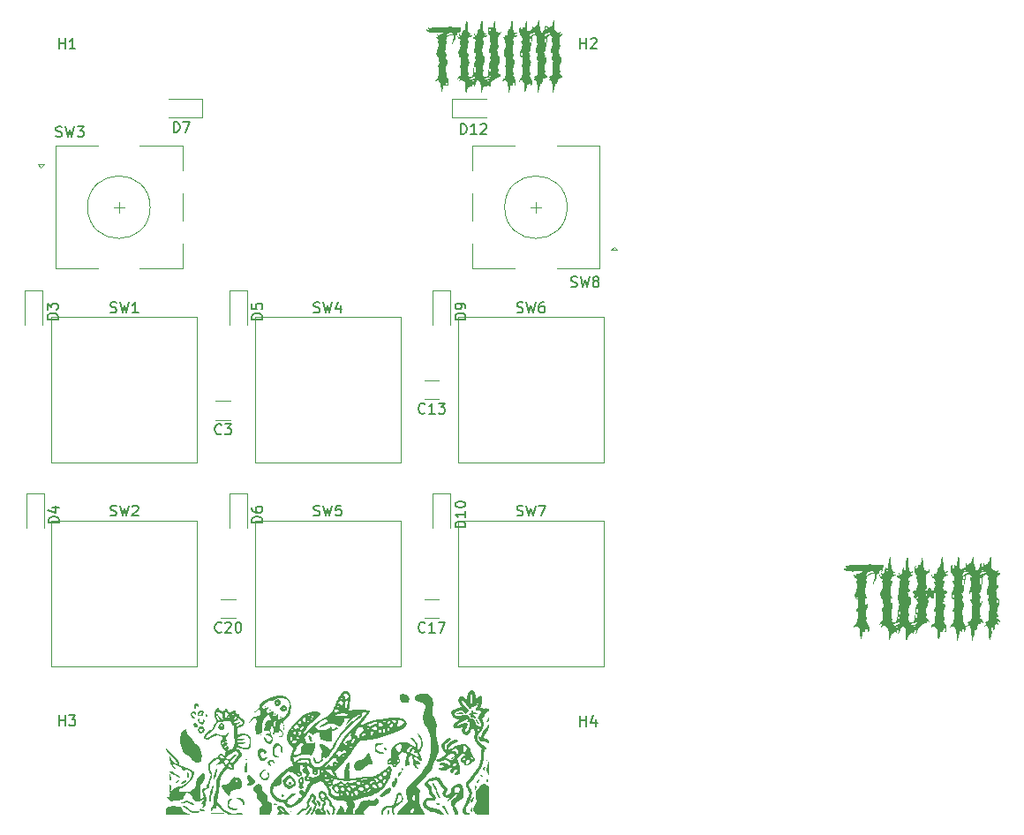
<source format=gbr>
%TF.GenerationSoftware,KiCad,Pcbnew,8.0.5*%
%TF.CreationDate,2025-01-14T19:01:26+01:00*%
%TF.ProjectId,rp_2040_pad_pre,72705f32-3034-4305-9f70-61645f707265,rev?*%
%TF.SameCoordinates,Original*%
%TF.FileFunction,Legend,Top*%
%TF.FilePolarity,Positive*%
%FSLAX46Y46*%
G04 Gerber Fmt 4.6, Leading zero omitted, Abs format (unit mm)*
G04 Created by KiCad (PCBNEW 8.0.5) date 2025-01-14 19:01:26*
%MOMM*%
%LPD*%
G01*
G04 APERTURE LIST*
%ADD10C,0.300000*%
%ADD11C,0.150000*%
%ADD12C,0.000000*%
%ADD13C,0.120000*%
G04 APERTURE END LIST*
D10*
X205678572Y-119249757D02*
X205535715Y-119178328D01*
X205535715Y-119178328D02*
X205321429Y-119178328D01*
X205321429Y-119178328D02*
X205107143Y-119249757D01*
X205107143Y-119249757D02*
X204964286Y-119392614D01*
X204964286Y-119392614D02*
X204892857Y-119535471D01*
X204892857Y-119535471D02*
X204821429Y-119821185D01*
X204821429Y-119821185D02*
X204821429Y-120035471D01*
X204821429Y-120035471D02*
X204892857Y-120321185D01*
X204892857Y-120321185D02*
X204964286Y-120464042D01*
X204964286Y-120464042D02*
X205107143Y-120606900D01*
X205107143Y-120606900D02*
X205321429Y-120678328D01*
X205321429Y-120678328D02*
X205464286Y-120678328D01*
X205464286Y-120678328D02*
X205678572Y-120606900D01*
X205678572Y-120606900D02*
X205750000Y-120535471D01*
X205750000Y-120535471D02*
X205750000Y-120035471D01*
X205750000Y-120035471D02*
X205464286Y-120035471D01*
X206607143Y-119178328D02*
X206607143Y-119535471D01*
X206250000Y-119392614D02*
X206607143Y-119535471D01*
X206607143Y-119535471D02*
X206964286Y-119392614D01*
X206392857Y-119821185D02*
X206607143Y-119535471D01*
X206607143Y-119535471D02*
X206821429Y-119821185D01*
X207750000Y-119178328D02*
X207750000Y-119535471D01*
X207392857Y-119392614D02*
X207750000Y-119535471D01*
X207750000Y-119535471D02*
X208107143Y-119392614D01*
X207535714Y-119821185D02*
X207750000Y-119535471D01*
X207750000Y-119535471D02*
X207964286Y-119821185D01*
X208892857Y-119178328D02*
X208892857Y-119535471D01*
X208535714Y-119392614D02*
X208892857Y-119535471D01*
X208892857Y-119535471D02*
X209250000Y-119392614D01*
X208678571Y-119821185D02*
X208892857Y-119535471D01*
X208892857Y-119535471D02*
X209107143Y-119821185D01*
D11*
X173341667Y-90082200D02*
X173484524Y-90129819D01*
X173484524Y-90129819D02*
X173722619Y-90129819D01*
X173722619Y-90129819D02*
X173817857Y-90082200D01*
X173817857Y-90082200D02*
X173865476Y-90034580D01*
X173865476Y-90034580D02*
X173913095Y-89939342D01*
X173913095Y-89939342D02*
X173913095Y-89844104D01*
X173913095Y-89844104D02*
X173865476Y-89748866D01*
X173865476Y-89748866D02*
X173817857Y-89701247D01*
X173817857Y-89701247D02*
X173722619Y-89653628D01*
X173722619Y-89653628D02*
X173532143Y-89606009D01*
X173532143Y-89606009D02*
X173436905Y-89558390D01*
X173436905Y-89558390D02*
X173389286Y-89510771D01*
X173389286Y-89510771D02*
X173341667Y-89415533D01*
X173341667Y-89415533D02*
X173341667Y-89320295D01*
X173341667Y-89320295D02*
X173389286Y-89225057D01*
X173389286Y-89225057D02*
X173436905Y-89177438D01*
X173436905Y-89177438D02*
X173532143Y-89129819D01*
X173532143Y-89129819D02*
X173770238Y-89129819D01*
X173770238Y-89129819D02*
X173913095Y-89177438D01*
X174246429Y-89129819D02*
X174484524Y-90129819D01*
X174484524Y-90129819D02*
X174675000Y-89415533D01*
X174675000Y-89415533D02*
X174865476Y-90129819D01*
X174865476Y-90129819D02*
X175103572Y-89129819D01*
X175627381Y-89558390D02*
X175532143Y-89510771D01*
X175532143Y-89510771D02*
X175484524Y-89463152D01*
X175484524Y-89463152D02*
X175436905Y-89367914D01*
X175436905Y-89367914D02*
X175436905Y-89320295D01*
X175436905Y-89320295D02*
X175484524Y-89225057D01*
X175484524Y-89225057D02*
X175532143Y-89177438D01*
X175532143Y-89177438D02*
X175627381Y-89129819D01*
X175627381Y-89129819D02*
X175817857Y-89129819D01*
X175817857Y-89129819D02*
X175913095Y-89177438D01*
X175913095Y-89177438D02*
X175960714Y-89225057D01*
X175960714Y-89225057D02*
X176008333Y-89320295D01*
X176008333Y-89320295D02*
X176008333Y-89367914D01*
X176008333Y-89367914D02*
X175960714Y-89463152D01*
X175960714Y-89463152D02*
X175913095Y-89510771D01*
X175913095Y-89510771D02*
X175817857Y-89558390D01*
X175817857Y-89558390D02*
X175627381Y-89558390D01*
X175627381Y-89558390D02*
X175532143Y-89606009D01*
X175532143Y-89606009D02*
X175484524Y-89653628D01*
X175484524Y-89653628D02*
X175436905Y-89748866D01*
X175436905Y-89748866D02*
X175436905Y-89939342D01*
X175436905Y-89939342D02*
X175484524Y-90034580D01*
X175484524Y-90034580D02*
X175532143Y-90082200D01*
X175532143Y-90082200D02*
X175627381Y-90129819D01*
X175627381Y-90129819D02*
X175817857Y-90129819D01*
X175817857Y-90129819D02*
X175913095Y-90082200D01*
X175913095Y-90082200D02*
X175960714Y-90034580D01*
X175960714Y-90034580D02*
X176008333Y-89939342D01*
X176008333Y-89939342D02*
X176008333Y-89748866D01*
X176008333Y-89748866D02*
X175960714Y-89653628D01*
X175960714Y-89653628D02*
X175913095Y-89606009D01*
X175913095Y-89606009D02*
X175817857Y-89558390D01*
X168166667Y-112033200D02*
X168309524Y-112080819D01*
X168309524Y-112080819D02*
X168547619Y-112080819D01*
X168547619Y-112080819D02*
X168642857Y-112033200D01*
X168642857Y-112033200D02*
X168690476Y-111985580D01*
X168690476Y-111985580D02*
X168738095Y-111890342D01*
X168738095Y-111890342D02*
X168738095Y-111795104D01*
X168738095Y-111795104D02*
X168690476Y-111699866D01*
X168690476Y-111699866D02*
X168642857Y-111652247D01*
X168642857Y-111652247D02*
X168547619Y-111604628D01*
X168547619Y-111604628D02*
X168357143Y-111557009D01*
X168357143Y-111557009D02*
X168261905Y-111509390D01*
X168261905Y-111509390D02*
X168214286Y-111461771D01*
X168214286Y-111461771D02*
X168166667Y-111366533D01*
X168166667Y-111366533D02*
X168166667Y-111271295D01*
X168166667Y-111271295D02*
X168214286Y-111176057D01*
X168214286Y-111176057D02*
X168261905Y-111128438D01*
X168261905Y-111128438D02*
X168357143Y-111080819D01*
X168357143Y-111080819D02*
X168595238Y-111080819D01*
X168595238Y-111080819D02*
X168738095Y-111128438D01*
X169071429Y-111080819D02*
X169309524Y-112080819D01*
X169309524Y-112080819D02*
X169500000Y-111366533D01*
X169500000Y-111366533D02*
X169690476Y-112080819D01*
X169690476Y-112080819D02*
X169928572Y-111080819D01*
X170214286Y-111080819D02*
X170880952Y-111080819D01*
X170880952Y-111080819D02*
X170452381Y-112080819D01*
X168166667Y-92533200D02*
X168309524Y-92580819D01*
X168309524Y-92580819D02*
X168547619Y-92580819D01*
X168547619Y-92580819D02*
X168642857Y-92533200D01*
X168642857Y-92533200D02*
X168690476Y-92485580D01*
X168690476Y-92485580D02*
X168738095Y-92390342D01*
X168738095Y-92390342D02*
X168738095Y-92295104D01*
X168738095Y-92295104D02*
X168690476Y-92199866D01*
X168690476Y-92199866D02*
X168642857Y-92152247D01*
X168642857Y-92152247D02*
X168547619Y-92104628D01*
X168547619Y-92104628D02*
X168357143Y-92057009D01*
X168357143Y-92057009D02*
X168261905Y-92009390D01*
X168261905Y-92009390D02*
X168214286Y-91961771D01*
X168214286Y-91961771D02*
X168166667Y-91866533D01*
X168166667Y-91866533D02*
X168166667Y-91771295D01*
X168166667Y-91771295D02*
X168214286Y-91676057D01*
X168214286Y-91676057D02*
X168261905Y-91628438D01*
X168261905Y-91628438D02*
X168357143Y-91580819D01*
X168357143Y-91580819D02*
X168595238Y-91580819D01*
X168595238Y-91580819D02*
X168738095Y-91628438D01*
X169071429Y-91580819D02*
X169309524Y-92580819D01*
X169309524Y-92580819D02*
X169500000Y-91866533D01*
X169500000Y-91866533D02*
X169690476Y-92580819D01*
X169690476Y-92580819D02*
X169928572Y-91580819D01*
X170738095Y-91580819D02*
X170547619Y-91580819D01*
X170547619Y-91580819D02*
X170452381Y-91628438D01*
X170452381Y-91628438D02*
X170404762Y-91676057D01*
X170404762Y-91676057D02*
X170309524Y-91818914D01*
X170309524Y-91818914D02*
X170261905Y-92009390D01*
X170261905Y-92009390D02*
X170261905Y-92390342D01*
X170261905Y-92390342D02*
X170309524Y-92485580D01*
X170309524Y-92485580D02*
X170357143Y-92533200D01*
X170357143Y-92533200D02*
X170452381Y-92580819D01*
X170452381Y-92580819D02*
X170642857Y-92580819D01*
X170642857Y-92580819D02*
X170738095Y-92533200D01*
X170738095Y-92533200D02*
X170785714Y-92485580D01*
X170785714Y-92485580D02*
X170833333Y-92390342D01*
X170833333Y-92390342D02*
X170833333Y-92152247D01*
X170833333Y-92152247D02*
X170785714Y-92057009D01*
X170785714Y-92057009D02*
X170738095Y-92009390D01*
X170738095Y-92009390D02*
X170642857Y-91961771D01*
X170642857Y-91961771D02*
X170452381Y-91961771D01*
X170452381Y-91961771D02*
X170357143Y-92009390D01*
X170357143Y-92009390D02*
X170309524Y-92057009D01*
X170309524Y-92057009D02*
X170261905Y-92152247D01*
X148666667Y-112033200D02*
X148809524Y-112080819D01*
X148809524Y-112080819D02*
X149047619Y-112080819D01*
X149047619Y-112080819D02*
X149142857Y-112033200D01*
X149142857Y-112033200D02*
X149190476Y-111985580D01*
X149190476Y-111985580D02*
X149238095Y-111890342D01*
X149238095Y-111890342D02*
X149238095Y-111795104D01*
X149238095Y-111795104D02*
X149190476Y-111699866D01*
X149190476Y-111699866D02*
X149142857Y-111652247D01*
X149142857Y-111652247D02*
X149047619Y-111604628D01*
X149047619Y-111604628D02*
X148857143Y-111557009D01*
X148857143Y-111557009D02*
X148761905Y-111509390D01*
X148761905Y-111509390D02*
X148714286Y-111461771D01*
X148714286Y-111461771D02*
X148666667Y-111366533D01*
X148666667Y-111366533D02*
X148666667Y-111271295D01*
X148666667Y-111271295D02*
X148714286Y-111176057D01*
X148714286Y-111176057D02*
X148761905Y-111128438D01*
X148761905Y-111128438D02*
X148857143Y-111080819D01*
X148857143Y-111080819D02*
X149095238Y-111080819D01*
X149095238Y-111080819D02*
X149238095Y-111128438D01*
X149571429Y-111080819D02*
X149809524Y-112080819D01*
X149809524Y-112080819D02*
X150000000Y-111366533D01*
X150000000Y-111366533D02*
X150190476Y-112080819D01*
X150190476Y-112080819D02*
X150428572Y-111080819D01*
X151285714Y-111080819D02*
X150809524Y-111080819D01*
X150809524Y-111080819D02*
X150761905Y-111557009D01*
X150761905Y-111557009D02*
X150809524Y-111509390D01*
X150809524Y-111509390D02*
X150904762Y-111461771D01*
X150904762Y-111461771D02*
X151142857Y-111461771D01*
X151142857Y-111461771D02*
X151238095Y-111509390D01*
X151238095Y-111509390D02*
X151285714Y-111557009D01*
X151285714Y-111557009D02*
X151333333Y-111652247D01*
X151333333Y-111652247D02*
X151333333Y-111890342D01*
X151333333Y-111890342D02*
X151285714Y-111985580D01*
X151285714Y-111985580D02*
X151238095Y-112033200D01*
X151238095Y-112033200D02*
X151142857Y-112080819D01*
X151142857Y-112080819D02*
X150904762Y-112080819D01*
X150904762Y-112080819D02*
X150809524Y-112033200D01*
X150809524Y-112033200D02*
X150761905Y-111985580D01*
X148666667Y-92533200D02*
X148809524Y-92580819D01*
X148809524Y-92580819D02*
X149047619Y-92580819D01*
X149047619Y-92580819D02*
X149142857Y-92533200D01*
X149142857Y-92533200D02*
X149190476Y-92485580D01*
X149190476Y-92485580D02*
X149238095Y-92390342D01*
X149238095Y-92390342D02*
X149238095Y-92295104D01*
X149238095Y-92295104D02*
X149190476Y-92199866D01*
X149190476Y-92199866D02*
X149142857Y-92152247D01*
X149142857Y-92152247D02*
X149047619Y-92104628D01*
X149047619Y-92104628D02*
X148857143Y-92057009D01*
X148857143Y-92057009D02*
X148761905Y-92009390D01*
X148761905Y-92009390D02*
X148714286Y-91961771D01*
X148714286Y-91961771D02*
X148666667Y-91866533D01*
X148666667Y-91866533D02*
X148666667Y-91771295D01*
X148666667Y-91771295D02*
X148714286Y-91676057D01*
X148714286Y-91676057D02*
X148761905Y-91628438D01*
X148761905Y-91628438D02*
X148857143Y-91580819D01*
X148857143Y-91580819D02*
X149095238Y-91580819D01*
X149095238Y-91580819D02*
X149238095Y-91628438D01*
X149571429Y-91580819D02*
X149809524Y-92580819D01*
X149809524Y-92580819D02*
X150000000Y-91866533D01*
X150000000Y-91866533D02*
X150190476Y-92580819D01*
X150190476Y-92580819D02*
X150428572Y-91580819D01*
X151238095Y-91914152D02*
X151238095Y-92580819D01*
X151000000Y-91533200D02*
X150761905Y-92247485D01*
X150761905Y-92247485D02*
X151380952Y-92247485D01*
X123941667Y-75682200D02*
X124084524Y-75729819D01*
X124084524Y-75729819D02*
X124322619Y-75729819D01*
X124322619Y-75729819D02*
X124417857Y-75682200D01*
X124417857Y-75682200D02*
X124465476Y-75634580D01*
X124465476Y-75634580D02*
X124513095Y-75539342D01*
X124513095Y-75539342D02*
X124513095Y-75444104D01*
X124513095Y-75444104D02*
X124465476Y-75348866D01*
X124465476Y-75348866D02*
X124417857Y-75301247D01*
X124417857Y-75301247D02*
X124322619Y-75253628D01*
X124322619Y-75253628D02*
X124132143Y-75206009D01*
X124132143Y-75206009D02*
X124036905Y-75158390D01*
X124036905Y-75158390D02*
X123989286Y-75110771D01*
X123989286Y-75110771D02*
X123941667Y-75015533D01*
X123941667Y-75015533D02*
X123941667Y-74920295D01*
X123941667Y-74920295D02*
X123989286Y-74825057D01*
X123989286Y-74825057D02*
X124036905Y-74777438D01*
X124036905Y-74777438D02*
X124132143Y-74729819D01*
X124132143Y-74729819D02*
X124370238Y-74729819D01*
X124370238Y-74729819D02*
X124513095Y-74777438D01*
X124846429Y-74729819D02*
X125084524Y-75729819D01*
X125084524Y-75729819D02*
X125275000Y-75015533D01*
X125275000Y-75015533D02*
X125465476Y-75729819D01*
X125465476Y-75729819D02*
X125703572Y-74729819D01*
X125989286Y-74729819D02*
X126608333Y-74729819D01*
X126608333Y-74729819D02*
X126275000Y-75110771D01*
X126275000Y-75110771D02*
X126417857Y-75110771D01*
X126417857Y-75110771D02*
X126513095Y-75158390D01*
X126513095Y-75158390D02*
X126560714Y-75206009D01*
X126560714Y-75206009D02*
X126608333Y-75301247D01*
X126608333Y-75301247D02*
X126608333Y-75539342D01*
X126608333Y-75539342D02*
X126560714Y-75634580D01*
X126560714Y-75634580D02*
X126513095Y-75682200D01*
X126513095Y-75682200D02*
X126417857Y-75729819D01*
X126417857Y-75729819D02*
X126132143Y-75729819D01*
X126132143Y-75729819D02*
X126036905Y-75682200D01*
X126036905Y-75682200D02*
X125989286Y-75634580D01*
X129166667Y-112033200D02*
X129309524Y-112080819D01*
X129309524Y-112080819D02*
X129547619Y-112080819D01*
X129547619Y-112080819D02*
X129642857Y-112033200D01*
X129642857Y-112033200D02*
X129690476Y-111985580D01*
X129690476Y-111985580D02*
X129738095Y-111890342D01*
X129738095Y-111890342D02*
X129738095Y-111795104D01*
X129738095Y-111795104D02*
X129690476Y-111699866D01*
X129690476Y-111699866D02*
X129642857Y-111652247D01*
X129642857Y-111652247D02*
X129547619Y-111604628D01*
X129547619Y-111604628D02*
X129357143Y-111557009D01*
X129357143Y-111557009D02*
X129261905Y-111509390D01*
X129261905Y-111509390D02*
X129214286Y-111461771D01*
X129214286Y-111461771D02*
X129166667Y-111366533D01*
X129166667Y-111366533D02*
X129166667Y-111271295D01*
X129166667Y-111271295D02*
X129214286Y-111176057D01*
X129214286Y-111176057D02*
X129261905Y-111128438D01*
X129261905Y-111128438D02*
X129357143Y-111080819D01*
X129357143Y-111080819D02*
X129595238Y-111080819D01*
X129595238Y-111080819D02*
X129738095Y-111128438D01*
X130071429Y-111080819D02*
X130309524Y-112080819D01*
X130309524Y-112080819D02*
X130500000Y-111366533D01*
X130500000Y-111366533D02*
X130690476Y-112080819D01*
X130690476Y-112080819D02*
X130928572Y-111080819D01*
X131261905Y-111176057D02*
X131309524Y-111128438D01*
X131309524Y-111128438D02*
X131404762Y-111080819D01*
X131404762Y-111080819D02*
X131642857Y-111080819D01*
X131642857Y-111080819D02*
X131738095Y-111128438D01*
X131738095Y-111128438D02*
X131785714Y-111176057D01*
X131785714Y-111176057D02*
X131833333Y-111271295D01*
X131833333Y-111271295D02*
X131833333Y-111366533D01*
X131833333Y-111366533D02*
X131785714Y-111509390D01*
X131785714Y-111509390D02*
X131214286Y-112080819D01*
X131214286Y-112080819D02*
X131833333Y-112080819D01*
X129166667Y-92533200D02*
X129309524Y-92580819D01*
X129309524Y-92580819D02*
X129547619Y-92580819D01*
X129547619Y-92580819D02*
X129642857Y-92533200D01*
X129642857Y-92533200D02*
X129690476Y-92485580D01*
X129690476Y-92485580D02*
X129738095Y-92390342D01*
X129738095Y-92390342D02*
X129738095Y-92295104D01*
X129738095Y-92295104D02*
X129690476Y-92199866D01*
X129690476Y-92199866D02*
X129642857Y-92152247D01*
X129642857Y-92152247D02*
X129547619Y-92104628D01*
X129547619Y-92104628D02*
X129357143Y-92057009D01*
X129357143Y-92057009D02*
X129261905Y-92009390D01*
X129261905Y-92009390D02*
X129214286Y-91961771D01*
X129214286Y-91961771D02*
X129166667Y-91866533D01*
X129166667Y-91866533D02*
X129166667Y-91771295D01*
X129166667Y-91771295D02*
X129214286Y-91676057D01*
X129214286Y-91676057D02*
X129261905Y-91628438D01*
X129261905Y-91628438D02*
X129357143Y-91580819D01*
X129357143Y-91580819D02*
X129595238Y-91580819D01*
X129595238Y-91580819D02*
X129738095Y-91628438D01*
X130071429Y-91580819D02*
X130309524Y-92580819D01*
X130309524Y-92580819D02*
X130500000Y-91866533D01*
X130500000Y-91866533D02*
X130690476Y-92580819D01*
X130690476Y-92580819D02*
X130928572Y-91580819D01*
X131833333Y-92580819D02*
X131261905Y-92580819D01*
X131547619Y-92580819D02*
X131547619Y-91580819D01*
X131547619Y-91580819D02*
X131452381Y-91723676D01*
X131452381Y-91723676D02*
X131357143Y-91818914D01*
X131357143Y-91818914D02*
X131261905Y-91866533D01*
X174238095Y-132254819D02*
X174238095Y-131254819D01*
X174238095Y-131731009D02*
X174809523Y-131731009D01*
X174809523Y-132254819D02*
X174809523Y-131254819D01*
X175714285Y-131588152D02*
X175714285Y-132254819D01*
X175476190Y-131207200D02*
X175238095Y-131921485D01*
X175238095Y-131921485D02*
X175857142Y-131921485D01*
X124238095Y-132204819D02*
X124238095Y-131204819D01*
X124238095Y-131681009D02*
X124809523Y-131681009D01*
X124809523Y-132204819D02*
X124809523Y-131204819D01*
X125190476Y-131204819D02*
X125809523Y-131204819D01*
X125809523Y-131204819D02*
X125476190Y-131585771D01*
X125476190Y-131585771D02*
X125619047Y-131585771D01*
X125619047Y-131585771D02*
X125714285Y-131633390D01*
X125714285Y-131633390D02*
X125761904Y-131681009D01*
X125761904Y-131681009D02*
X125809523Y-131776247D01*
X125809523Y-131776247D02*
X125809523Y-132014342D01*
X125809523Y-132014342D02*
X125761904Y-132109580D01*
X125761904Y-132109580D02*
X125714285Y-132157200D01*
X125714285Y-132157200D02*
X125619047Y-132204819D01*
X125619047Y-132204819D02*
X125333333Y-132204819D01*
X125333333Y-132204819D02*
X125238095Y-132157200D01*
X125238095Y-132157200D02*
X125190476Y-132109580D01*
X174238095Y-67254819D02*
X174238095Y-66254819D01*
X174238095Y-66731009D02*
X174809523Y-66731009D01*
X174809523Y-67254819D02*
X174809523Y-66254819D01*
X175238095Y-66350057D02*
X175285714Y-66302438D01*
X175285714Y-66302438D02*
X175380952Y-66254819D01*
X175380952Y-66254819D02*
X175619047Y-66254819D01*
X175619047Y-66254819D02*
X175714285Y-66302438D01*
X175714285Y-66302438D02*
X175761904Y-66350057D01*
X175761904Y-66350057D02*
X175809523Y-66445295D01*
X175809523Y-66445295D02*
X175809523Y-66540533D01*
X175809523Y-66540533D02*
X175761904Y-66683390D01*
X175761904Y-66683390D02*
X175190476Y-67254819D01*
X175190476Y-67254819D02*
X175809523Y-67254819D01*
X124238095Y-67254819D02*
X124238095Y-66254819D01*
X124238095Y-66731009D02*
X124809523Y-66731009D01*
X124809523Y-67254819D02*
X124809523Y-66254819D01*
X125809523Y-67254819D02*
X125238095Y-67254819D01*
X125523809Y-67254819D02*
X125523809Y-66254819D01*
X125523809Y-66254819D02*
X125428571Y-66397676D01*
X125428571Y-66397676D02*
X125333333Y-66492914D01*
X125333333Y-66492914D02*
X125238095Y-66540533D01*
X162760714Y-75454819D02*
X162760714Y-74454819D01*
X162760714Y-74454819D02*
X162998809Y-74454819D01*
X162998809Y-74454819D02*
X163141666Y-74502438D01*
X163141666Y-74502438D02*
X163236904Y-74597676D01*
X163236904Y-74597676D02*
X163284523Y-74692914D01*
X163284523Y-74692914D02*
X163332142Y-74883390D01*
X163332142Y-74883390D02*
X163332142Y-75026247D01*
X163332142Y-75026247D02*
X163284523Y-75216723D01*
X163284523Y-75216723D02*
X163236904Y-75311961D01*
X163236904Y-75311961D02*
X163141666Y-75407200D01*
X163141666Y-75407200D02*
X162998809Y-75454819D01*
X162998809Y-75454819D02*
X162760714Y-75454819D01*
X164284523Y-75454819D02*
X163713095Y-75454819D01*
X163998809Y-75454819D02*
X163998809Y-74454819D01*
X163998809Y-74454819D02*
X163903571Y-74597676D01*
X163903571Y-74597676D02*
X163808333Y-74692914D01*
X163808333Y-74692914D02*
X163713095Y-74740533D01*
X164665476Y-74550057D02*
X164713095Y-74502438D01*
X164713095Y-74502438D02*
X164808333Y-74454819D01*
X164808333Y-74454819D02*
X165046428Y-74454819D01*
X165046428Y-74454819D02*
X165141666Y-74502438D01*
X165141666Y-74502438D02*
X165189285Y-74550057D01*
X165189285Y-74550057D02*
X165236904Y-74645295D01*
X165236904Y-74645295D02*
X165236904Y-74740533D01*
X165236904Y-74740533D02*
X165189285Y-74883390D01*
X165189285Y-74883390D02*
X164617857Y-75454819D01*
X164617857Y-75454819D02*
X165236904Y-75454819D01*
X163229819Y-113189285D02*
X162229819Y-113189285D01*
X162229819Y-113189285D02*
X162229819Y-112951190D01*
X162229819Y-112951190D02*
X162277438Y-112808333D01*
X162277438Y-112808333D02*
X162372676Y-112713095D01*
X162372676Y-112713095D02*
X162467914Y-112665476D01*
X162467914Y-112665476D02*
X162658390Y-112617857D01*
X162658390Y-112617857D02*
X162801247Y-112617857D01*
X162801247Y-112617857D02*
X162991723Y-112665476D01*
X162991723Y-112665476D02*
X163086961Y-112713095D01*
X163086961Y-112713095D02*
X163182200Y-112808333D01*
X163182200Y-112808333D02*
X163229819Y-112951190D01*
X163229819Y-112951190D02*
X163229819Y-113189285D01*
X163229819Y-111665476D02*
X163229819Y-112236904D01*
X163229819Y-111951190D02*
X162229819Y-111951190D01*
X162229819Y-111951190D02*
X162372676Y-112046428D01*
X162372676Y-112046428D02*
X162467914Y-112141666D01*
X162467914Y-112141666D02*
X162515533Y-112236904D01*
X162229819Y-111046428D02*
X162229819Y-110951190D01*
X162229819Y-110951190D02*
X162277438Y-110855952D01*
X162277438Y-110855952D02*
X162325057Y-110808333D01*
X162325057Y-110808333D02*
X162420295Y-110760714D01*
X162420295Y-110760714D02*
X162610771Y-110713095D01*
X162610771Y-110713095D02*
X162848866Y-110713095D01*
X162848866Y-110713095D02*
X163039342Y-110760714D01*
X163039342Y-110760714D02*
X163134580Y-110808333D01*
X163134580Y-110808333D02*
X163182200Y-110855952D01*
X163182200Y-110855952D02*
X163229819Y-110951190D01*
X163229819Y-110951190D02*
X163229819Y-111046428D01*
X163229819Y-111046428D02*
X163182200Y-111141666D01*
X163182200Y-111141666D02*
X163134580Y-111189285D01*
X163134580Y-111189285D02*
X163039342Y-111236904D01*
X163039342Y-111236904D02*
X162848866Y-111284523D01*
X162848866Y-111284523D02*
X162610771Y-111284523D01*
X162610771Y-111284523D02*
X162420295Y-111236904D01*
X162420295Y-111236904D02*
X162325057Y-111189285D01*
X162325057Y-111189285D02*
X162277438Y-111141666D01*
X162277438Y-111141666D02*
X162229819Y-111046428D01*
X163229819Y-93213094D02*
X162229819Y-93213094D01*
X162229819Y-93213094D02*
X162229819Y-92974999D01*
X162229819Y-92974999D02*
X162277438Y-92832142D01*
X162277438Y-92832142D02*
X162372676Y-92736904D01*
X162372676Y-92736904D02*
X162467914Y-92689285D01*
X162467914Y-92689285D02*
X162658390Y-92641666D01*
X162658390Y-92641666D02*
X162801247Y-92641666D01*
X162801247Y-92641666D02*
X162991723Y-92689285D01*
X162991723Y-92689285D02*
X163086961Y-92736904D01*
X163086961Y-92736904D02*
X163182200Y-92832142D01*
X163182200Y-92832142D02*
X163229819Y-92974999D01*
X163229819Y-92974999D02*
X163229819Y-93213094D01*
X163229819Y-92165475D02*
X163229819Y-91974999D01*
X163229819Y-91974999D02*
X163182200Y-91879761D01*
X163182200Y-91879761D02*
X163134580Y-91832142D01*
X163134580Y-91832142D02*
X162991723Y-91736904D01*
X162991723Y-91736904D02*
X162801247Y-91689285D01*
X162801247Y-91689285D02*
X162420295Y-91689285D01*
X162420295Y-91689285D02*
X162325057Y-91736904D01*
X162325057Y-91736904D02*
X162277438Y-91784523D01*
X162277438Y-91784523D02*
X162229819Y-91879761D01*
X162229819Y-91879761D02*
X162229819Y-92070237D01*
X162229819Y-92070237D02*
X162277438Y-92165475D01*
X162277438Y-92165475D02*
X162325057Y-92213094D01*
X162325057Y-92213094D02*
X162420295Y-92260713D01*
X162420295Y-92260713D02*
X162658390Y-92260713D01*
X162658390Y-92260713D02*
X162753628Y-92213094D01*
X162753628Y-92213094D02*
X162801247Y-92165475D01*
X162801247Y-92165475D02*
X162848866Y-92070237D01*
X162848866Y-92070237D02*
X162848866Y-91879761D01*
X162848866Y-91879761D02*
X162801247Y-91784523D01*
X162801247Y-91784523D02*
X162753628Y-91736904D01*
X162753628Y-91736904D02*
X162658390Y-91689285D01*
X135236905Y-75279819D02*
X135236905Y-74279819D01*
X135236905Y-74279819D02*
X135475000Y-74279819D01*
X135475000Y-74279819D02*
X135617857Y-74327438D01*
X135617857Y-74327438D02*
X135713095Y-74422676D01*
X135713095Y-74422676D02*
X135760714Y-74517914D01*
X135760714Y-74517914D02*
X135808333Y-74708390D01*
X135808333Y-74708390D02*
X135808333Y-74851247D01*
X135808333Y-74851247D02*
X135760714Y-75041723D01*
X135760714Y-75041723D02*
X135713095Y-75136961D01*
X135713095Y-75136961D02*
X135617857Y-75232200D01*
X135617857Y-75232200D02*
X135475000Y-75279819D01*
X135475000Y-75279819D02*
X135236905Y-75279819D01*
X136141667Y-74279819D02*
X136808333Y-74279819D01*
X136808333Y-74279819D02*
X136379762Y-75279819D01*
X143729819Y-112713094D02*
X142729819Y-112713094D01*
X142729819Y-112713094D02*
X142729819Y-112474999D01*
X142729819Y-112474999D02*
X142777438Y-112332142D01*
X142777438Y-112332142D02*
X142872676Y-112236904D01*
X142872676Y-112236904D02*
X142967914Y-112189285D01*
X142967914Y-112189285D02*
X143158390Y-112141666D01*
X143158390Y-112141666D02*
X143301247Y-112141666D01*
X143301247Y-112141666D02*
X143491723Y-112189285D01*
X143491723Y-112189285D02*
X143586961Y-112236904D01*
X143586961Y-112236904D02*
X143682200Y-112332142D01*
X143682200Y-112332142D02*
X143729819Y-112474999D01*
X143729819Y-112474999D02*
X143729819Y-112713094D01*
X142729819Y-111284523D02*
X142729819Y-111474999D01*
X142729819Y-111474999D02*
X142777438Y-111570237D01*
X142777438Y-111570237D02*
X142825057Y-111617856D01*
X142825057Y-111617856D02*
X142967914Y-111713094D01*
X142967914Y-111713094D02*
X143158390Y-111760713D01*
X143158390Y-111760713D02*
X143539342Y-111760713D01*
X143539342Y-111760713D02*
X143634580Y-111713094D01*
X143634580Y-111713094D02*
X143682200Y-111665475D01*
X143682200Y-111665475D02*
X143729819Y-111570237D01*
X143729819Y-111570237D02*
X143729819Y-111379761D01*
X143729819Y-111379761D02*
X143682200Y-111284523D01*
X143682200Y-111284523D02*
X143634580Y-111236904D01*
X143634580Y-111236904D02*
X143539342Y-111189285D01*
X143539342Y-111189285D02*
X143301247Y-111189285D01*
X143301247Y-111189285D02*
X143206009Y-111236904D01*
X143206009Y-111236904D02*
X143158390Y-111284523D01*
X143158390Y-111284523D02*
X143110771Y-111379761D01*
X143110771Y-111379761D02*
X143110771Y-111570237D01*
X143110771Y-111570237D02*
X143158390Y-111665475D01*
X143158390Y-111665475D02*
X143206009Y-111713094D01*
X143206009Y-111713094D02*
X143301247Y-111760713D01*
X143729819Y-93213094D02*
X142729819Y-93213094D01*
X142729819Y-93213094D02*
X142729819Y-92974999D01*
X142729819Y-92974999D02*
X142777438Y-92832142D01*
X142777438Y-92832142D02*
X142872676Y-92736904D01*
X142872676Y-92736904D02*
X142967914Y-92689285D01*
X142967914Y-92689285D02*
X143158390Y-92641666D01*
X143158390Y-92641666D02*
X143301247Y-92641666D01*
X143301247Y-92641666D02*
X143491723Y-92689285D01*
X143491723Y-92689285D02*
X143586961Y-92736904D01*
X143586961Y-92736904D02*
X143682200Y-92832142D01*
X143682200Y-92832142D02*
X143729819Y-92974999D01*
X143729819Y-92974999D02*
X143729819Y-93213094D01*
X142729819Y-91736904D02*
X142729819Y-92213094D01*
X142729819Y-92213094D02*
X143206009Y-92260713D01*
X143206009Y-92260713D02*
X143158390Y-92213094D01*
X143158390Y-92213094D02*
X143110771Y-92117856D01*
X143110771Y-92117856D02*
X143110771Y-91879761D01*
X143110771Y-91879761D02*
X143158390Y-91784523D01*
X143158390Y-91784523D02*
X143206009Y-91736904D01*
X143206009Y-91736904D02*
X143301247Y-91689285D01*
X143301247Y-91689285D02*
X143539342Y-91689285D01*
X143539342Y-91689285D02*
X143634580Y-91736904D01*
X143634580Y-91736904D02*
X143682200Y-91784523D01*
X143682200Y-91784523D02*
X143729819Y-91879761D01*
X143729819Y-91879761D02*
X143729819Y-92117856D01*
X143729819Y-92117856D02*
X143682200Y-92213094D01*
X143682200Y-92213094D02*
X143634580Y-92260713D01*
X124229819Y-112713094D02*
X123229819Y-112713094D01*
X123229819Y-112713094D02*
X123229819Y-112474999D01*
X123229819Y-112474999D02*
X123277438Y-112332142D01*
X123277438Y-112332142D02*
X123372676Y-112236904D01*
X123372676Y-112236904D02*
X123467914Y-112189285D01*
X123467914Y-112189285D02*
X123658390Y-112141666D01*
X123658390Y-112141666D02*
X123801247Y-112141666D01*
X123801247Y-112141666D02*
X123991723Y-112189285D01*
X123991723Y-112189285D02*
X124086961Y-112236904D01*
X124086961Y-112236904D02*
X124182200Y-112332142D01*
X124182200Y-112332142D02*
X124229819Y-112474999D01*
X124229819Y-112474999D02*
X124229819Y-112713094D01*
X123563152Y-111284523D02*
X124229819Y-111284523D01*
X123182200Y-111522618D02*
X123896485Y-111760713D01*
X123896485Y-111760713D02*
X123896485Y-111141666D01*
X124129819Y-93223094D02*
X123129819Y-93223094D01*
X123129819Y-93223094D02*
X123129819Y-92984999D01*
X123129819Y-92984999D02*
X123177438Y-92842142D01*
X123177438Y-92842142D02*
X123272676Y-92746904D01*
X123272676Y-92746904D02*
X123367914Y-92699285D01*
X123367914Y-92699285D02*
X123558390Y-92651666D01*
X123558390Y-92651666D02*
X123701247Y-92651666D01*
X123701247Y-92651666D02*
X123891723Y-92699285D01*
X123891723Y-92699285D02*
X123986961Y-92746904D01*
X123986961Y-92746904D02*
X124082200Y-92842142D01*
X124082200Y-92842142D02*
X124129819Y-92984999D01*
X124129819Y-92984999D02*
X124129819Y-93223094D01*
X123129819Y-92318332D02*
X123129819Y-91699285D01*
X123129819Y-91699285D02*
X123510771Y-92032618D01*
X123510771Y-92032618D02*
X123510771Y-91889761D01*
X123510771Y-91889761D02*
X123558390Y-91794523D01*
X123558390Y-91794523D02*
X123606009Y-91746904D01*
X123606009Y-91746904D02*
X123701247Y-91699285D01*
X123701247Y-91699285D02*
X123939342Y-91699285D01*
X123939342Y-91699285D02*
X124034580Y-91746904D01*
X124034580Y-91746904D02*
X124082200Y-91794523D01*
X124082200Y-91794523D02*
X124129819Y-91889761D01*
X124129819Y-91889761D02*
X124129819Y-92175475D01*
X124129819Y-92175475D02*
X124082200Y-92270713D01*
X124082200Y-92270713D02*
X124034580Y-92318332D01*
X139807142Y-123184580D02*
X139759523Y-123232200D01*
X139759523Y-123232200D02*
X139616666Y-123279819D01*
X139616666Y-123279819D02*
X139521428Y-123279819D01*
X139521428Y-123279819D02*
X139378571Y-123232200D01*
X139378571Y-123232200D02*
X139283333Y-123136961D01*
X139283333Y-123136961D02*
X139235714Y-123041723D01*
X139235714Y-123041723D02*
X139188095Y-122851247D01*
X139188095Y-122851247D02*
X139188095Y-122708390D01*
X139188095Y-122708390D02*
X139235714Y-122517914D01*
X139235714Y-122517914D02*
X139283333Y-122422676D01*
X139283333Y-122422676D02*
X139378571Y-122327438D01*
X139378571Y-122327438D02*
X139521428Y-122279819D01*
X139521428Y-122279819D02*
X139616666Y-122279819D01*
X139616666Y-122279819D02*
X139759523Y-122327438D01*
X139759523Y-122327438D02*
X139807142Y-122375057D01*
X140188095Y-122375057D02*
X140235714Y-122327438D01*
X140235714Y-122327438D02*
X140330952Y-122279819D01*
X140330952Y-122279819D02*
X140569047Y-122279819D01*
X140569047Y-122279819D02*
X140664285Y-122327438D01*
X140664285Y-122327438D02*
X140711904Y-122375057D01*
X140711904Y-122375057D02*
X140759523Y-122470295D01*
X140759523Y-122470295D02*
X140759523Y-122565533D01*
X140759523Y-122565533D02*
X140711904Y-122708390D01*
X140711904Y-122708390D02*
X140140476Y-123279819D01*
X140140476Y-123279819D02*
X140759523Y-123279819D01*
X141378571Y-122279819D02*
X141473809Y-122279819D01*
X141473809Y-122279819D02*
X141569047Y-122327438D01*
X141569047Y-122327438D02*
X141616666Y-122375057D01*
X141616666Y-122375057D02*
X141664285Y-122470295D01*
X141664285Y-122470295D02*
X141711904Y-122660771D01*
X141711904Y-122660771D02*
X141711904Y-122898866D01*
X141711904Y-122898866D02*
X141664285Y-123089342D01*
X141664285Y-123089342D02*
X141616666Y-123184580D01*
X141616666Y-123184580D02*
X141569047Y-123232200D01*
X141569047Y-123232200D02*
X141473809Y-123279819D01*
X141473809Y-123279819D02*
X141378571Y-123279819D01*
X141378571Y-123279819D02*
X141283333Y-123232200D01*
X141283333Y-123232200D02*
X141235714Y-123184580D01*
X141235714Y-123184580D02*
X141188095Y-123089342D01*
X141188095Y-123089342D02*
X141140476Y-122898866D01*
X141140476Y-122898866D02*
X141140476Y-122660771D01*
X141140476Y-122660771D02*
X141188095Y-122470295D01*
X141188095Y-122470295D02*
X141235714Y-122375057D01*
X141235714Y-122375057D02*
X141283333Y-122327438D01*
X141283333Y-122327438D02*
X141378571Y-122279819D01*
X159332142Y-123184580D02*
X159284523Y-123232200D01*
X159284523Y-123232200D02*
X159141666Y-123279819D01*
X159141666Y-123279819D02*
X159046428Y-123279819D01*
X159046428Y-123279819D02*
X158903571Y-123232200D01*
X158903571Y-123232200D02*
X158808333Y-123136961D01*
X158808333Y-123136961D02*
X158760714Y-123041723D01*
X158760714Y-123041723D02*
X158713095Y-122851247D01*
X158713095Y-122851247D02*
X158713095Y-122708390D01*
X158713095Y-122708390D02*
X158760714Y-122517914D01*
X158760714Y-122517914D02*
X158808333Y-122422676D01*
X158808333Y-122422676D02*
X158903571Y-122327438D01*
X158903571Y-122327438D02*
X159046428Y-122279819D01*
X159046428Y-122279819D02*
X159141666Y-122279819D01*
X159141666Y-122279819D02*
X159284523Y-122327438D01*
X159284523Y-122327438D02*
X159332142Y-122375057D01*
X160284523Y-123279819D02*
X159713095Y-123279819D01*
X159998809Y-123279819D02*
X159998809Y-122279819D01*
X159998809Y-122279819D02*
X159903571Y-122422676D01*
X159903571Y-122422676D02*
X159808333Y-122517914D01*
X159808333Y-122517914D02*
X159713095Y-122565533D01*
X160617857Y-122279819D02*
X161284523Y-122279819D01*
X161284523Y-122279819D02*
X160855952Y-123279819D01*
X159332142Y-102184580D02*
X159284523Y-102232200D01*
X159284523Y-102232200D02*
X159141666Y-102279819D01*
X159141666Y-102279819D02*
X159046428Y-102279819D01*
X159046428Y-102279819D02*
X158903571Y-102232200D01*
X158903571Y-102232200D02*
X158808333Y-102136961D01*
X158808333Y-102136961D02*
X158760714Y-102041723D01*
X158760714Y-102041723D02*
X158713095Y-101851247D01*
X158713095Y-101851247D02*
X158713095Y-101708390D01*
X158713095Y-101708390D02*
X158760714Y-101517914D01*
X158760714Y-101517914D02*
X158808333Y-101422676D01*
X158808333Y-101422676D02*
X158903571Y-101327438D01*
X158903571Y-101327438D02*
X159046428Y-101279819D01*
X159046428Y-101279819D02*
X159141666Y-101279819D01*
X159141666Y-101279819D02*
X159284523Y-101327438D01*
X159284523Y-101327438D02*
X159332142Y-101375057D01*
X160284523Y-102279819D02*
X159713095Y-102279819D01*
X159998809Y-102279819D02*
X159998809Y-101279819D01*
X159998809Y-101279819D02*
X159903571Y-101422676D01*
X159903571Y-101422676D02*
X159808333Y-101517914D01*
X159808333Y-101517914D02*
X159713095Y-101565533D01*
X160617857Y-101279819D02*
X161236904Y-101279819D01*
X161236904Y-101279819D02*
X160903571Y-101660771D01*
X160903571Y-101660771D02*
X161046428Y-101660771D01*
X161046428Y-101660771D02*
X161141666Y-101708390D01*
X161141666Y-101708390D02*
X161189285Y-101756009D01*
X161189285Y-101756009D02*
X161236904Y-101851247D01*
X161236904Y-101851247D02*
X161236904Y-102089342D01*
X161236904Y-102089342D02*
X161189285Y-102184580D01*
X161189285Y-102184580D02*
X161141666Y-102232200D01*
X161141666Y-102232200D02*
X161046428Y-102279819D01*
X161046428Y-102279819D02*
X160760714Y-102279819D01*
X160760714Y-102279819D02*
X160665476Y-102232200D01*
X160665476Y-102232200D02*
X160617857Y-102184580D01*
X139808333Y-104184580D02*
X139760714Y-104232200D01*
X139760714Y-104232200D02*
X139617857Y-104279819D01*
X139617857Y-104279819D02*
X139522619Y-104279819D01*
X139522619Y-104279819D02*
X139379762Y-104232200D01*
X139379762Y-104232200D02*
X139284524Y-104136961D01*
X139284524Y-104136961D02*
X139236905Y-104041723D01*
X139236905Y-104041723D02*
X139189286Y-103851247D01*
X139189286Y-103851247D02*
X139189286Y-103708390D01*
X139189286Y-103708390D02*
X139236905Y-103517914D01*
X139236905Y-103517914D02*
X139284524Y-103422676D01*
X139284524Y-103422676D02*
X139379762Y-103327438D01*
X139379762Y-103327438D02*
X139522619Y-103279819D01*
X139522619Y-103279819D02*
X139617857Y-103279819D01*
X139617857Y-103279819D02*
X139760714Y-103327438D01*
X139760714Y-103327438D02*
X139808333Y-103375057D01*
X140141667Y-103279819D02*
X140760714Y-103279819D01*
X140760714Y-103279819D02*
X140427381Y-103660771D01*
X140427381Y-103660771D02*
X140570238Y-103660771D01*
X140570238Y-103660771D02*
X140665476Y-103708390D01*
X140665476Y-103708390D02*
X140713095Y-103756009D01*
X140713095Y-103756009D02*
X140760714Y-103851247D01*
X140760714Y-103851247D02*
X140760714Y-104089342D01*
X140760714Y-104089342D02*
X140713095Y-104184580D01*
X140713095Y-104184580D02*
X140665476Y-104232200D01*
X140665476Y-104232200D02*
X140570238Y-104279819D01*
X140570238Y-104279819D02*
X140284524Y-104279819D01*
X140284524Y-104279819D02*
X140189286Y-104232200D01*
X140189286Y-104232200D02*
X140141667Y-104184580D01*
D12*
%TO.C,G\u002A\u002A\u002A*%
G36*
X169103103Y-64806493D02*
G01*
X169116295Y-64984398D01*
X169125852Y-65154921D01*
X169129838Y-65283088D01*
X169129858Y-65289854D01*
X169148580Y-65456746D01*
X169203862Y-65552377D01*
X169294382Y-65576233D01*
X169418816Y-65527800D01*
X169440229Y-65512164D01*
X169691628Y-65512164D01*
X169706309Y-65545193D01*
X169718379Y-65538915D01*
X169723181Y-65491294D01*
X169718379Y-65485413D01*
X169694523Y-65490921D01*
X169691628Y-65512164D01*
X169440229Y-65512164D01*
X169531339Y-65445635D01*
X169620841Y-65345017D01*
X169650984Y-65230056D01*
X169651501Y-65207649D01*
X169663720Y-65107845D01*
X169692975Y-65073100D01*
X169728160Y-65109102D01*
X169745590Y-65159475D01*
X169768786Y-65248176D01*
X169860617Y-65165454D01*
X169949099Y-65097538D01*
X170019948Y-65058994D01*
X170070877Y-65005506D01*
X170124640Y-64888750D01*
X170155952Y-64791105D01*
X170195427Y-64661725D01*
X170230207Y-64567247D01*
X170250585Y-64530805D01*
X170264749Y-64561537D01*
X170283803Y-64657165D01*
X170305213Y-64802677D01*
X170325724Y-64976203D01*
X170363516Y-65259855D01*
X170409595Y-65469657D01*
X170465794Y-65611750D01*
X170533944Y-65692278D01*
X170540569Y-65696618D01*
X170601739Y-65693857D01*
X170605135Y-65690647D01*
X170947794Y-65690647D01*
X170958290Y-65710606D01*
X171009579Y-65712796D01*
X171080665Y-65687593D01*
X171096051Y-65632543D01*
X171090225Y-65567221D01*
X171082207Y-65552290D01*
X171048324Y-65578455D01*
X170995735Y-65632543D01*
X170947794Y-65690647D01*
X170605135Y-65690647D01*
X170669228Y-65630069D01*
X170731610Y-65522492D01*
X170735141Y-65512164D01*
X171136177Y-65512164D01*
X171150859Y-65545193D01*
X171162928Y-65538915D01*
X171167731Y-65491294D01*
X171162928Y-65485413D01*
X171139073Y-65490921D01*
X171136177Y-65512164D01*
X170735141Y-65512164D01*
X170777461Y-65388367D01*
X170790198Y-65319957D01*
X170821125Y-65179636D01*
X170865968Y-65102847D01*
X170879494Y-65094802D01*
X170953058Y-65072605D01*
X170966057Y-65090248D01*
X170953711Y-65113971D01*
X170930103Y-65187049D01*
X170921426Y-65284578D01*
X170927366Y-65375344D01*
X170947609Y-65428135D01*
X170956919Y-65431911D01*
X171035114Y-65395789D01*
X171084486Y-65299401D01*
X171096051Y-65203191D01*
X171108584Y-65106620D01*
X171138200Y-65072459D01*
X171172925Y-65107492D01*
X171187953Y-65151114D01*
X171204599Y-65196292D01*
X171234744Y-65204291D01*
X171297974Y-65172242D01*
X171373108Y-65123984D01*
X171473773Y-65047278D01*
X171538405Y-64961291D01*
X171587306Y-64835813D01*
X171603131Y-64781734D01*
X171647856Y-64634647D01*
X171683206Y-64550025D01*
X171710229Y-64530766D01*
X171729974Y-64579763D01*
X171743491Y-64699913D01*
X171751829Y-64894111D01*
X171756038Y-65165252D01*
X171756324Y-65204472D01*
X171760084Y-65353394D01*
X171774863Y-65448334D01*
X171809572Y-65515534D01*
X171873124Y-65581238D01*
X171889180Y-65595704D01*
X172005106Y-65672776D01*
X172124193Y-65710622D01*
X172224472Y-65706072D01*
X172283974Y-65655959D01*
X172285243Y-65652837D01*
X172319864Y-65609226D01*
X172349637Y-65627795D01*
X172355904Y-65691668D01*
X172351585Y-65712836D01*
X172306938Y-65778379D01*
X172265068Y-65793663D01*
X172221673Y-65800012D01*
X172251175Y-65827594D01*
X172259716Y-65833175D01*
X172363252Y-65871395D01*
X172440743Y-65845468D01*
X172472156Y-65783017D01*
X172484552Y-65736331D01*
X172491695Y-65764156D01*
X172494395Y-65813112D01*
X172488601Y-65919906D01*
X172448773Y-65995142D01*
X172357238Y-66068126D01*
X172329937Y-66085817D01*
X172282181Y-66118590D01*
X172250841Y-66154965D01*
X172232674Y-66210930D01*
X172224434Y-66302472D01*
X172222876Y-66445581D01*
X172224244Y-66606533D01*
X172227545Y-66777434D01*
X172233049Y-66906148D01*
X172239979Y-66979814D01*
X172247250Y-66986809D01*
X172280293Y-66930668D01*
X172320977Y-66917625D01*
X172339969Y-66955352D01*
X172322503Y-67021048D01*
X172280186Y-67122403D01*
X172228144Y-67227607D01*
X172181499Y-67304846D01*
X172165289Y-67322780D01*
X172155102Y-67372581D01*
X172175320Y-67430489D01*
X172192960Y-67503017D01*
X172207666Y-67640401D01*
X172218269Y-67827266D01*
X172223599Y-68048235D01*
X172223767Y-68067583D01*
X172227945Y-68621959D01*
X172288398Y-68423892D01*
X172324022Y-68271893D01*
X172322165Y-68150331D01*
X172306102Y-68082818D01*
X172263353Y-67939810D01*
X172342296Y-68035168D01*
X172409297Y-68132435D01*
X172441871Y-68232728D01*
X172440102Y-68354064D01*
X172404075Y-68514461D01*
X172345424Y-68698360D01*
X172281033Y-68891174D01*
X172241976Y-69026403D01*
X172226326Y-69121940D01*
X172232152Y-69195681D01*
X172257526Y-69265520D01*
X172279532Y-69309552D01*
X172321811Y-69405108D01*
X172339719Y-69474319D01*
X172339722Y-69474644D01*
X172319998Y-69521212D01*
X172279248Y-69511086D01*
X172247250Y-69454581D01*
X172234007Y-69439824D01*
X172225063Y-69494017D01*
X172224244Y-69510807D01*
X172234669Y-69603996D01*
X172287603Y-69671792D01*
X172360032Y-69720117D01*
X172454349Y-69788299D01*
X172493076Y-69861802D01*
X172497931Y-69934744D01*
X172493945Y-70017430D01*
X172482366Y-70026941D01*
X172459345Y-69976892D01*
X172407999Y-69911485D01*
X172361572Y-69910964D01*
X172310867Y-69937746D01*
X172307867Y-69978993D01*
X172343686Y-70053391D01*
X172366887Y-70135760D01*
X172343686Y-70179158D01*
X172307670Y-70196350D01*
X172299842Y-70157155D01*
X172274478Y-70082923D01*
X172253218Y-70062492D01*
X172194838Y-70065862D01*
X172133749Y-70126567D01*
X172084011Y-70223463D01*
X172059682Y-70335404D01*
X172059084Y-70354476D01*
X172041044Y-70501874D01*
X171992457Y-70605371D01*
X171921621Y-70648059D01*
X171914862Y-70648341D01*
X171875383Y-70627091D01*
X171883220Y-70600603D01*
X171909300Y-70525309D01*
X171917477Y-70433160D01*
X171908744Y-70353091D01*
X171884096Y-70314042D01*
X171873400Y-70314782D01*
X171820587Y-70374936D01*
X171794136Y-70492913D01*
X171797611Y-70649587D01*
X171803316Y-70690965D01*
X171808141Y-70830100D01*
X171781064Y-71009303D01*
X171734839Y-71193251D01*
X171678626Y-71376569D01*
X171633691Y-71487555D01*
X171601345Y-71524627D01*
X171582899Y-71486205D01*
X171579386Y-71380647D01*
X171577273Y-71259389D01*
X171567649Y-71095333D01*
X171552546Y-70909164D01*
X171534001Y-70721567D01*
X171514046Y-70553228D01*
X171494718Y-70424830D01*
X171478900Y-70358952D01*
X171410474Y-70283977D01*
X171312360Y-70261397D01*
X171228042Y-70293920D01*
X171181003Y-70326553D01*
X171178566Y-70301471D01*
X171182979Y-70287204D01*
X171232482Y-70221980D01*
X171285994Y-70185095D01*
X171343307Y-70139017D01*
X171332179Y-70077086D01*
X171328295Y-70069933D01*
X171289853Y-70022703D01*
X171256329Y-70046888D01*
X171254050Y-70050501D01*
X171214285Y-70086472D01*
X171199472Y-70082989D01*
X171197296Y-70034131D01*
X171243824Y-69970331D01*
X171316554Y-69913670D01*
X171392988Y-69886227D01*
X171400267Y-69885940D01*
X171464332Y-69873320D01*
X171511488Y-69828966D01*
X171544092Y-69743133D01*
X171564505Y-69606076D01*
X171575085Y-69408051D01*
X171578182Y-69151021D01*
X171581139Y-68948893D01*
X171588787Y-68772933D01*
X171600023Y-68640217D01*
X171613743Y-68567825D01*
X171616190Y-68562828D01*
X171634676Y-68502360D01*
X171625607Y-68482575D01*
X171569114Y-68411479D01*
X171511782Y-68299197D01*
X171470326Y-68182851D01*
X171459732Y-68114188D01*
X171462275Y-68020063D01*
X171498565Y-68110347D01*
X171534028Y-68179503D01*
X171556211Y-68200632D01*
X171564774Y-68163240D01*
X171571453Y-68061985D01*
X171575487Y-67913251D01*
X171576291Y-67769273D01*
X171574804Y-67580863D01*
X171570406Y-67461719D01*
X171561184Y-67400858D01*
X171545223Y-67387299D01*
X171520609Y-67410060D01*
X171514945Y-67417386D01*
X171473489Y-67534547D01*
X171479283Y-67607987D01*
X171486226Y-67687300D01*
X171468916Y-67719115D01*
X171427871Y-67683425D01*
X171406577Y-67588847D01*
X171404422Y-67454119D01*
X171420793Y-67297979D01*
X171425165Y-67277725D01*
X171577568Y-67277725D01*
X171592249Y-67310753D01*
X171604318Y-67304476D01*
X171609121Y-67256855D01*
X171604318Y-67250974D01*
X171580463Y-67256482D01*
X171577568Y-67277725D01*
X171425165Y-67277725D01*
X171455076Y-67139165D01*
X171491403Y-67031469D01*
X171540536Y-66902976D01*
X171561035Y-66809729D01*
X171555102Y-66715653D01*
X171524936Y-66584677D01*
X171519865Y-66565046D01*
X171480791Y-66399094D01*
X171461602Y-66283961D01*
X171462400Y-66226652D01*
X171483286Y-66234175D01*
X171515929Y-66294629D01*
X171553143Y-66369856D01*
X171569356Y-66375914D01*
X171574309Y-66323312D01*
X171552614Y-66221280D01*
X171495669Y-66102189D01*
X171424212Y-66006471D01*
X171402189Y-65987747D01*
X171332532Y-65979805D01*
X171234999Y-66009660D01*
X171143060Y-66063367D01*
X171095204Y-66115642D01*
X171066977Y-66208085D01*
X171055925Y-66318624D01*
X171049156Y-66418447D01*
X171031169Y-66569133D01*
X171005441Y-66742652D01*
X170997113Y-66792747D01*
X170965362Y-66980355D01*
X170934536Y-67165186D01*
X170910403Y-67312611D01*
X170906828Y-67334926D01*
X170877865Y-67452559D01*
X170840315Y-67529688D01*
X170803886Y-67556451D01*
X170778290Y-67522983D01*
X170772220Y-67471669D01*
X170767275Y-67409335D01*
X170752531Y-67422780D01*
X170739118Y-67455337D01*
X170739209Y-67555244D01*
X170795899Y-67704051D01*
X170801960Y-67716159D01*
X170855676Y-67831197D01*
X170889406Y-67921074D01*
X170895251Y-67949842D01*
X170875434Y-67996414D01*
X170834647Y-67986243D01*
X170802700Y-67929779D01*
X170794418Y-67935541D01*
X170787045Y-68008093D01*
X170781612Y-68133969D01*
X170779695Y-68230726D01*
X170779626Y-68392152D01*
X170783293Y-68518093D01*
X170789990Y-68590893D01*
X170794565Y-68601895D01*
X170827439Y-68567154D01*
X170865850Y-68481707D01*
X170900514Y-68373721D01*
X170922147Y-68271363D01*
X170923518Y-68210663D01*
X170922623Y-68136330D01*
X170948572Y-68125589D01*
X170983848Y-68175152D01*
X171000426Y-68225099D01*
X170999504Y-68334707D01*
X170959325Y-68512746D01*
X170900875Y-68698360D01*
X170836483Y-68891174D01*
X170797427Y-69026403D01*
X170781776Y-69121940D01*
X170787602Y-69195681D01*
X170812976Y-69265520D01*
X170834982Y-69309552D01*
X170877261Y-69405108D01*
X170895169Y-69474319D01*
X170895172Y-69474644D01*
X170875448Y-69521212D01*
X170834699Y-69511086D01*
X170802700Y-69454581D01*
X170789457Y-69439824D01*
X170780513Y-69494017D01*
X170779695Y-69510807D01*
X170790119Y-69603996D01*
X170843053Y-69671792D01*
X170915482Y-69720117D01*
X171004311Y-69785748D01*
X171052854Y-69847322D01*
X171055925Y-69861241D01*
X171070061Y-69950930D01*
X171080281Y-69982974D01*
X171082313Y-70036598D01*
X171064898Y-70046445D01*
X171023941Y-70012990D01*
X171004128Y-69966027D01*
X170963775Y-69907541D01*
X170922226Y-69908967D01*
X170881422Y-69953381D01*
X170876445Y-70051693D01*
X170879423Y-70079670D01*
X170887921Y-70167064D01*
X170880800Y-70182136D01*
X170857622Y-70136730D01*
X170813002Y-70067542D01*
X170778608Y-70046445D01*
X170717363Y-70081810D01*
X170660660Y-70169998D01*
X170622598Y-70284151D01*
X170614534Y-70358959D01*
X170596246Y-70503765D01*
X170547263Y-70606050D01*
X170476410Y-70648108D01*
X170470312Y-70648341D01*
X170430834Y-70627091D01*
X170438670Y-70600603D01*
X170464750Y-70525309D01*
X170472927Y-70433160D01*
X170464194Y-70353091D01*
X170439547Y-70314042D01*
X170428851Y-70314782D01*
X170376037Y-70374936D01*
X170349586Y-70492913D01*
X170353061Y-70649587D01*
X170358767Y-70690965D01*
X170363592Y-70830100D01*
X170336514Y-71009303D01*
X170290289Y-71193251D01*
X170235011Y-71373033D01*
X170189841Y-71485191D01*
X170156803Y-71527027D01*
X170137921Y-71495839D01*
X170134780Y-71400711D01*
X170132963Y-71306695D01*
X170124672Y-71156093D01*
X170111353Y-70972180D01*
X170099596Y-70833710D01*
X170078600Y-70629331D01*
X170056722Y-70488813D01*
X170030079Y-70395821D01*
X169994787Y-70334022D01*
X169975746Y-70312729D01*
X169906940Y-70257052D01*
X169848301Y-70258572D01*
X169805736Y-70281807D01*
X169745568Y-70314449D01*
X169736051Y-70297142D01*
X169745999Y-70267832D01*
X169768144Y-70202001D01*
X169771880Y-70183606D01*
X169805699Y-70170028D01*
X169853545Y-70166824D01*
X169909256Y-70157253D01*
X169905572Y-70113583D01*
X169889358Y-70081151D01*
X169848909Y-70025799D01*
X169815927Y-70040774D01*
X169809875Y-70049894D01*
X169766533Y-70082622D01*
X169747557Y-70075624D01*
X169745402Y-70027482D01*
X169793659Y-69966377D01*
X169869684Y-69912560D01*
X169950833Y-69886281D01*
X169959661Y-69885940D01*
X170022462Y-69872668D01*
X170068705Y-69826441D01*
X170100667Y-69737641D01*
X170120626Y-69596647D01*
X170130858Y-69393843D01*
X170133632Y-69151021D01*
X170136589Y-68948893D01*
X170144237Y-68772933D01*
X170155473Y-68640217D01*
X170169193Y-68567825D01*
X170171641Y-68562828D01*
X170190126Y-68502360D01*
X170181058Y-68482575D01*
X170124564Y-68411479D01*
X170067232Y-68299197D01*
X170025776Y-68182851D01*
X170015182Y-68114188D01*
X170017726Y-68020063D01*
X170054015Y-68110347D01*
X170089478Y-68179503D01*
X170111662Y-68200632D01*
X170120224Y-68163240D01*
X170126903Y-68061985D01*
X170130937Y-67913251D01*
X170131742Y-67769273D01*
X170130254Y-67580863D01*
X170125857Y-67461719D01*
X170116634Y-67400858D01*
X170100673Y-67387299D01*
X170076059Y-67410060D01*
X170070396Y-67417386D01*
X170028939Y-67534547D01*
X170034734Y-67607987D01*
X170040551Y-67687612D01*
X170020383Y-67719115D01*
X169991715Y-67683433D01*
X169964391Y-67593348D01*
X169955206Y-67542943D01*
X169948156Y-67416062D01*
X169969090Y-67277316D01*
X170022521Y-67098711D01*
X170030620Y-67075303D01*
X170054901Y-67003016D01*
X170775654Y-67003016D01*
X170779122Y-67187515D01*
X170789006Y-67294568D01*
X170805630Y-67326751D01*
X170815166Y-67317851D01*
X170841488Y-67238695D01*
X170854428Y-67124703D01*
X170854678Y-67109800D01*
X170867278Y-66974772D01*
X170896874Y-66852631D01*
X170898105Y-66849333D01*
X170924852Y-66752420D01*
X170947621Y-66622664D01*
X170965068Y-66478346D01*
X170975849Y-66337744D01*
X170978617Y-66219137D01*
X170972028Y-66140802D01*
X170954737Y-66121020D01*
X170951486Y-66123856D01*
X170893602Y-66224953D01*
X170843463Y-66387744D01*
X170804761Y-66593772D01*
X170781187Y-66824582D01*
X170775654Y-67003016D01*
X170054901Y-67003016D01*
X170081541Y-66923703D01*
X170106878Y-66819666D01*
X170108983Y-66735524D01*
X170090208Y-66643605D01*
X170072546Y-66582107D01*
X170037804Y-66444297D01*
X170017118Y-66321729D01*
X170014449Y-66277314D01*
X170017503Y-66210994D01*
X170030505Y-66210569D01*
X170064383Y-66279361D01*
X170071379Y-66294629D01*
X170108521Y-66368355D01*
X170125116Y-66372676D01*
X170129759Y-66327975D01*
X170115784Y-66251691D01*
X170785273Y-66251691D01*
X170795795Y-66239373D01*
X170820609Y-66184708D01*
X170835961Y-66149636D01*
X170903085Y-66042468D01*
X170985844Y-65966392D01*
X170999728Y-65959036D01*
X171113851Y-65923477D01*
X171195887Y-65913428D01*
X171291704Y-65892097D01*
X171324426Y-65836644D01*
X171294384Y-65770215D01*
X171248249Y-65731761D01*
X171198537Y-65753635D01*
X171177422Y-65771973D01*
X171088763Y-65816723D01*
X170987098Y-65833175D01*
X170895792Y-65846457D01*
X170853059Y-65901217D01*
X170842215Y-65943523D01*
X170808207Y-66112869D01*
X170789318Y-66212558D01*
X170785273Y-66251691D01*
X170115784Y-66251691D01*
X170112452Y-66233500D01*
X170066057Y-66123393D01*
X170062797Y-66117565D01*
X169974355Y-66024187D01*
X169866804Y-65994556D01*
X169758973Y-66021703D01*
X169669691Y-66098656D01*
X169617787Y-66218444D01*
X169611641Y-66284597D01*
X169604879Y-66385115D01*
X169586684Y-66536139D01*
X169560601Y-66709332D01*
X169552690Y-66756082D01*
X169520347Y-66946962D01*
X169489109Y-67139028D01*
X169464985Y-67295206D01*
X169462139Y-67314720D01*
X169435020Y-67437304D01*
X169399294Y-67521745D01*
X169363668Y-67557878D01*
X169336851Y-67535540D01*
X169327670Y-67471669D01*
X169322725Y-67409335D01*
X169307981Y-67422780D01*
X169294568Y-67455337D01*
X169294659Y-67555244D01*
X169351349Y-67704051D01*
X169357410Y-67716159D01*
X169411126Y-67831197D01*
X169444856Y-67921074D01*
X169450701Y-67949842D01*
X169430884Y-67996414D01*
X169390097Y-67986243D01*
X169358150Y-67929779D01*
X169349616Y-67934497D01*
X169342084Y-68005833D01*
X169336685Y-68130152D01*
X169335145Y-68207381D01*
X169330171Y-68374815D01*
X169320982Y-68517576D01*
X169309275Y-68611906D01*
X169305029Y-68628708D01*
X169292693Y-68674275D01*
X169314349Y-68657841D01*
X169343879Y-68621959D01*
X169389870Y-68526057D01*
X169412155Y-68405213D01*
X169412294Y-68401264D01*
X169416398Y-68260821D01*
X169471574Y-68411049D01*
X169496801Y-68492169D01*
X169503324Y-68567247D01*
X169488670Y-68659579D01*
X169450366Y-68792458D01*
X169421688Y-68881032D01*
X169371066Y-69039057D01*
X169343766Y-69149353D01*
X169337979Y-69240408D01*
X169351897Y-69340707D01*
X169383713Y-69478740D01*
X169383747Y-69478883D01*
X169421745Y-69638026D01*
X169442197Y-69734717D01*
X169446388Y-69784518D01*
X169435603Y-69802987D01*
X169411128Y-69805687D01*
X169410743Y-69805687D01*
X169377623Y-69771564D01*
X169365962Y-69715403D01*
X169358446Y-69662921D01*
X169344427Y-69689012D01*
X169343539Y-69692313D01*
X169351391Y-69765726D01*
X169391736Y-69873917D01*
X169418415Y-69926485D01*
X169491919Y-70059032D01*
X169562315Y-70186072D01*
X169579574Y-70217244D01*
X169617598Y-70331618D01*
X169628178Y-70468910D01*
X169614645Y-70606860D01*
X169580334Y-70723203D01*
X169528576Y-70795678D01*
X169491011Y-70808847D01*
X169477031Y-70773315D01*
X169476323Y-70683324D01*
X169481080Y-70628278D01*
X169485826Y-70521097D01*
X169474541Y-70456386D01*
X169464113Y-70447709D01*
X169391303Y-70483398D01*
X169342038Y-70573304D01*
X169330490Y-70653998D01*
X169317102Y-70748794D01*
X169285723Y-70786521D01*
X169249531Y-70758415D01*
X169234077Y-70718111D01*
X169211741Y-70655552D01*
X169183664Y-70663436D01*
X169149262Y-70706168D01*
X169105084Y-70804003D01*
X169089732Y-70904815D01*
X169079683Y-71000694D01*
X169053823Y-71127588D01*
X169018580Y-71262718D01*
X168980386Y-71383301D01*
X168945668Y-71466558D01*
X168924291Y-71490995D01*
X168911437Y-71453520D01*
X168896683Y-71351526D01*
X168881865Y-71200659D01*
X168868993Y-71019510D01*
X168850315Y-70776655D01*
X168824745Y-70600429D01*
X168787927Y-70477246D01*
X168735508Y-70393522D01*
X168663131Y-70335673D01*
X168646826Y-70326519D01*
X168549909Y-70301736D01*
X168461342Y-70319511D01*
X168410858Y-70371631D01*
X168407583Y-70392592D01*
X168389915Y-70433746D01*
X168372838Y-70430972D01*
X168349156Y-70375299D01*
X168365937Y-70285871D01*
X168413945Y-70191944D01*
X168466251Y-70135064D01*
X168546087Y-70059537D01*
X168602483Y-69968958D01*
X168639956Y-69847727D01*
X168663023Y-69680243D01*
X168676199Y-69450903D01*
X168677788Y-69404423D01*
X168683236Y-69208120D01*
X168683736Y-69081101D01*
X168677939Y-69012478D01*
X168664496Y-68991364D01*
X168642061Y-69006871D01*
X168630289Y-69020860D01*
X168584115Y-69073610D01*
X168569340Y-69059748D01*
X168568089Y-69009417D01*
X168589922Y-68910476D01*
X168635639Y-68816988D01*
X168662629Y-68763890D01*
X168680823Y-68692202D01*
X168691387Y-68587843D01*
X168695485Y-68436737D01*
X168694282Y-68224804D01*
X168692708Y-68127113D01*
X168685121Y-67859277D01*
X168673424Y-67658695D01*
X168658106Y-67527875D01*
X168639655Y-67469323D01*
X168618557Y-67485544D01*
X168595301Y-67579047D01*
X168590933Y-67604223D01*
X168568740Y-67753987D01*
X168563028Y-67856398D01*
X168573542Y-67942590D01*
X168587675Y-68000000D01*
X168615048Y-68100316D01*
X168532271Y-68000000D01*
X168475144Y-67901829D01*
X168453673Y-67779852D01*
X168468562Y-67621213D01*
X168520511Y-67413055D01*
X168573292Y-67248613D01*
X168630476Y-67076550D01*
X168651423Y-67003016D01*
X169333310Y-67003016D01*
X169337769Y-67183066D01*
X169347763Y-67285761D01*
X169363148Y-67309961D01*
X169370617Y-67297788D01*
X169396588Y-67199108D01*
X169407923Y-67089737D01*
X169424382Y-66956695D01*
X169453555Y-66849333D01*
X169480302Y-66752420D01*
X169503071Y-66622664D01*
X169520519Y-66478346D01*
X169531299Y-66337744D01*
X169534067Y-66219137D01*
X169527478Y-66140802D01*
X169510187Y-66121020D01*
X169506936Y-66123856D01*
X169448103Y-66226398D01*
X169397831Y-66390652D01*
X169359752Y-66598228D01*
X169337498Y-66830739D01*
X169333310Y-67003016D01*
X168651423Y-67003016D01*
X168663093Y-66962048D01*
X168673457Y-66887054D01*
X168663882Y-66833512D01*
X168636682Y-66783367D01*
X168633537Y-66778540D01*
X168584811Y-66674322D01*
X168568089Y-66589319D01*
X168571597Y-66527291D01*
X168593725Y-66535546D01*
X168627002Y-66577875D01*
X168659926Y-66614478D01*
X168677799Y-66605152D01*
X168685350Y-66537889D01*
X168687192Y-66425039D01*
X168681980Y-66301096D01*
X168673243Y-66251691D01*
X169340723Y-66251691D01*
X169351245Y-66239373D01*
X169376059Y-66184708D01*
X169391411Y-66149636D01*
X169458535Y-66042468D01*
X169541294Y-65966392D01*
X169555179Y-65959036D01*
X169669301Y-65923477D01*
X169751337Y-65913428D01*
X169847154Y-65892097D01*
X169879877Y-65836644D01*
X169851087Y-65772986D01*
X170775040Y-65772986D01*
X170795103Y-65793049D01*
X170815166Y-65772986D01*
X170795103Y-65752922D01*
X170775040Y-65772986D01*
X169851087Y-65772986D01*
X169849834Y-65770215D01*
X169803700Y-65731761D01*
X169753987Y-65753635D01*
X169732873Y-65771973D01*
X169644214Y-65816723D01*
X169542548Y-65833175D01*
X169451243Y-65846457D01*
X169408510Y-65901217D01*
X169397666Y-65943523D01*
X169363657Y-66112869D01*
X169344768Y-66212558D01*
X169340723Y-66251691D01*
X168673243Y-66251691D01*
X168667169Y-66217345D01*
X168651046Y-66194313D01*
X168610784Y-66161075D01*
X168598168Y-66134123D01*
X168648342Y-66134123D01*
X168668405Y-66154186D01*
X168688468Y-66134123D01*
X168668405Y-66114060D01*
X168648342Y-66134123D01*
X168598168Y-66134123D01*
X168586839Y-66109922D01*
X168547306Y-66022941D01*
X168482491Y-65912050D01*
X168463756Y-65883627D01*
X168411304Y-65772986D01*
X169330490Y-65772986D01*
X169350553Y-65793049D01*
X169370617Y-65772986D01*
X169350553Y-65752922D01*
X169330490Y-65772986D01*
X168411304Y-65772986D01*
X168402602Y-65754631D01*
X168389380Y-65692662D01*
X169511801Y-65692662D01*
X169541281Y-65711746D01*
X169570908Y-65712796D01*
X169638206Y-65684592D01*
X169651501Y-65632543D01*
X169638709Y-65567283D01*
X169621027Y-65552290D01*
X169578501Y-65582371D01*
X169540434Y-65632543D01*
X169511801Y-65692662D01*
X168389380Y-65692662D01*
X168370728Y-65605246D01*
X168366793Y-65454840D01*
X168389456Y-65322783D01*
X168437378Y-65228442D01*
X168509218Y-65191186D01*
X168511679Y-65191153D01*
X168551158Y-65212403D01*
X168543321Y-65238891D01*
X168521511Y-65310166D01*
X168509520Y-65416524D01*
X168509377Y-65420472D01*
X168515604Y-65512054D01*
X168546131Y-65536825D01*
X168559857Y-65533239D01*
X168619702Y-65514056D01*
X168631560Y-65512164D01*
X168644344Y-65477819D01*
X168648342Y-65415130D01*
X168661184Y-65297766D01*
X168693741Y-65215251D01*
X168728429Y-65191153D01*
X168752721Y-65223769D01*
X168754231Y-65257055D01*
X168772817Y-65322929D01*
X168794255Y-65339132D01*
X168837272Y-65317158D01*
X168879448Y-65236175D01*
X168913262Y-65117147D01*
X168931199Y-64981040D01*
X168932202Y-64954439D01*
X168951299Y-64821385D01*
X168994671Y-64676804D01*
X169005763Y-64649965D01*
X169076347Y-64489978D01*
X169103103Y-64806493D01*
G37*
G36*
X161848127Y-65182999D02*
G01*
X161971149Y-65204830D01*
X162144016Y-65221521D01*
X162336360Y-65230459D01*
X162409265Y-65231279D01*
X162789890Y-65231279D01*
X162789890Y-65389173D01*
X162772017Y-65570745D01*
X162721813Y-65702012D01*
X162648054Y-65767968D01*
X162600764Y-65774322D01*
X162608846Y-65726088D01*
X162610014Y-65723283D01*
X162641125Y-65627068D01*
X162658441Y-65552290D01*
X162667637Y-65491232D01*
X162654489Y-65484390D01*
X162606752Y-65534690D01*
X162574471Y-65572354D01*
X162506957Y-65671310D01*
X162471711Y-65761530D01*
X162470322Y-65775348D01*
X162455621Y-65843252D01*
X162422699Y-65914509D01*
X162385223Y-65968044D01*
X162356860Y-65982784D01*
X162349776Y-65961218D01*
X162326207Y-65927972D01*
X162308373Y-65933491D01*
X162283523Y-65985702D01*
X162269441Y-66086745D01*
X162268247Y-66128695D01*
X162235610Y-66315203D01*
X162169087Y-66433504D01*
X162096392Y-66554376D01*
X162026728Y-66705313D01*
X162001959Y-66772343D01*
X161957997Y-66891975D01*
X161930876Y-66940439D01*
X161920508Y-66925016D01*
X161926809Y-66852986D01*
X161949690Y-66731629D01*
X161989066Y-66568224D01*
X162005091Y-66508407D01*
X162068259Y-66257543D01*
X162100425Y-66077622D01*
X162101851Y-65965677D01*
X162072801Y-65918741D01*
X162057583Y-65916931D01*
X161995987Y-65930748D01*
X161883181Y-65963546D01*
X161746677Y-66007215D01*
X161485928Y-66093997D01*
X161397956Y-66334755D01*
X161351209Y-66478488D01*
X161319566Y-66606067D01*
X161310652Y-66675829D01*
X161314472Y-66731254D01*
X161329582Y-66721563D01*
X161363173Y-66641484D01*
X161365403Y-66635703D01*
X161400435Y-66549812D01*
X161416525Y-66534271D01*
X161422005Y-66583958D01*
X161422540Y-66600563D01*
X161410994Y-66704916D01*
X161378453Y-66836727D01*
X161365403Y-66876461D01*
X161326293Y-67031303D01*
X161305563Y-67198919D01*
X161304599Y-67232612D01*
X161296801Y-67357028D01*
X161277882Y-67452417D01*
X161268096Y-67474862D01*
X161264058Y-67552084D01*
X161322751Y-67674873D01*
X161328900Y-67684728D01*
X161388832Y-67798889D01*
X161422747Y-67900770D01*
X161425593Y-67926619D01*
X161422099Y-67988218D01*
X161400001Y-67979850D01*
X161366679Y-67937448D01*
X161340016Y-67909352D01*
X161322833Y-67917324D01*
X161313107Y-67972511D01*
X161308809Y-68086063D01*
X161307912Y-68260821D01*
X161309095Y-68440209D01*
X161313651Y-68549552D01*
X161323326Y-68599042D01*
X161339864Y-68598873D01*
X161360457Y-68567594D01*
X161394285Y-68458723D01*
X161394483Y-68376994D01*
X161395838Y-68302990D01*
X161420915Y-68280884D01*
X161458139Y-68301288D01*
X161458075Y-68310979D01*
X161461256Y-68367632D01*
X161479460Y-68463310D01*
X161480529Y-68467851D01*
X161487941Y-68571784D01*
X161463863Y-68709797D01*
X161406254Y-68897021D01*
X161354815Y-69051091D01*
X161328175Y-69158030D01*
X161324099Y-69246272D01*
X161340353Y-69344249D01*
X161363738Y-69438121D01*
X161401854Y-69601291D01*
X161420255Y-69715549D01*
X161418933Y-69773416D01*
X161397883Y-69767413D01*
X161363954Y-69705371D01*
X161326954Y-69632112D01*
X161310754Y-69628478D01*
X161307024Y-69671751D01*
X161325570Y-69746640D01*
X161376316Y-69866378D01*
X161449123Y-70007637D01*
X161465719Y-70036904D01*
X161573818Y-70254868D01*
X161622900Y-70439277D01*
X161616089Y-70607358D01*
X161587092Y-70705918D01*
X161537449Y-70781863D01*
X161484407Y-70808847D01*
X161442794Y-70788377D01*
X161450360Y-70761108D01*
X161468497Y-70701850D01*
X161481374Y-70609966D01*
X161486517Y-70517486D01*
X161481453Y-70456441D01*
X161474561Y-70447709D01*
X161401674Y-70475104D01*
X161334638Y-70536359D01*
X161307683Y-70600078D01*
X161307741Y-70600715D01*
X161309596Y-70732009D01*
X161284892Y-70800840D01*
X161265087Y-70808847D01*
X161229488Y-70776346D01*
X161224961Y-70748657D01*
X161204042Y-70695247D01*
X161186246Y-70688467D01*
X161131968Y-70724561D01*
X161088360Y-70816714D01*
X161065647Y-70940735D01*
X161064423Y-70976746D01*
X161049732Y-71094560D01*
X161012580Y-71239986D01*
X160990179Y-71305198D01*
X160915967Y-71500602D01*
X160885812Y-71245009D01*
X160867453Y-71063200D01*
X160852842Y-70872144D01*
X160847420Y-70768720D01*
X160826811Y-70576063D01*
X160777008Y-70446010D01*
X160690424Y-70363875D01*
X160622364Y-70333098D01*
X160525912Y-70310917D01*
X160457730Y-70336003D01*
X160420886Y-70369004D01*
X160364204Y-70421195D01*
X160344483Y-70410468D01*
X160342181Y-70345131D01*
X160376593Y-70237382D01*
X160463181Y-70132036D01*
X160546310Y-70039046D01*
X160603922Y-69927299D01*
X160609179Y-69906003D01*
X161305214Y-69906003D01*
X161325277Y-69926066D01*
X161345340Y-69906003D01*
X161325277Y-69885940D01*
X161305214Y-69906003D01*
X160609179Y-69906003D01*
X160639967Y-69781286D01*
X160658397Y-69585493D01*
X160663192Y-69346861D01*
X160662135Y-69167206D01*
X160657602Y-69056627D01*
X160647544Y-69003963D01*
X160629916Y-68998050D01*
X160604278Y-69025585D01*
X160558025Y-69071717D01*
X160540378Y-69057267D01*
X160549316Y-68995832D01*
X160582817Y-68901007D01*
X160638857Y-68786389D01*
X160640222Y-68783936D01*
X160679849Y-68702211D01*
X161265087Y-68702211D01*
X161285151Y-68722275D01*
X161305214Y-68702211D01*
X161285151Y-68682148D01*
X161265087Y-68702211D01*
X160679849Y-68702211D01*
X160691198Y-68678805D01*
X160713754Y-68603110D01*
X160710443Y-68582433D01*
X160699120Y-68534466D01*
X160686996Y-68421765D01*
X160675341Y-68259821D01*
X160665428Y-68064125D01*
X160663192Y-68006850D01*
X160654913Y-67789597D01*
X160647685Y-67644231D01*
X160639835Y-67562436D01*
X160629693Y-67535894D01*
X160615584Y-67556285D01*
X160595837Y-67615292D01*
X160589000Y-67637831D01*
X160556637Y-67800089D01*
X160571626Y-67936589D01*
X160575213Y-67948811D01*
X160596390Y-68047047D01*
X160581768Y-68075345D01*
X160536487Y-68032791D01*
X160491274Y-67963714D01*
X160450104Y-67883112D01*
X160430251Y-67803766D01*
X160433169Y-67708608D01*
X160460309Y-67580568D01*
X160513123Y-67402575D01*
X160548290Y-67293559D01*
X160604808Y-67117353D01*
X160637897Y-66998149D01*
X160646868Y-66936651D01*
X161224961Y-66936651D01*
X161245024Y-66956714D01*
X161265087Y-66936651D01*
X161245024Y-66916587D01*
X161224961Y-66936651D01*
X160646868Y-66936651D01*
X160649750Y-66916896D01*
X160642560Y-66854543D01*
X160635557Y-66836335D01*
X161265087Y-66836335D01*
X161279769Y-66869363D01*
X161291838Y-66863086D01*
X161296641Y-66815465D01*
X161291838Y-66809584D01*
X161267983Y-66815092D01*
X161265087Y-66836335D01*
X160635557Y-66836335D01*
X160618519Y-66792040D01*
X160608479Y-66770685D01*
X160565190Y-66661735D01*
X160544425Y-66573579D01*
X160544089Y-66564120D01*
X160550846Y-66520852D01*
X160578900Y-66540806D01*
X160604278Y-66573151D01*
X160648300Y-66626477D01*
X160662108Y-66613299D01*
X160663192Y-66566401D01*
X160646278Y-66442865D01*
X160601376Y-66368260D01*
X160564802Y-66354818D01*
X160500907Y-66327488D01*
X160451842Y-66284597D01*
X160404415Y-66212369D01*
X161308487Y-66212369D01*
X161316553Y-66253803D01*
X161339497Y-66227553D01*
X161365819Y-66171502D01*
X161423214Y-66068450D01*
X161484532Y-65994719D01*
X161560611Y-65957459D01*
X161682016Y-65922599D01*
X161754871Y-65908547D01*
X161915429Y-65874342D01*
X161997159Y-65835177D01*
X161999598Y-65791459D01*
X161934921Y-65749151D01*
X161839577Y-65722512D01*
X161753767Y-65751960D01*
X161734610Y-65764008D01*
X161619459Y-65816756D01*
X161522303Y-65839921D01*
X161431676Y-65868229D01*
X161394494Y-65938525D01*
X161392100Y-65953554D01*
X161368011Y-66045644D01*
X161341942Y-66091990D01*
X161312793Y-66160746D01*
X161308487Y-66212369D01*
X160404415Y-66212369D01*
X160398404Y-66203214D01*
X160362999Y-66110219D01*
X160352282Y-66031815D01*
X160372909Y-65994208D01*
X160377957Y-65993681D01*
X160417820Y-66025934D01*
X160422433Y-66051502D01*
X160449056Y-66120908D01*
X160507488Y-66143936D01*
X160550026Y-66122897D01*
X160566181Y-66053346D01*
X160542812Y-65993681D01*
X160516277Y-65908140D01*
X160539095Y-65860968D01*
X160575111Y-65843776D01*
X160582939Y-65882971D01*
X160608700Y-65960445D01*
X160672698Y-65975677D01*
X160739101Y-65937422D01*
X160808766Y-65886794D01*
X160846920Y-65872409D01*
X160901083Y-65848390D01*
X160973400Y-65796999D01*
X161305214Y-65796999D01*
X161328265Y-65807485D01*
X161361356Y-65784599D01*
X161401922Y-65735632D01*
X161404152Y-65718809D01*
X161364105Y-65721448D01*
X161319144Y-65761475D01*
X161305214Y-65796999D01*
X160973400Y-65796999D01*
X160981054Y-65791560D01*
X160984203Y-65788984D01*
X161084519Y-65706451D01*
X160863823Y-65728199D01*
X160607573Y-65751947D01*
X160405318Y-65767586D01*
X160262865Y-65774869D01*
X160186020Y-65773552D01*
X160180589Y-65763388D01*
X160201738Y-65756213D01*
X160243852Y-65739412D01*
X160224395Y-65728113D01*
X160136978Y-65721142D01*
X159991075Y-65717544D01*
X159774695Y-65703373D01*
X159627317Y-65664809D01*
X159540070Y-65596852D01*
X159504081Y-65494500D01*
X159502070Y-65441943D01*
X159505880Y-65367853D01*
X159518296Y-65369196D01*
X159540903Y-65421880D01*
X159586416Y-65497775D01*
X159646315Y-65502066D01*
X159694411Y-65476439D01*
X159725023Y-65436726D01*
X159704442Y-65414496D01*
X159672363Y-65357710D01*
X159663200Y-65279069D01*
X159671645Y-65218257D01*
X159688650Y-65229659D01*
X159689280Y-65231279D01*
X159742721Y-65308462D01*
X159824011Y-65316664D01*
X159922794Y-65270207D01*
X159975548Y-65241043D01*
X160032401Y-65221631D01*
X160107684Y-65211223D01*
X160215728Y-65209071D01*
X160370864Y-65214425D01*
X160587424Y-65226536D01*
X160666316Y-65231364D01*
X160911587Y-65245355D01*
X161092890Y-65252042D01*
X161226229Y-65250846D01*
X161327605Y-65241190D01*
X161413023Y-65222498D01*
X161476382Y-65202151D01*
X161612282Y-65162495D01*
X161723016Y-65157485D01*
X161848127Y-65182999D01*
G37*
G36*
X164845201Y-64749763D02*
G01*
X164865239Y-64934218D01*
X164883554Y-65146561D01*
X164893974Y-65303329D01*
X164918962Y-65516438D01*
X164965456Y-65672646D01*
X165029503Y-65766149D01*
X165107150Y-65791143D01*
X165193342Y-65742891D01*
X165231210Y-65717410D01*
X165233191Y-65759884D01*
X165231252Y-65771226D01*
X165184762Y-65842888D01*
X165129856Y-65871542D01*
X165069961Y-65895688D01*
X165077323Y-65938609D01*
X165098717Y-65969540D01*
X165151066Y-66020380D01*
X165203133Y-66005021D01*
X165217251Y-65993917D01*
X165280835Y-65957420D01*
X165301547Y-65975586D01*
X165274420Y-66032341D01*
X165240943Y-66070590D01*
X165147291Y-66132622D01*
X165061944Y-66154186D01*
X164982765Y-66166556D01*
X164929422Y-66212613D01*
X164895390Y-66305772D01*
X164874141Y-66459453D01*
X164866778Y-66555450D01*
X164861087Y-66687951D01*
X164863980Y-66768336D01*
X164874784Y-66784330D01*
X164878918Y-66776145D01*
X164907166Y-66666992D01*
X164913768Y-66605608D01*
X164931121Y-66535076D01*
X164956714Y-66515324D01*
X164985833Y-66527344D01*
X164993827Y-66572819D01*
X164979966Y-66665870D01*
X164943517Y-66820617D01*
X164940208Y-66833702D01*
X164897911Y-67019516D01*
X164864213Y-67203732D01*
X164841354Y-67368923D01*
X164831571Y-67497660D01*
X164837104Y-67572518D01*
X164843902Y-67583349D01*
X164856638Y-67628989D01*
X164867491Y-67738638D01*
X164875338Y-67896056D01*
X164879057Y-68085002D01*
X164879102Y-68092652D01*
X164881743Y-68581832D01*
X164941096Y-68361137D01*
X164974525Y-68203522D01*
X164973544Y-68095381D01*
X164958518Y-68048270D01*
X164923128Y-67962055D01*
X164923932Y-67926180D01*
X164952358Y-67919747D01*
X164988096Y-67953446D01*
X165034355Y-68037781D01*
X165049825Y-68073946D01*
X165083550Y-68199629D01*
X165083165Y-68338596D01*
X165046290Y-68508493D01*
X164970543Y-68726969D01*
X164957021Y-68761624D01*
X164896671Y-68942956D01*
X164880677Y-69083246D01*
X164908017Y-69207644D01*
X164936404Y-69269426D01*
X164978683Y-69364981D01*
X164996591Y-69434193D01*
X164996594Y-69434518D01*
X164976870Y-69481085D01*
X164936121Y-69470960D01*
X164904122Y-69414455D01*
X164893473Y-69410428D01*
X164884891Y-69472599D01*
X164881116Y-69556890D01*
X164896448Y-69756314D01*
X164947997Y-69901560D01*
X165029355Y-69986498D01*
X165134116Y-70004996D01*
X165255870Y-69950923D01*
X165276454Y-69935164D01*
X165329313Y-69874044D01*
X165361785Y-69781701D01*
X165381176Y-69635582D01*
X165383671Y-69604122D01*
X165400052Y-69441675D01*
X165422473Y-69289569D01*
X165440463Y-69203791D01*
X165466472Y-69062745D01*
X165478095Y-68913846D01*
X165478134Y-68907499D01*
X165488446Y-68774756D01*
X165514681Y-68639422D01*
X165550321Y-68524631D01*
X165588846Y-68453515D01*
X165609478Y-68441390D01*
X165629185Y-68475647D01*
X165626718Y-68559432D01*
X165624714Y-68571801D01*
X165606068Y-68684032D01*
X165582085Y-68836368D01*
X165564982Y-68948990D01*
X165541797Y-69085413D01*
X165518736Y-69190583D01*
X165503553Y-69235614D01*
X165490049Y-69292533D01*
X165476675Y-69406986D01*
X165465956Y-69556290D01*
X165464406Y-69587185D01*
X165459143Y-69741327D01*
X165462300Y-69826142D01*
X165475420Y-69852260D01*
X165499751Y-69830716D01*
X165554654Y-69716648D01*
X165602045Y-69545517D01*
X165640474Y-69335253D01*
X165668496Y-69103784D01*
X165684662Y-68869038D01*
X165687524Y-68648943D01*
X165675635Y-68461428D01*
X165647546Y-68324420D01*
X165625157Y-68277783D01*
X165574776Y-68171338D01*
X165558610Y-68083718D01*
X165562246Y-68015100D01*
X165584340Y-68020688D01*
X165617524Y-68062552D01*
X165643675Y-68089958D01*
X165660731Y-68082006D01*
X165670571Y-68027685D01*
X165675073Y-67915982D01*
X165676116Y-67735888D01*
X165676107Y-67719115D01*
X165675332Y-67533576D01*
X165671985Y-67418110D01*
X165663999Y-67362536D01*
X165649311Y-67356677D01*
X165625856Y-67390353D01*
X165613837Y-67412095D01*
X165575013Y-67530041D01*
X165576082Y-67622759D01*
X165581161Y-67694917D01*
X165561833Y-67719115D01*
X165533257Y-67683456D01*
X165506103Y-67593538D01*
X165497278Y-67544913D01*
X165490790Y-67414081D01*
X165514209Y-67268764D01*
X165517607Y-67257662D01*
X165678989Y-67257662D01*
X165699053Y-67277725D01*
X165719116Y-67257662D01*
X165699053Y-67237598D01*
X165678989Y-67257662D01*
X165517607Y-67257662D01*
X165542169Y-67177409D01*
X165719116Y-67177409D01*
X165739179Y-67197472D01*
X165759242Y-67177409D01*
X165739179Y-67157346D01*
X165719116Y-67177409D01*
X165542169Y-67177409D01*
X165569977Y-67086547D01*
X165668800Y-66802383D01*
X165599133Y-66508379D01*
X165569803Y-66366332D01*
X165558993Y-66283789D01*
X165616298Y-66283789D01*
X165629600Y-66356570D01*
X165657280Y-66455134D01*
X165671377Y-66361404D01*
X165673597Y-66279432D01*
X165662169Y-66244369D01*
X165626449Y-66233477D01*
X165616298Y-66283789D01*
X165558993Y-66283789D01*
X165555654Y-66258295D01*
X165559114Y-66204231D01*
X165561848Y-66201752D01*
X165571013Y-66174249D01*
X165638863Y-66174249D01*
X165658926Y-66194313D01*
X165678989Y-66174249D01*
X165658926Y-66154186D01*
X165638863Y-66174249D01*
X165571013Y-66174249D01*
X165576829Y-66156796D01*
X165536279Y-66056963D01*
X165450207Y-65917860D01*
X165390265Y-65789973D01*
X165359970Y-65641395D01*
X165357769Y-65491680D01*
X165382110Y-65360386D01*
X165431438Y-65267067D01*
X165504199Y-65231281D01*
X165504746Y-65231279D01*
X165545659Y-65244500D01*
X165524449Y-65284282D01*
X165494498Y-65354821D01*
X165487536Y-65445381D01*
X165500853Y-65527451D01*
X165531740Y-65572523D01*
X165551860Y-65572703D01*
X165610991Y-65553980D01*
X165622082Y-65552290D01*
X165634865Y-65517945D01*
X165638863Y-65455256D01*
X165652294Y-65334941D01*
X165686775Y-65253191D01*
X165722149Y-65231279D01*
X165741248Y-65260547D01*
X165735184Y-65287410D01*
X165737154Y-65350744D01*
X165751960Y-65367221D01*
X165807637Y-65364124D01*
X165856634Y-65289704D01*
X165894369Y-65152865D01*
X165907446Y-65064991D01*
X165936639Y-64904334D01*
X165981508Y-64746396D01*
X166003541Y-64689573D01*
X166074584Y-64529068D01*
X166080271Y-64689573D01*
X166093139Y-64932854D01*
X166112991Y-65160929D01*
X166137820Y-65358602D01*
X166165622Y-65510675D01*
X166194391Y-65601953D01*
X166202327Y-65614522D01*
X166291351Y-65688067D01*
X166393800Y-65726988D01*
X166487201Y-65729171D01*
X166549083Y-65692504D01*
X166561770Y-65648313D01*
X166584871Y-65597730D01*
X166601896Y-65592417D01*
X166643637Y-65620011D01*
X166640488Y-65690991D01*
X166599603Y-65787658D01*
X166528139Y-65892308D01*
X166446897Y-65975868D01*
X166402654Y-66017259D01*
X166372590Y-66061954D01*
X166353674Y-66125674D01*
X166342873Y-66224140D01*
X166337157Y-66373072D01*
X166333872Y-66561915D01*
X166332652Y-66742726D01*
X166334471Y-66882699D01*
X166338946Y-66969309D01*
X166345695Y-66990036D01*
X166346846Y-66986809D01*
X166379097Y-66934889D01*
X166420631Y-66912379D01*
X166441389Y-66935483D01*
X166441391Y-66935839D01*
X166425837Y-66995236D01*
X166387853Y-67093196D01*
X166340454Y-67200098D01*
X166296656Y-67286324D01*
X166272061Y-67321180D01*
X166260062Y-67370965D01*
X166279330Y-67454203D01*
X166295577Y-67535833D01*
X166309315Y-67677980D01*
X166319129Y-67860913D01*
X166323606Y-68064903D01*
X166323652Y-68072833D01*
X166326293Y-68581832D01*
X166385645Y-68361137D01*
X166419075Y-68203522D01*
X166418094Y-68095381D01*
X166403068Y-68048270D01*
X166367677Y-67962055D01*
X166368482Y-67926180D01*
X166396907Y-67919747D01*
X166432646Y-67953446D01*
X166478904Y-68037781D01*
X166494375Y-68073946D01*
X166525499Y-68176737D01*
X166532491Y-68284954D01*
X166513015Y-68416351D01*
X166464733Y-68588681D01*
X166402561Y-68771430D01*
X166347780Y-68940813D01*
X166325861Y-69062252D01*
X166335729Y-69160528D01*
X166376309Y-69260423D01*
X166380954Y-69269426D01*
X166423233Y-69364981D01*
X166441141Y-69434193D01*
X166441143Y-69434518D01*
X166421420Y-69481085D01*
X166380670Y-69470960D01*
X166348672Y-69414455D01*
X166335631Y-69400535D01*
X166326668Y-69455187D01*
X166325666Y-69475637D01*
X166336598Y-69577210D01*
X166388879Y-69631432D01*
X166412945Y-69641994D01*
X166503285Y-69691449D01*
X166547854Y-69731286D01*
X166590344Y-69808791D01*
X166617417Y-69899857D01*
X166623275Y-69975393D01*
X166602661Y-70006319D01*
X166565989Y-69974003D01*
X166561770Y-69948497D01*
X166532841Y-69876100D01*
X166460921Y-69861156D01*
X166416492Y-69878215D01*
X166376993Y-69918394D01*
X166396111Y-69942945D01*
X166433019Y-70001898D01*
X166441391Y-70056483D01*
X166437153Y-70115659D01*
X166413164Y-70102280D01*
X166388324Y-70069464D01*
X166356340Y-70034555D01*
X166316504Y-70025729D01*
X166250628Y-70046848D01*
X166140527Y-70101775D01*
X166077345Y-70135520D01*
X165862243Y-70276810D01*
X165716892Y-70430064D01*
X165645645Y-70590106D01*
X165638863Y-70656913D01*
X165619213Y-70793223D01*
X165567476Y-70890675D01*
X165494475Y-70929191D01*
X165492096Y-70929226D01*
X165451452Y-70914798D01*
X165469859Y-70879068D01*
X165496437Y-70807597D01*
X165507246Y-70698158D01*
X165507026Y-70681238D01*
X165499322Y-70586854D01*
X165476324Y-70556554D01*
X165430358Y-70572302D01*
X165373368Y-70639648D01*
X165357978Y-70706661D01*
X165344479Y-70826082D01*
X165309916Y-70907458D01*
X165274692Y-70929226D01*
X165255593Y-70899958D01*
X165261657Y-70873095D01*
X165256932Y-70814054D01*
X165215432Y-70777990D01*
X165168062Y-70789147D01*
X165162892Y-70795607D01*
X165115068Y-70841718D01*
X165030557Y-70907063D01*
X165013917Y-70918844D01*
X164925185Y-71004550D01*
X164856670Y-71132690D01*
X164816964Y-71247953D01*
X164765362Y-71396949D01*
X164723977Y-71473525D01*
X164695201Y-71476054D01*
X164681426Y-71402909D01*
X164680843Y-71340521D01*
X164684799Y-71058409D01*
X164682194Y-70844039D01*
X164671578Y-70685060D01*
X164651501Y-70569125D01*
X164620512Y-70483884D01*
X164610071Y-70467772D01*
X165277726Y-70467772D01*
X165297789Y-70487835D01*
X165317852Y-70467772D01*
X165297789Y-70447709D01*
X165277726Y-70467772D01*
X164610071Y-70467772D01*
X164577162Y-70416989D01*
X164571581Y-70410227D01*
X164517987Y-70356090D01*
X165323459Y-70356090D01*
X165334062Y-70391948D01*
X165358712Y-70436243D01*
X165390972Y-70416772D01*
X165416579Y-70383647D01*
X165451936Y-70324293D01*
X165432007Y-70299017D01*
X165412334Y-70293688D01*
X165338144Y-70298166D01*
X165323459Y-70356090D01*
X164517987Y-70356090D01*
X164493924Y-70331783D01*
X164429431Y-70289551D01*
X164417660Y-70287204D01*
X164335113Y-70324920D01*
X164263083Y-70428471D01*
X164210346Y-70583455D01*
X164197999Y-70647641D01*
X164155238Y-70813789D01*
X164090060Y-70905867D01*
X164021408Y-70928611D01*
X164008218Y-70903359D01*
X164017402Y-70883181D01*
X164038236Y-70815022D01*
X164052979Y-70706297D01*
X164054499Y-70684026D01*
X164055992Y-70587180D01*
X164039021Y-70553876D01*
X163994091Y-70567909D01*
X163988283Y-70570977D01*
X163929300Y-70639461D01*
X163913429Y-70706661D01*
X163899929Y-70826082D01*
X163865366Y-70907458D01*
X163830142Y-70929226D01*
X163811043Y-70899958D01*
X163817108Y-70873095D01*
X163818626Y-70809583D01*
X163772032Y-70790889D01*
X163698113Y-70820681D01*
X163666116Y-70846467D01*
X163580914Y-70913192D01*
X163514723Y-70948477D01*
X163468797Y-70997666D01*
X163416831Y-71108036D01*
X163376378Y-71229821D01*
X163325490Y-71385279D01*
X163283617Y-71469144D01*
X163253157Y-71479548D01*
X163236510Y-71414622D01*
X163234137Y-71340521D01*
X163233426Y-71041174D01*
X163224808Y-70810834D01*
X163205406Y-70638412D01*
X163172342Y-70512821D01*
X163147472Y-70467772D01*
X163793049Y-70467772D01*
X163813113Y-70487835D01*
X163833176Y-70467772D01*
X163813113Y-70447709D01*
X163793049Y-70467772D01*
X163147472Y-70467772D01*
X163122739Y-70422971D01*
X163053718Y-70357774D01*
X163050761Y-70356090D01*
X163878909Y-70356090D01*
X163889512Y-70391948D01*
X163914162Y-70436243D01*
X163946422Y-70416772D01*
X163972029Y-70383647D01*
X164007387Y-70324293D01*
X163987458Y-70299017D01*
X163967785Y-70293688D01*
X163893594Y-70298166D01*
X163878909Y-70356090D01*
X163050761Y-70356090D01*
X162966157Y-70307915D01*
X162850029Y-70259742D01*
X162776715Y-70255725D01*
X162720328Y-70298538D01*
X162691849Y-70336258D01*
X162629384Y-70425439D01*
X162629384Y-70319539D01*
X162646356Y-70233412D01*
X162679542Y-70193286D01*
X162705092Y-70165700D01*
X162686337Y-70147076D01*
X163653017Y-70147076D01*
X163677932Y-70193227D01*
X163759353Y-70244047D01*
X163819406Y-70227014D01*
X164154187Y-70227014D01*
X164174250Y-70247077D01*
X164194313Y-70227014D01*
X164174250Y-70206951D01*
X164154187Y-70227014D01*
X163819406Y-70227014D01*
X163843783Y-70220100D01*
X163855245Y-70210038D01*
X163920452Y-70178792D01*
X164010466Y-70159880D01*
X164047187Y-70148992D01*
X165094706Y-70148992D01*
X165104215Y-70190811D01*
X165158403Y-70238498D01*
X165241206Y-70241500D01*
X165268182Y-70227014D01*
X165598737Y-70227014D01*
X165618800Y-70247077D01*
X165638863Y-70227014D01*
X165618800Y-70206951D01*
X165598737Y-70227014D01*
X165268182Y-70227014D01*
X165299795Y-70210038D01*
X165364701Y-70179206D01*
X165458294Y-70159880D01*
X165547564Y-70133613D01*
X165550674Y-70126698D01*
X165638863Y-70126698D01*
X165653545Y-70159727D01*
X165665614Y-70153449D01*
X165670416Y-70105828D01*
X165665614Y-70099947D01*
X165641759Y-70105455D01*
X165638863Y-70126698D01*
X165550674Y-70126698D01*
X165566755Y-70090944D01*
X165575106Y-70019943D01*
X165611052Y-69917395D01*
X165619654Y-69898535D01*
X165658178Y-69796949D01*
X165669888Y-69721990D01*
X165668222Y-69713594D01*
X165647622Y-69715987D01*
X165615225Y-69779519D01*
X165601949Y-69816416D01*
X165514385Y-69962664D01*
X165375713Y-70057341D01*
X165226216Y-70086572D01*
X165126041Y-70101242D01*
X165094706Y-70148992D01*
X164047187Y-70148992D01*
X164099330Y-70133531D01*
X164134003Y-70067837D01*
X164136705Y-70046445D01*
X164155047Y-69923738D01*
X164172280Y-69845813D01*
X164183430Y-69793385D01*
X164169002Y-69811349D01*
X164142071Y-69866849D01*
X164043291Y-69990695D01*
X163897085Y-70068384D01*
X163777786Y-70086572D01*
X163679728Y-70102272D01*
X163653017Y-70147076D01*
X162686337Y-70147076D01*
X162669511Y-70130367D01*
X162589885Y-70090969D01*
X162538359Y-70120354D01*
X162510256Y-70176856D01*
X162483864Y-70236417D01*
X162473990Y-70223498D01*
X162471422Y-70159659D01*
X162506858Y-70027550D01*
X162619571Y-69915946D01*
X162672640Y-69884265D01*
X162706355Y-69858892D01*
X162728279Y-69815941D01*
X162740630Y-69740384D01*
X162745625Y-69617193D01*
X162745479Y-69431337D01*
X162745109Y-69392980D01*
X162741806Y-69222190D01*
X162736297Y-69093603D01*
X162729363Y-69020084D01*
X162722103Y-69013191D01*
X162690394Y-69072673D01*
X162669370Y-69083412D01*
X162654735Y-69051407D01*
X162668270Y-68971626D01*
X162702958Y-68868423D01*
X162751782Y-68766149D01*
X162766320Y-68742338D01*
X163351659Y-68742338D01*
X163371722Y-68762401D01*
X163391786Y-68742338D01*
X163371722Y-68722275D01*
X163351659Y-68742338D01*
X162766320Y-68742338D01*
X162768824Y-68738236D01*
X162806447Y-68654507D01*
X162807049Y-68553956D01*
X162791258Y-68472306D01*
X162774183Y-68359716D01*
X162759640Y-68192619D01*
X162749523Y-67996758D01*
X162746130Y-67859557D01*
X162742828Y-67672994D01*
X162737870Y-67559303D01*
X162730104Y-67511108D01*
X162718377Y-67521029D01*
X162702254Y-67578673D01*
X162669011Y-67752021D01*
X162666107Y-67885751D01*
X162688356Y-68000000D01*
X162716470Y-68100316D01*
X162633693Y-68000000D01*
X162564931Y-67855699D01*
X162556911Y-67662187D01*
X162609667Y-67418181D01*
X162652717Y-67292964D01*
X162714306Y-67103664D01*
X162731960Y-66976777D01*
X163311533Y-66976777D01*
X163331596Y-66996840D01*
X163351659Y-66976777D01*
X163331596Y-66956714D01*
X163311533Y-66976777D01*
X162731960Y-66976777D01*
X162735842Y-66948877D01*
X162730007Y-66896524D01*
X163351659Y-66896524D01*
X163371722Y-66916587D01*
X163391786Y-66896524D01*
X163371722Y-66876461D01*
X163351659Y-66896524D01*
X162730007Y-66896524D01*
X162718616Y-66794332D01*
X162677114Y-66645734D01*
X162657880Y-66559255D01*
X162665394Y-66516349D01*
X162669370Y-66515324D01*
X162707122Y-66548339D01*
X162722103Y-66585545D01*
X162735225Y-66599802D01*
X162744182Y-66545338D01*
X162745109Y-66526386D01*
X162732315Y-66423187D01*
X162669575Y-66357225D01*
X162634247Y-66337269D01*
X162521097Y-66250750D01*
X162474314Y-66132081D01*
X162471422Y-66060620D01*
X162473966Y-65973617D01*
X162510256Y-66063902D01*
X162555769Y-66139797D01*
X162615668Y-66144088D01*
X162663763Y-66118461D01*
X162694376Y-66078748D01*
X162673795Y-66056518D01*
X162641497Y-65999702D01*
X162631928Y-65921091D01*
X162635717Y-65847965D01*
X162648272Y-65850651D01*
X162670761Y-65903396D01*
X162723875Y-65979418D01*
X162785495Y-65985021D01*
X162846319Y-65928036D01*
X162897045Y-65816296D01*
X162924519Y-65689748D01*
X162954616Y-65542653D01*
X162993176Y-65443317D01*
X163032118Y-65397519D01*
X163063359Y-65411036D01*
X163078816Y-65489647D01*
X163076351Y-65581204D01*
X163070056Y-65692514D01*
X163078290Y-65738165D01*
X163106220Y-65732203D01*
X163126220Y-65716733D01*
X163160963Y-65667222D01*
X163181475Y-65578802D01*
X163190583Y-65435084D01*
X163191745Y-65336714D01*
X163201118Y-65160101D01*
X163225677Y-64970906D01*
X163260963Y-64790792D01*
X163302521Y-64641424D01*
X163345892Y-64544467D01*
X163357789Y-64529626D01*
X163372383Y-64554475D01*
X163389796Y-64643640D01*
X163408200Y-64781314D01*
X163425766Y-64951696D01*
X163440666Y-65138982D01*
X163451071Y-65327368D01*
X163451595Y-65340469D01*
X163474248Y-65534212D01*
X163521579Y-65678697D01*
X163587789Y-65766072D01*
X163667081Y-65788486D01*
X163748793Y-65742891D01*
X163786661Y-65717410D01*
X163788641Y-65759884D01*
X163786702Y-65771226D01*
X163740212Y-65842888D01*
X163685306Y-65871542D01*
X163625411Y-65895688D01*
X163632774Y-65938609D01*
X163654168Y-65969540D01*
X163706516Y-66020380D01*
X163758583Y-66005021D01*
X163772702Y-65993917D01*
X163836286Y-65957420D01*
X163856997Y-65975586D01*
X163829870Y-66032341D01*
X163796393Y-66070590D01*
X163702741Y-66132622D01*
X163617394Y-66154186D01*
X163538215Y-66166556D01*
X163484872Y-66212613D01*
X163450840Y-66305772D01*
X163429592Y-66459453D01*
X163422228Y-66555450D01*
X163416537Y-66687951D01*
X163419431Y-66768336D01*
X163430234Y-66784330D01*
X163434368Y-66776145D01*
X163462616Y-66666992D01*
X163469218Y-66605608D01*
X163486858Y-66535079D01*
X163512929Y-66515324D01*
X163535853Y-66549028D01*
X163530122Y-66625671D01*
X163469166Y-66914950D01*
X163425729Y-67137984D01*
X163398705Y-67306591D01*
X163386985Y-67432588D01*
X163389464Y-67527793D01*
X163405035Y-67604022D01*
X163432111Y-67672089D01*
X163506390Y-67842999D01*
X163537741Y-67952723D01*
X163525491Y-67998685D01*
X163517811Y-68000000D01*
X163475350Y-67966912D01*
X163459572Y-67929779D01*
X163450238Y-67931189D01*
X163442245Y-67998833D01*
X163437090Y-68118691D01*
X163436567Y-68145458D01*
X163430608Y-68311696D01*
X163419610Y-68465445D01*
X163406965Y-68566785D01*
X163393046Y-68653754D01*
X163401701Y-68671565D01*
X163439624Y-68629726D01*
X163445816Y-68621959D01*
X163492039Y-68525982D01*
X163515521Y-68405066D01*
X163515707Y-68401264D01*
X163521802Y-68260821D01*
X163562546Y-68430101D01*
X163580519Y-68537082D01*
X163575782Y-68642523D01*
X163545123Y-68775394D01*
X163512504Y-68881724D01*
X163472456Y-69012404D01*
X163449489Y-69116972D01*
X163443469Y-69217986D01*
X163454260Y-69338004D01*
X163481726Y-69499582D01*
X163507980Y-69635150D01*
X163521707Y-69738172D01*
X163517165Y-69798844D01*
X163509568Y-69805687D01*
X163478106Y-69771730D01*
X163460230Y-69715403D01*
X163442841Y-69625118D01*
X163437376Y-69716814D01*
X163458921Y-69835085D01*
X163524152Y-69938289D01*
X163613081Y-69999555D01*
X163652777Y-70006319D01*
X163781054Y-69977936D01*
X163869712Y-69889158D01*
X163922629Y-69734537D01*
X163939121Y-69604122D01*
X163955502Y-69441675D01*
X163977923Y-69289569D01*
X163995913Y-69203791D01*
X164021614Y-69064313D01*
X164033689Y-68914197D01*
X164033808Y-68902843D01*
X164044096Y-68758647D01*
X164070155Y-68619971D01*
X164105942Y-68508829D01*
X164145417Y-68447231D01*
X164160463Y-68441390D01*
X164178045Y-68445872D01*
X164186669Y-68467799D01*
X164185228Y-68519898D01*
X164172609Y-68614894D01*
X164147705Y-68765510D01*
X164116716Y-68942970D01*
X164068547Y-69224113D01*
X164035627Y-69435562D01*
X164016870Y-69586195D01*
X164011189Y-69684890D01*
X164017498Y-69740525D01*
X164018692Y-69743922D01*
X164015584Y-69823507D01*
X163988139Y-69876419D01*
X163953813Y-69923524D01*
X163974856Y-69913314D01*
X164003586Y-69891163D01*
X164072356Y-69796663D01*
X164129606Y-69639172D01*
X164171202Y-69435612D01*
X164193014Y-69202903D01*
X164195271Y-69106224D01*
X164200391Y-68928525D01*
X164213005Y-68760407D01*
X164230513Y-68635237D01*
X164232767Y-68624913D01*
X164248922Y-68486246D01*
X164218009Y-68369374D01*
X164206741Y-68346372D01*
X164148569Y-68218176D01*
X164110857Y-68104536D01*
X164098941Y-68025359D01*
X164113919Y-68000000D01*
X164151672Y-68033015D01*
X164166653Y-68070221D01*
X164174719Y-68064037D01*
X164181716Y-67990989D01*
X164186708Y-67864465D01*
X164188438Y-67759241D01*
X164187885Y-67581286D01*
X164181679Y-67475902D01*
X164168865Y-67435545D01*
X164149346Y-67451169D01*
X164125263Y-67546612D01*
X164131268Y-67621706D01*
X164136600Y-67694369D01*
X164117284Y-67719115D01*
X164078411Y-67683482D01*
X164055779Y-67591594D01*
X164050277Y-67465965D01*
X164062795Y-67329111D01*
X164094222Y-67203547D01*
X164096655Y-67197054D01*
X164148349Y-67020119D01*
X164151312Y-66976777D01*
X164756083Y-66976777D01*
X164776146Y-66996840D01*
X164796209Y-66976777D01*
X164776146Y-66956714D01*
X164756083Y-66976777D01*
X164151312Y-66976777D01*
X164156799Y-66896524D01*
X164796209Y-66896524D01*
X164816272Y-66916587D01*
X164836335Y-66896524D01*
X164816272Y-66876461D01*
X164796209Y-66896524D01*
X164156799Y-66896524D01*
X164160503Y-66842338D01*
X164137193Y-66635703D01*
X164126366Y-66554061D01*
X164135153Y-66545713D01*
X164151063Y-66575513D01*
X164176614Y-66619309D01*
X164188085Y-66597106D01*
X164191493Y-66526386D01*
X164176534Y-66422217D01*
X164110909Y-66355276D01*
X164078797Y-66337269D01*
X163969145Y-66253235D01*
X163915809Y-66152825D01*
X163913429Y-66128137D01*
X163944888Y-66121701D01*
X163983650Y-66130503D01*
X164057166Y-66135240D01*
X164116634Y-66113565D01*
X164137233Y-66079111D01*
X164118344Y-66056518D01*
X164086107Y-65999710D01*
X164076650Y-65921091D01*
X164080693Y-65847049D01*
X164095051Y-65848690D01*
X164122908Y-65903396D01*
X164164345Y-65971687D01*
X164190414Y-65993066D01*
X164267629Y-65954563D01*
X164334888Y-65857594D01*
X164380922Y-65723933D01*
X164394945Y-65597830D01*
X164416092Y-65491527D01*
X164467937Y-65413841D01*
X164518421Y-65391785D01*
X164530189Y-65427456D01*
X164529779Y-65518286D01*
X164524162Y-65582385D01*
X164513921Y-65694134D01*
X164519835Y-65740465D01*
X164546562Y-65735384D01*
X164569218Y-65717914D01*
X164605302Y-65667832D01*
X164626148Y-65580198D01*
X164634887Y-65437733D01*
X164635703Y-65350972D01*
X164668301Y-64983672D01*
X164723955Y-64764021D01*
X164812208Y-64488942D01*
X164845201Y-64749763D01*
G37*
G36*
X167733546Y-64729700D02*
G01*
X167751562Y-64888637D01*
X167772417Y-65088412D01*
X167792051Y-65289907D01*
X167794906Y-65320766D01*
X167825106Y-65547277D01*
X167868273Y-65697672D01*
X167926329Y-65775326D01*
X168001200Y-65783612D01*
X168046550Y-65762170D01*
X168127906Y-65718733D01*
X168152842Y-65728574D01*
X168128198Y-65790246D01*
X168060811Y-65859307D01*
X168009116Y-65880531D01*
X167956675Y-65898164D01*
X167966728Y-65939557D01*
X167987711Y-65969540D01*
X168040131Y-66020375D01*
X168092206Y-66005040D01*
X168106351Y-65993917D01*
X168169935Y-65957420D01*
X168190647Y-65975586D01*
X168163519Y-66032341D01*
X168130043Y-66070590D01*
X168036391Y-66132622D01*
X167951043Y-66154186D01*
X167869628Y-66167396D01*
X167815596Y-66215954D01*
X167782338Y-66313248D01*
X167763241Y-66472670D01*
X167758792Y-66543537D01*
X167755043Y-66675862D01*
X167759439Y-66762431D01*
X167771003Y-66787525D01*
X167773773Y-66784295D01*
X167797128Y-66709800D01*
X167805073Y-66625671D01*
X167818114Y-66545577D01*
X167845814Y-66515324D01*
X167877959Y-66534572D01*
X167881124Y-66599662D01*
X167854600Y-66721611D01*
X167826185Y-66819926D01*
X167788710Y-66979683D01*
X167765918Y-67145729D01*
X167763175Y-67197472D01*
X167754538Y-67326659D01*
X167736849Y-67432096D01*
X167729639Y-67455337D01*
X167729731Y-67555244D01*
X167786420Y-67704051D01*
X167792481Y-67716159D01*
X167846198Y-67831197D01*
X167879927Y-67921074D01*
X167885772Y-67949842D01*
X167865955Y-67996414D01*
X167825168Y-67986243D01*
X167793221Y-67929779D01*
X167784687Y-67934497D01*
X167777155Y-68005833D01*
X167771756Y-68130152D01*
X167770216Y-68207381D01*
X167765242Y-68374815D01*
X167756053Y-68517576D01*
X167744346Y-68611906D01*
X167740100Y-68628708D01*
X167727764Y-68674275D01*
X167749420Y-68657841D01*
X167778950Y-68621959D01*
X167824941Y-68526057D01*
X167847226Y-68405213D01*
X167847365Y-68401264D01*
X167851469Y-68260821D01*
X167907018Y-68412127D01*
X167932714Y-68494455D01*
X167939220Y-68569680D01*
X167924011Y-68661675D01*
X167884567Y-68794311D01*
X167858249Y-68873580D01*
X167809038Y-69033399D01*
X167783481Y-69166598D01*
X167781936Y-69297139D01*
X167804764Y-69448980D01*
X167852321Y-69646082D01*
X167870864Y-69715403D01*
X167874380Y-69787461D01*
X167850494Y-69805687D01*
X167813725Y-69771583D01*
X167801033Y-69715403D01*
X167792446Y-69666534D01*
X167779602Y-69687165D01*
X167786356Y-69775469D01*
X167832456Y-69901502D01*
X167907063Y-70040366D01*
X167976593Y-70139709D01*
X168031806Y-70228588D01*
X168055834Y-70331968D01*
X168056712Y-70476389D01*
X168035798Y-70650806D01*
X167993047Y-70764432D01*
X167931872Y-70808576D01*
X167926083Y-70808847D01*
X167912102Y-70773315D01*
X167911394Y-70683324D01*
X167916151Y-70628278D01*
X167920897Y-70521097D01*
X167909612Y-70456386D01*
X167899184Y-70447709D01*
X167826374Y-70483398D01*
X167777109Y-70573304D01*
X167765561Y-70653998D01*
X167752173Y-70748794D01*
X167720794Y-70786521D01*
X167684602Y-70758415D01*
X167669148Y-70718111D01*
X167646812Y-70655552D01*
X167618735Y-70663436D01*
X167584333Y-70706168D01*
X167540895Y-70802948D01*
X167524803Y-70909684D01*
X167512385Y-71015786D01*
X167480824Y-71154252D01*
X167438657Y-71295766D01*
X167394421Y-71411013D01*
X167363162Y-71464728D01*
X167349175Y-71440877D01*
X167333509Y-71350989D01*
X167318050Y-71209199D01*
X167304681Y-71029643D01*
X167304303Y-71023338D01*
X167285655Y-70779838D01*
X167260286Y-70603011D01*
X167223875Y-70479311D01*
X167172097Y-70395194D01*
X167100630Y-70337114D01*
X167081897Y-70326519D01*
X166982991Y-70301355D01*
X166894543Y-70321254D01*
X166845427Y-70377557D01*
X166842654Y-70398249D01*
X166829150Y-70439096D01*
X166801037Y-70422142D01*
X166781581Y-70352692D01*
X166807872Y-70256016D01*
X166868864Y-70161589D01*
X166914006Y-70120716D01*
X166988929Y-70052076D01*
X167042339Y-69960105D01*
X167078180Y-69830595D01*
X167100396Y-69649339D01*
X167112859Y-69404423D01*
X167118307Y-69208120D01*
X167118807Y-69081101D01*
X167113010Y-69012478D01*
X167099568Y-68991364D01*
X167077132Y-69006871D01*
X167065360Y-69020860D01*
X167019186Y-69073610D01*
X167004411Y-69059748D01*
X167003160Y-69009417D01*
X167024993Y-68910476D01*
X167070710Y-68816988D01*
X167097700Y-68763890D01*
X167115894Y-68692202D01*
X167126458Y-68587843D01*
X167130557Y-68436737D01*
X167129353Y-68224804D01*
X167127779Y-68127113D01*
X167120192Y-67859277D01*
X167108496Y-67658695D01*
X167093177Y-67527875D01*
X167074726Y-67469323D01*
X167053628Y-67485544D01*
X167030372Y-67579047D01*
X167026004Y-67604223D01*
X167003811Y-67753987D01*
X166998099Y-67856398D01*
X167008613Y-67942590D01*
X167022746Y-68000000D01*
X167050119Y-68100316D01*
X166967342Y-68000000D01*
X166910215Y-67901829D01*
X166888744Y-67779852D01*
X166903633Y-67621213D01*
X166955582Y-67413055D01*
X167008363Y-67248613D01*
X167065547Y-67076550D01*
X167098164Y-66962048D01*
X167107219Y-66896524D01*
X167685308Y-66896524D01*
X167705372Y-66916587D01*
X167725435Y-66896524D01*
X167705372Y-66876461D01*
X167685308Y-66896524D01*
X167107219Y-66896524D01*
X167108528Y-66887054D01*
X167098953Y-66833512D01*
X167071753Y-66783367D01*
X167068608Y-66778540D01*
X167019882Y-66674322D01*
X167003160Y-66589319D01*
X167006668Y-66527291D01*
X167028796Y-66535546D01*
X167062073Y-66577875D01*
X167106107Y-66630592D01*
X167120442Y-66614940D01*
X167122263Y-66565482D01*
X167094228Y-66470739D01*
X167043286Y-66404976D01*
X166945870Y-66319737D01*
X166882781Y-66264534D01*
X166820001Y-66166900D01*
X166805244Y-66083965D01*
X166809284Y-66008863D01*
X166823403Y-66009040D01*
X166851502Y-66063902D01*
X166896880Y-66137734D01*
X166945774Y-66145995D01*
X166997412Y-66118461D01*
X167028025Y-66078748D01*
X167007444Y-66056518D01*
X166974126Y-65999523D01*
X166963034Y-65922195D01*
X166963034Y-65815318D01*
X167025499Y-65904500D01*
X167085149Y-65970739D01*
X167127862Y-65993681D01*
X167170907Y-65958561D01*
X167217855Y-65870652D01*
X167258276Y-65756125D01*
X167281741Y-65641152D01*
X167284045Y-65601731D01*
X167304878Y-65493121D01*
X167356323Y-65414360D01*
X167407520Y-65391785D01*
X167419289Y-65427456D01*
X167418879Y-65518286D01*
X167413262Y-65582385D01*
X167403021Y-65694134D01*
X167408935Y-65740465D01*
X167435661Y-65735384D01*
X167458317Y-65717914D01*
X167495189Y-65666126D01*
X167516100Y-65575239D01*
X167524319Y-65427803D01*
X167524803Y-65363006D01*
X167564431Y-64970966D01*
X167614552Y-64776055D01*
X167704301Y-64488942D01*
X167733546Y-64729700D01*
G37*
G36*
X210584423Y-116311150D02*
G01*
X210599662Y-116516650D01*
X210610701Y-116713622D01*
X210615305Y-116861670D01*
X210615328Y-116869485D01*
X210636954Y-117062264D01*
X210700811Y-117172728D01*
X210805371Y-117200284D01*
X210949105Y-117144339D01*
X210973839Y-117126278D01*
X211264233Y-117126278D01*
X211281192Y-117164429D01*
X211295133Y-117157178D01*
X211300681Y-117102171D01*
X211295133Y-117095377D01*
X211267578Y-117101740D01*
X211264233Y-117126278D01*
X210973839Y-117126278D01*
X211079082Y-117049429D01*
X211182467Y-116933204D01*
X211217285Y-116800412D01*
X211217883Y-116774530D01*
X211231997Y-116659244D01*
X211265790Y-116619111D01*
X211306432Y-116660697D01*
X211326565Y-116718883D01*
X211353359Y-116821342D01*
X211459435Y-116725790D01*
X211561641Y-116647340D01*
X211643479Y-116602817D01*
X211702308Y-116541032D01*
X211764410Y-116406166D01*
X211800578Y-116293375D01*
X211846177Y-116143928D01*
X211886351Y-116034795D01*
X211909890Y-115992701D01*
X211926251Y-116028199D01*
X211948260Y-116138660D01*
X211972992Y-116306742D01*
X211996684Y-116507184D01*
X212040337Y-116834833D01*
X212093564Y-117077177D01*
X212158480Y-117241311D01*
X212237201Y-117334329D01*
X212244853Y-117339342D01*
X212315511Y-117336153D01*
X212319434Y-117332445D01*
X212715243Y-117332445D01*
X212727367Y-117355500D01*
X212786612Y-117358029D01*
X212868724Y-117328918D01*
X212886496Y-117265329D01*
X212879766Y-117189874D01*
X212870505Y-117172628D01*
X212831366Y-117202850D01*
X212770620Y-117265329D01*
X212715243Y-117332445D01*
X212319434Y-117332445D01*
X212393468Y-117262470D01*
X212465527Y-117138207D01*
X212469605Y-117126278D01*
X212932846Y-117126278D01*
X212949805Y-117164429D01*
X212963747Y-117157178D01*
X212969294Y-117102171D01*
X212963747Y-117095377D01*
X212936191Y-117101740D01*
X212932846Y-117126278D01*
X212469605Y-117126278D01*
X212518490Y-116983278D01*
X212533202Y-116904257D01*
X212568926Y-116742171D01*
X212620725Y-116653472D01*
X212636349Y-116644178D01*
X212721323Y-116618538D01*
X212736339Y-116638919D01*
X212722077Y-116666321D01*
X212694807Y-116750734D01*
X212684785Y-116863391D01*
X212691647Y-116968236D01*
X212715029Y-117029215D01*
X212725784Y-117033577D01*
X212816107Y-116991852D01*
X212873137Y-116880513D01*
X212886496Y-116769380D01*
X212900973Y-116657830D01*
X212935182Y-116618370D01*
X212975294Y-116658837D01*
X212992653Y-116709225D01*
X213011881Y-116761410D01*
X213046702Y-116770650D01*
X213119739Y-116733630D01*
X213206528Y-116677887D01*
X213322807Y-116589284D01*
X213397463Y-116489959D01*
X213453949Y-116345018D01*
X213472228Y-116282551D01*
X213523891Y-116112649D01*
X213564724Y-116014902D01*
X213595939Y-115992655D01*
X213618747Y-116049253D01*
X213634360Y-116188039D01*
X213643992Y-116412358D01*
X213648853Y-116725556D01*
X213649184Y-116770860D01*
X213653527Y-116942881D01*
X213670598Y-117052547D01*
X213710691Y-117130171D01*
X213784100Y-117206065D01*
X213802647Y-117222776D01*
X213936554Y-117311802D01*
X214074113Y-117355518D01*
X214189946Y-117350263D01*
X214258677Y-117292377D01*
X214260143Y-117288770D01*
X214300133Y-117238395D01*
X214334525Y-117259843D01*
X214341764Y-117333624D01*
X214336775Y-117358076D01*
X214285203Y-117433784D01*
X214236838Y-117451440D01*
X214186713Y-117458773D01*
X214220790Y-117490634D01*
X214230657Y-117497081D01*
X214350252Y-117541229D01*
X214439762Y-117511280D01*
X214476048Y-117439143D01*
X214490367Y-117385216D01*
X214498618Y-117417356D01*
X214501737Y-117473905D01*
X214495044Y-117597264D01*
X214449038Y-117684170D01*
X214343305Y-117768474D01*
X214311770Y-117788909D01*
X214256606Y-117826766D01*
X214220405Y-117868783D01*
X214199420Y-117933428D01*
X214189902Y-118039170D01*
X214188102Y-118204476D01*
X214189683Y-118390394D01*
X214193495Y-118587803D01*
X214199853Y-118736482D01*
X214207858Y-118821574D01*
X214216257Y-118829654D01*
X214254425Y-118764805D01*
X214301420Y-118749739D01*
X214323357Y-118793318D01*
X214303182Y-118869204D01*
X214254302Y-118986280D01*
X214194188Y-119107802D01*
X214140308Y-119197022D01*
X214121583Y-119217737D01*
X214109816Y-119275263D01*
X214133170Y-119342153D01*
X214153547Y-119425931D01*
X214170533Y-119584625D01*
X214182781Y-119800474D01*
X214188937Y-120055717D01*
X214189132Y-120078066D01*
X214193958Y-120718431D01*
X214263787Y-120489643D01*
X214304937Y-120314067D01*
X214302791Y-120173650D01*
X214284237Y-120095664D01*
X214234857Y-119930475D01*
X214326046Y-120040624D01*
X214403439Y-120152978D01*
X214441065Y-120268826D01*
X214439022Y-120408983D01*
X214397407Y-120594260D01*
X214329659Y-120806683D01*
X214255280Y-121029404D01*
X214210165Y-121185608D01*
X214192087Y-121295965D01*
X214198817Y-121381143D01*
X214228126Y-121461814D01*
X214253546Y-121512677D01*
X214302383Y-121623054D01*
X214323068Y-121703000D01*
X214323072Y-121703376D01*
X214300289Y-121757167D01*
X214253219Y-121745471D01*
X214216257Y-121680201D01*
X214200960Y-121663155D01*
X214190628Y-121725754D01*
X214189683Y-121745148D01*
X214201724Y-121852791D01*
X214262869Y-121931103D01*
X214346532Y-121986924D01*
X214455479Y-122065682D01*
X214500213Y-122150586D01*
X214505821Y-122234842D01*
X214501216Y-122330354D01*
X214487842Y-122341340D01*
X214461250Y-122283528D01*
X214401940Y-122207975D01*
X214348312Y-122207374D01*
X214289741Y-122238309D01*
X214286277Y-122285954D01*
X214327651Y-122371892D01*
X214354451Y-122467037D01*
X214327651Y-122517166D01*
X214286049Y-122537025D01*
X214277007Y-122491750D01*
X214247709Y-122406005D01*
X214223150Y-122382405D01*
X214155715Y-122386297D01*
X214085151Y-122456418D01*
X214027698Y-122568344D01*
X213999595Y-122697648D01*
X213998905Y-122719679D01*
X213978067Y-122889939D01*
X213921943Y-123009490D01*
X213840120Y-123058798D01*
X213832312Y-123059124D01*
X213786710Y-123034579D01*
X213795762Y-123003981D01*
X213825888Y-122917009D01*
X213835333Y-122810566D01*
X213825246Y-122718078D01*
X213796775Y-122672972D01*
X213784420Y-122673827D01*
X213723414Y-122743312D01*
X213692861Y-122879588D01*
X213696874Y-123060564D01*
X213703465Y-123108360D01*
X213709038Y-123269076D01*
X213677761Y-123476074D01*
X213624366Y-123688555D01*
X213559434Y-123900308D01*
X213507529Y-124028508D01*
X213470166Y-124071330D01*
X213448859Y-124026949D01*
X213444801Y-123905019D01*
X213442361Y-123764952D01*
X213431243Y-123575449D01*
X213413798Y-123360404D01*
X213392376Y-123143709D01*
X213369326Y-122949258D01*
X213347000Y-122800945D01*
X213328729Y-122724849D01*
X213249689Y-122638244D01*
X213136357Y-122612162D01*
X213038960Y-122649729D01*
X212984625Y-122687423D01*
X212981810Y-122658452D01*
X212986907Y-122641971D01*
X213044089Y-122566631D01*
X213105901Y-122524024D01*
X213172104Y-122470800D01*
X213159250Y-122399262D01*
X213154764Y-122391000D01*
X213110359Y-122336444D01*
X213071635Y-122364380D01*
X213069002Y-122368553D01*
X213023069Y-122410104D01*
X213005958Y-122406080D01*
X213003445Y-122349644D01*
X213057189Y-122275948D01*
X213141201Y-122210499D01*
X213229491Y-122178800D01*
X213237899Y-122178467D01*
X213311901Y-122163891D01*
X213366371Y-122112657D01*
X213404033Y-122013510D01*
X213427612Y-121855194D01*
X213439833Y-121626453D01*
X213443410Y-121329556D01*
X213446826Y-121096076D01*
X213455660Y-120892823D01*
X213468638Y-120739522D01*
X213484486Y-120655901D01*
X213487314Y-120650129D01*
X213508666Y-120580282D01*
X213498192Y-120557428D01*
X213432936Y-120475304D01*
X213366711Y-120345606D01*
X213318825Y-120211213D01*
X213306587Y-120131900D01*
X213309525Y-120023175D01*
X213351444Y-120127464D01*
X213392407Y-120207346D01*
X213418032Y-120231752D01*
X213427922Y-120188560D01*
X213435637Y-120071600D01*
X213440297Y-119899796D01*
X213441226Y-119733486D01*
X213439508Y-119515852D01*
X213434428Y-119378227D01*
X213423776Y-119307926D01*
X213405339Y-119292264D01*
X213376907Y-119318556D01*
X213370365Y-119327018D01*
X213322478Y-119462351D01*
X213329171Y-119547182D01*
X213337191Y-119638798D01*
X213317196Y-119675548D01*
X213269784Y-119634322D01*
X213245188Y-119525074D01*
X213242698Y-119369448D01*
X213261608Y-119189089D01*
X213266658Y-119165694D01*
X213442700Y-119165694D01*
X213459659Y-119203845D01*
X213473601Y-119196594D01*
X213479148Y-119141587D01*
X213473601Y-119134793D01*
X213446045Y-119141156D01*
X213442700Y-119165694D01*
X213266658Y-119165694D01*
X213301209Y-119005642D01*
X213343171Y-118881241D01*
X213399925Y-118732818D01*
X213423604Y-118625107D01*
X213416750Y-118516440D01*
X213381905Y-118365147D01*
X213376047Y-118342471D01*
X213330913Y-118150779D01*
X213308748Y-118017787D01*
X213309669Y-117951590D01*
X213333794Y-117960280D01*
X213371501Y-118030110D01*
X213414488Y-118117006D01*
X213433215Y-118124003D01*
X213438936Y-118063242D01*
X213413876Y-117945385D01*
X213348098Y-117807821D01*
X213265558Y-117697256D01*
X213240119Y-117675628D01*
X213159657Y-117666455D01*
X213046996Y-117700940D01*
X212940796Y-117762978D01*
X212885518Y-117823361D01*
X212852912Y-117930142D01*
X212840146Y-118057827D01*
X212832327Y-118173133D01*
X212811551Y-118347193D01*
X212781832Y-118547626D01*
X212772211Y-118605491D01*
X212735536Y-118822198D01*
X212699929Y-119035699D01*
X212672052Y-119205991D01*
X212667923Y-119231767D01*
X212634467Y-119367646D01*
X212591093Y-119456739D01*
X212549014Y-119487653D01*
X212519447Y-119448993D01*
X212512435Y-119389720D01*
X212506724Y-119317717D01*
X212489693Y-119333249D01*
X212474199Y-119370855D01*
X212474305Y-119486259D01*
X212539787Y-119658147D01*
X212546789Y-119672133D01*
X212608837Y-119805014D01*
X212647799Y-119908832D01*
X212654550Y-119942062D01*
X212631659Y-119995858D01*
X212584546Y-119984110D01*
X212547644Y-119918887D01*
X212538077Y-119925544D01*
X212529561Y-120009349D01*
X212523284Y-120154750D01*
X212521070Y-120266515D01*
X212520990Y-120452979D01*
X212525226Y-120598454D01*
X212532962Y-120682547D01*
X212538246Y-120695256D01*
X212576219Y-120655125D01*
X212620588Y-120556424D01*
X212660629Y-120431689D01*
X212685617Y-120313455D01*
X212687201Y-120243340D01*
X212686168Y-120157477D01*
X212716141Y-120145070D01*
X212756889Y-120202321D01*
X212776039Y-120260015D01*
X212774974Y-120386624D01*
X212728563Y-120592278D01*
X212661046Y-120806683D01*
X212586667Y-121029404D01*
X212541552Y-121185608D01*
X212523474Y-121295965D01*
X212530204Y-121381143D01*
X212559513Y-121461814D01*
X212584933Y-121512677D01*
X212633770Y-121623054D01*
X212654455Y-121703000D01*
X212654459Y-121703376D01*
X212631676Y-121757167D01*
X212584605Y-121745471D01*
X212547644Y-121680201D01*
X212532347Y-121663155D01*
X212522015Y-121725754D01*
X212521070Y-121745148D01*
X212533111Y-121852791D01*
X212594255Y-121931103D01*
X212677919Y-121986924D01*
X212780527Y-122062735D01*
X212836598Y-122133860D01*
X212840146Y-122149938D01*
X212856474Y-122253539D01*
X212868280Y-122290552D01*
X212870628Y-122352495D01*
X212850510Y-122363869D01*
X212803201Y-122325225D01*
X212780315Y-122270977D01*
X212733703Y-122203420D01*
X212685709Y-122205067D01*
X212638575Y-122256370D01*
X212632827Y-122369931D01*
X212636267Y-122402247D01*
X212646083Y-122503197D01*
X212637858Y-122520606D01*
X212611084Y-122468157D01*
X212559544Y-122388238D01*
X212519815Y-122363869D01*
X212449070Y-122404719D01*
X212383571Y-122506585D01*
X212339606Y-122638445D01*
X212330292Y-122724857D01*
X212309166Y-122892123D01*
X212252586Y-123010274D01*
X212170743Y-123058855D01*
X212163699Y-123059124D01*
X212118097Y-123034579D01*
X212127149Y-123003981D01*
X212157275Y-122917009D01*
X212166720Y-122810566D01*
X212156633Y-122718078D01*
X212128161Y-122672972D01*
X212115806Y-122673827D01*
X212054801Y-122743312D01*
X212024248Y-122879588D01*
X212028261Y-123060564D01*
X212034852Y-123108360D01*
X212040425Y-123269076D01*
X212009148Y-123476074D01*
X211955753Y-123688555D01*
X211891900Y-123896223D01*
X211839724Y-124025778D01*
X211801561Y-124074103D01*
X211779751Y-124038078D01*
X211776123Y-123928194D01*
X211774023Y-123819595D01*
X211764447Y-123645634D01*
X211749062Y-123433194D01*
X211735482Y-123273246D01*
X211711229Y-123037165D01*
X211685957Y-122874852D01*
X211655181Y-122767437D01*
X211614416Y-122696051D01*
X211592421Y-122671456D01*
X211512943Y-122607143D01*
X211445208Y-122608899D01*
X211396041Y-122635738D01*
X211326540Y-122673442D01*
X211315547Y-122653451D01*
X211327039Y-122619595D01*
X211352618Y-122543553D01*
X211356934Y-122522304D01*
X211395998Y-122506620D01*
X211451265Y-122502920D01*
X211515618Y-122491864D01*
X211511362Y-122441420D01*
X211492634Y-122403957D01*
X211445910Y-122340021D01*
X211407813Y-122357318D01*
X211400822Y-122367852D01*
X211350758Y-122405657D01*
X211328838Y-122397573D01*
X211326348Y-122341964D01*
X211382090Y-122271381D01*
X211469908Y-122209216D01*
X211563644Y-122178862D01*
X211573842Y-122178467D01*
X211646383Y-122163137D01*
X211699798Y-122109740D01*
X211736719Y-122007166D01*
X211759773Y-121844303D01*
X211771593Y-121610042D01*
X211774797Y-121329556D01*
X211778212Y-121096076D01*
X211787047Y-120892823D01*
X211800025Y-120739522D01*
X211815873Y-120655901D01*
X211818701Y-120650129D01*
X211840053Y-120580282D01*
X211829579Y-120557428D01*
X211764323Y-120475304D01*
X211698098Y-120345606D01*
X211650212Y-120211213D01*
X211637974Y-120131900D01*
X211640912Y-120023175D01*
X211682831Y-120127464D01*
X211723794Y-120207346D01*
X211749418Y-120231752D01*
X211759309Y-120188560D01*
X211767024Y-120071600D01*
X211771684Y-119899796D01*
X211772613Y-119733486D01*
X211770895Y-119515852D01*
X211765815Y-119378227D01*
X211755163Y-119307926D01*
X211736726Y-119292264D01*
X211708293Y-119318556D01*
X211701752Y-119327018D01*
X211653865Y-119462351D01*
X211660558Y-119547182D01*
X211667278Y-119639158D01*
X211643982Y-119675548D01*
X211610867Y-119634331D01*
X211579305Y-119530273D01*
X211568695Y-119472050D01*
X211560552Y-119325489D01*
X211584732Y-119165221D01*
X211646451Y-118958914D01*
X211655806Y-118931874D01*
X211683853Y-118848375D01*
X212516403Y-118848375D01*
X212520408Y-119061491D01*
X212531826Y-119185150D01*
X212551028Y-119222324D01*
X212562043Y-119212044D01*
X212592447Y-119120609D01*
X212607395Y-118988936D01*
X212607684Y-118971722D01*
X212622238Y-118815750D01*
X212656425Y-118674664D01*
X212657847Y-118670855D01*
X212688742Y-118558909D01*
X212715043Y-118409027D01*
X212735197Y-118242324D01*
X212747649Y-118079913D01*
X212750847Y-117942908D01*
X212743236Y-117852424D01*
X212723263Y-117829573D01*
X212719508Y-117832849D01*
X212652645Y-117949627D01*
X212594730Y-118137668D01*
X212550024Y-118375654D01*
X212522793Y-118642264D01*
X212516403Y-118848375D01*
X211683853Y-118848375D01*
X211714626Y-118756760D01*
X211743893Y-118636586D01*
X211746324Y-118539392D01*
X211724637Y-118433216D01*
X211704235Y-118362179D01*
X211664105Y-118202993D01*
X211640211Y-118061414D01*
X211637127Y-118010110D01*
X211640655Y-117933503D01*
X211655673Y-117933011D01*
X211694806Y-118012474D01*
X211702888Y-118030110D01*
X211745791Y-118115271D01*
X211764960Y-118120263D01*
X211770323Y-118068629D01*
X211754180Y-117980512D01*
X212527513Y-117980512D01*
X212539668Y-117966284D01*
X212568330Y-117903140D01*
X212586063Y-117862628D01*
X212663599Y-117738836D01*
X212759195Y-117650961D01*
X212775233Y-117642464D01*
X212907056Y-117601389D01*
X213001817Y-117589781D01*
X213112497Y-117565142D01*
X213150294Y-117501087D01*
X213115592Y-117424355D01*
X213062302Y-117379937D01*
X213004879Y-117405203D01*
X212980489Y-117426386D01*
X212878078Y-117478076D01*
X212760644Y-117497081D01*
X212655175Y-117512423D01*
X212605814Y-117575676D01*
X212593288Y-117624544D01*
X212554004Y-117820158D01*
X212532186Y-117935309D01*
X212527513Y-117980512D01*
X211754180Y-117980512D01*
X211750331Y-117959500D01*
X211696740Y-117832314D01*
X211692974Y-117825582D01*
X211590814Y-117717720D01*
X211466581Y-117683494D01*
X211342024Y-117714851D01*
X211238894Y-117803740D01*
X211178939Y-117942109D01*
X211171840Y-118018522D01*
X211164029Y-118134632D01*
X211143012Y-118309081D01*
X211112884Y-118509138D01*
X211103745Y-118563139D01*
X211066385Y-118783626D01*
X211030302Y-119005484D01*
X211002436Y-119185887D01*
X210999149Y-119208427D01*
X210967823Y-119350025D01*
X210926555Y-119447563D01*
X210885404Y-119489301D01*
X210854427Y-119463499D01*
X210843822Y-119389720D01*
X210838111Y-119317717D01*
X210821079Y-119333249D01*
X210805586Y-119370855D01*
X210805691Y-119486259D01*
X210871174Y-119658147D01*
X210878175Y-119672133D01*
X210940224Y-119805014D01*
X210979185Y-119908832D01*
X210985937Y-119942062D01*
X210963046Y-119995858D01*
X210915933Y-119984110D01*
X210879030Y-119918887D01*
X210869172Y-119924338D01*
X210860472Y-120006739D01*
X210854235Y-120150340D01*
X210852457Y-120239549D01*
X210846712Y-120432953D01*
X210836097Y-120597857D01*
X210822574Y-120706819D01*
X210817669Y-120726228D01*
X210803420Y-120778862D01*
X210828435Y-120759879D01*
X210862545Y-120718431D01*
X210915670Y-120607654D01*
X210941412Y-120468065D01*
X210941572Y-120463504D01*
X210946313Y-120301278D01*
X211010047Y-120474807D01*
X211039188Y-120568509D01*
X211046722Y-120655233D01*
X211029795Y-120761886D01*
X210985549Y-120915376D01*
X210952423Y-121017689D01*
X210893950Y-121200226D01*
X210862415Y-121327630D01*
X210855730Y-121432807D01*
X210871807Y-121548664D01*
X210908558Y-121708108D01*
X210908597Y-121708273D01*
X210952489Y-121892100D01*
X210976113Y-122003789D01*
X210980954Y-122061314D01*
X210968496Y-122082648D01*
X210940225Y-122085767D01*
X210939781Y-122085767D01*
X210901524Y-122046351D01*
X210888054Y-121981478D01*
X210879372Y-121920857D01*
X210863179Y-121950994D01*
X210862153Y-121954807D01*
X210871222Y-122039608D01*
X210917826Y-122164580D01*
X210948643Y-122225302D01*
X211033548Y-122378407D01*
X211114863Y-122525153D01*
X211134799Y-122561160D01*
X211178721Y-122693274D01*
X211190942Y-122851862D01*
X211175310Y-123011209D01*
X211135677Y-123145598D01*
X211075890Y-123229314D01*
X211032500Y-123244526D01*
X211016350Y-123203483D01*
X211015533Y-123099533D01*
X211021028Y-123035949D01*
X211026510Y-122912143D01*
X211013475Y-122837395D01*
X211001429Y-122827373D01*
X210917325Y-122868597D01*
X210860419Y-122972449D01*
X210847080Y-123065659D01*
X210831615Y-123175159D01*
X210795369Y-123218737D01*
X210753564Y-123186271D01*
X210735712Y-123139716D01*
X210709911Y-123067454D01*
X210677480Y-123076561D01*
X210637742Y-123125921D01*
X210586711Y-123238931D01*
X210568978Y-123355380D01*
X210557370Y-123466130D01*
X210527499Y-123612707D01*
X210486790Y-123768797D01*
X210442671Y-123908084D01*
X210402569Y-124004254D01*
X210377876Y-124032482D01*
X210363027Y-123989194D01*
X210345985Y-123871380D01*
X210328869Y-123697112D01*
X210314000Y-123487865D01*
X210292425Y-123207342D01*
X210262889Y-123003781D01*
X210220361Y-122861491D01*
X210159810Y-122764781D01*
X210076207Y-122697959D01*
X210057373Y-122687384D01*
X209945424Y-122658758D01*
X209843119Y-122679290D01*
X209784804Y-122739494D01*
X209781022Y-122763706D01*
X209760613Y-122811244D01*
X209740887Y-122808039D01*
X209713532Y-122743731D01*
X209732916Y-122640432D01*
X209788370Y-122531936D01*
X209848789Y-122466234D01*
X209941009Y-122378991D01*
X210006153Y-122274362D01*
X210049438Y-122134328D01*
X210076082Y-121940865D01*
X210091302Y-121675953D01*
X210093137Y-121622263D01*
X210099431Y-121395511D01*
X210100008Y-121248790D01*
X210093312Y-121169524D01*
X210077784Y-121145135D01*
X210051868Y-121163047D01*
X210038271Y-121179206D01*
X209984935Y-121240138D01*
X209967868Y-121224126D01*
X209966423Y-121165988D01*
X209991642Y-121051701D01*
X210044451Y-120943712D01*
X210075627Y-120882378D01*
X210096644Y-120799569D01*
X210108846Y-120679024D01*
X210113580Y-120504479D01*
X210112190Y-120259674D01*
X210110372Y-120146830D01*
X210101608Y-119837449D01*
X210088097Y-119605756D01*
X210070403Y-119454645D01*
X210049089Y-119387010D01*
X210024719Y-119405748D01*
X209997856Y-119513753D01*
X209992810Y-119542834D01*
X209967175Y-119715828D01*
X209960577Y-119834124D01*
X209972721Y-119933686D01*
X209989047Y-120000000D01*
X210020666Y-120115876D01*
X209925049Y-120000000D01*
X209859061Y-119886602D01*
X209834260Y-119745706D01*
X209851458Y-119562461D01*
X209911465Y-119322015D01*
X209972434Y-119132066D01*
X210038487Y-118933314D01*
X210062683Y-118848375D01*
X210850338Y-118848375D01*
X210855487Y-119056352D01*
X210867032Y-119174976D01*
X210884804Y-119202929D01*
X210893430Y-119188869D01*
X210923430Y-119074883D01*
X210936523Y-118948547D01*
X210955535Y-118794869D01*
X210989234Y-118670855D01*
X211020129Y-118558909D01*
X211046430Y-118409027D01*
X211066584Y-118242324D01*
X211079036Y-118079913D01*
X211082233Y-117942908D01*
X211074623Y-117852424D01*
X211054650Y-117829573D01*
X211050895Y-117832849D01*
X210982936Y-117951296D01*
X210924866Y-118141027D01*
X210880881Y-118380801D01*
X210855175Y-118649376D01*
X210850338Y-118848375D01*
X210062683Y-118848375D01*
X210076163Y-118801053D01*
X210088134Y-118714426D01*
X210077074Y-118652579D01*
X210045655Y-118594656D01*
X210042023Y-118589080D01*
X209985739Y-118468697D01*
X209966423Y-118370509D01*
X209970475Y-118298860D01*
X209996036Y-118308396D01*
X210034474Y-118357291D01*
X210072505Y-118399571D01*
X210093150Y-118388799D01*
X210101873Y-118311103D01*
X210104000Y-118180748D01*
X210097979Y-118037580D01*
X210087887Y-117980512D01*
X210858900Y-117980512D01*
X210871055Y-117966284D01*
X210899717Y-117903140D01*
X210917450Y-117862628D01*
X210994986Y-117738836D01*
X211090581Y-117650961D01*
X211106620Y-117642464D01*
X211238443Y-117601389D01*
X211333204Y-117589781D01*
X211443884Y-117565142D01*
X211481681Y-117501087D01*
X211448426Y-117427555D01*
X212515693Y-117427555D01*
X212538868Y-117450730D01*
X212562043Y-117427555D01*
X212538868Y-117404380D01*
X212515693Y-117427555D01*
X211448426Y-117427555D01*
X211446979Y-117424355D01*
X211393689Y-117379937D01*
X211336265Y-117405203D01*
X211311876Y-117426386D01*
X211209465Y-117478076D01*
X211092030Y-117497081D01*
X210986562Y-117512423D01*
X210937201Y-117575676D01*
X210924675Y-117624544D01*
X210885391Y-117820158D01*
X210863573Y-117935309D01*
X210858900Y-117980512D01*
X210087887Y-117980512D01*
X210080871Y-117940839D01*
X210062247Y-117914234D01*
X210015740Y-117875841D01*
X210001167Y-117844708D01*
X210059124Y-117844708D01*
X210082299Y-117867883D01*
X210105474Y-117844708D01*
X210082299Y-117821533D01*
X210059124Y-117844708D01*
X210001167Y-117844708D01*
X209988081Y-117816753D01*
X209942416Y-117716281D01*
X209867548Y-117588190D01*
X209845907Y-117555358D01*
X209785319Y-117427555D01*
X210847080Y-117427555D01*
X210870255Y-117450730D01*
X210893430Y-117427555D01*
X210870255Y-117404380D01*
X210847080Y-117427555D01*
X209785319Y-117427555D01*
X209775268Y-117406353D01*
X209759995Y-117334773D01*
X211056514Y-117334773D01*
X211090566Y-117356817D01*
X211124789Y-117358029D01*
X211202526Y-117325451D01*
X211217883Y-117265329D01*
X211203107Y-117189945D01*
X211182682Y-117172628D01*
X211133560Y-117207374D01*
X211089588Y-117265329D01*
X211056514Y-117334773D01*
X209759995Y-117334773D01*
X209738449Y-117233797D01*
X209733904Y-117060062D01*
X209760083Y-116907522D01*
X209815438Y-116798548D01*
X209898420Y-116755513D01*
X209901264Y-116755475D01*
X209946866Y-116780020D01*
X209937814Y-116810618D01*
X209912620Y-116892948D01*
X209898769Y-117015803D01*
X209898604Y-117020363D01*
X209905797Y-117126150D01*
X209941059Y-117154763D01*
X209956915Y-117150622D01*
X210026042Y-117128463D01*
X210039739Y-117126278D01*
X210054506Y-117086605D01*
X210059124Y-117014193D01*
X210073958Y-116878625D01*
X210111565Y-116783311D01*
X210151633Y-116755475D01*
X210179693Y-116793150D01*
X210181437Y-116831599D01*
X210202906Y-116907690D01*
X210227669Y-116926406D01*
X210277359Y-116901024D01*
X210326076Y-116807480D01*
X210365136Y-116669990D01*
X210385854Y-116512772D01*
X210387014Y-116482044D01*
X210409073Y-116328352D01*
X210459173Y-116161345D01*
X210471984Y-116130343D01*
X210553517Y-115945541D01*
X210584423Y-116311150D01*
G37*
G36*
X202204131Y-116746056D02*
G01*
X202346235Y-116771274D01*
X202545915Y-116790553D01*
X202768094Y-116800878D01*
X202852307Y-116801825D01*
X203291970Y-116801825D01*
X203291970Y-116984209D01*
X203271326Y-117193945D01*
X203213334Y-117345572D01*
X203128134Y-117421759D01*
X203073509Y-117429098D01*
X203082845Y-117373383D01*
X203084194Y-117370143D01*
X203120131Y-117259004D01*
X203140133Y-117172628D01*
X203150755Y-117102099D01*
X203135568Y-117094196D01*
X203080426Y-117152298D01*
X203043138Y-117195803D01*
X202965152Y-117310108D01*
X202924438Y-117414323D01*
X202922834Y-117430284D01*
X202905854Y-117508721D01*
X202867825Y-117591030D01*
X202824536Y-117652869D01*
X202791774Y-117669895D01*
X202783591Y-117644984D01*
X202756366Y-117606582D01*
X202735766Y-117612956D01*
X202707061Y-117673266D01*
X202690795Y-117789981D01*
X202689416Y-117838439D01*
X202651717Y-118053876D01*
X202574875Y-118190526D01*
X202490905Y-118330146D01*
X202410435Y-118504495D01*
X202381824Y-118581922D01*
X202331043Y-118720110D01*
X202299715Y-118776092D01*
X202287740Y-118758277D01*
X202295017Y-118675074D01*
X202321448Y-118534893D01*
X202366931Y-118346143D01*
X202385442Y-118277048D01*
X202458408Y-117987271D01*
X202495563Y-117779443D01*
X202497210Y-117650135D01*
X202463654Y-117595918D01*
X202446076Y-117593827D01*
X202374926Y-117609788D01*
X202244622Y-117647674D01*
X202086945Y-117698116D01*
X201785752Y-117798358D01*
X201684134Y-118076460D01*
X201630136Y-118242487D01*
X201593586Y-118389855D01*
X201583288Y-118470438D01*
X201587701Y-118534460D01*
X201605154Y-118523266D01*
X201643956Y-118430766D01*
X201646532Y-118424088D01*
X201686998Y-118324874D01*
X201705583Y-118306924D01*
X201711913Y-118364317D01*
X201712532Y-118383498D01*
X201699195Y-118504037D01*
X201661607Y-118656293D01*
X201646532Y-118702190D01*
X201601356Y-118881049D01*
X201577410Y-119074664D01*
X201576297Y-119113583D01*
X201567289Y-119257297D01*
X201545436Y-119367483D01*
X201534132Y-119393409D01*
X201529468Y-119482608D01*
X201597265Y-119624443D01*
X201604367Y-119635827D01*
X201673595Y-119767695D01*
X201712770Y-119885379D01*
X201716058Y-119915237D01*
X201712023Y-119986392D01*
X201686497Y-119976726D01*
X201648007Y-119927746D01*
X201617207Y-119895292D01*
X201597360Y-119904501D01*
X201586124Y-119968248D01*
X201581160Y-120099413D01*
X201580123Y-120301278D01*
X201581491Y-120508490D01*
X201586753Y-120634793D01*
X201597928Y-120691960D01*
X201617032Y-120691764D01*
X201640819Y-120655634D01*
X201679894Y-120529875D01*
X201680123Y-120435470D01*
X201681688Y-120349987D01*
X201710655Y-120324453D01*
X201753653Y-120348021D01*
X201753579Y-120359216D01*
X201757253Y-120424656D01*
X201778280Y-120535174D01*
X201779515Y-120540420D01*
X201788077Y-120660473D01*
X201760264Y-120819894D01*
X201693720Y-121036158D01*
X201634302Y-121214126D01*
X201603530Y-121337652D01*
X201598822Y-121439582D01*
X201617597Y-121552756D01*
X201644608Y-121661188D01*
X201688637Y-121849667D01*
X201709892Y-121981647D01*
X201708365Y-122048490D01*
X201684050Y-122041556D01*
X201644859Y-121969891D01*
X201602119Y-121885269D01*
X201583407Y-121881071D01*
X201579098Y-121931056D01*
X201600521Y-122017561D01*
X201659138Y-122155871D01*
X201743238Y-122319041D01*
X201762408Y-122352848D01*
X201887275Y-122604620D01*
X201943969Y-122817633D01*
X201936102Y-123011784D01*
X201902607Y-123125632D01*
X201845264Y-123213357D01*
X201783995Y-123244526D01*
X201735928Y-123220882D01*
X201744667Y-123189383D01*
X201765617Y-123120934D01*
X201780491Y-123014797D01*
X201786432Y-122907972D01*
X201780583Y-122837459D01*
X201772622Y-122827373D01*
X201688429Y-122859017D01*
X201610995Y-122929773D01*
X201579860Y-123003375D01*
X201579926Y-123004111D01*
X201582069Y-123155770D01*
X201553533Y-123235277D01*
X201530657Y-123244526D01*
X201489535Y-123206984D01*
X201484306Y-123175000D01*
X201460143Y-123113306D01*
X201439587Y-123105475D01*
X201376889Y-123147167D01*
X201326517Y-123253614D01*
X201300281Y-123396871D01*
X201298867Y-123438468D01*
X201281897Y-123574556D01*
X201238983Y-123742539D01*
X201213107Y-123817867D01*
X201127385Y-124043580D01*
X201092552Y-123748341D01*
X201071345Y-123538332D01*
X201054468Y-123317641D01*
X201048205Y-123198175D01*
X201024399Y-122975636D01*
X200966871Y-122825410D01*
X200866858Y-122730535D01*
X200788241Y-122694985D01*
X200676828Y-122669363D01*
X200598071Y-122698340D01*
X200555511Y-122736460D01*
X200490038Y-122796746D01*
X200467257Y-122784354D01*
X200464598Y-122708884D01*
X200504348Y-122584421D01*
X200604367Y-122462736D01*
X200700390Y-122355322D01*
X200766938Y-122226242D01*
X200773011Y-122201643D01*
X201577007Y-122201643D01*
X201600182Y-122224818D01*
X201623357Y-122201643D01*
X201600182Y-122178467D01*
X201577007Y-122201643D01*
X200773011Y-122201643D01*
X200808574Y-122057580D01*
X200829863Y-121831418D01*
X200835401Y-121555772D01*
X200834181Y-121348251D01*
X200828944Y-121220521D01*
X200817327Y-121159688D01*
X200796964Y-121152857D01*
X200767350Y-121184663D01*
X200713922Y-121237951D01*
X200693538Y-121221260D01*
X200703863Y-121150295D01*
X200742559Y-121040762D01*
X200807292Y-120908365D01*
X200808869Y-120905533D01*
X200854642Y-120811132D01*
X201530657Y-120811132D01*
X201553832Y-120834307D01*
X201577007Y-120811132D01*
X201553832Y-120787956D01*
X201530657Y-120811132D01*
X200854642Y-120811132D01*
X200867752Y-120784095D01*
X200893806Y-120696659D01*
X200889982Y-120672774D01*
X200876903Y-120617368D01*
X200862897Y-120487185D01*
X200849435Y-120300122D01*
X200837985Y-120074072D01*
X200835401Y-120007914D01*
X200825838Y-119756962D01*
X200817489Y-119589049D01*
X200808422Y-119494566D01*
X200796706Y-119463907D01*
X200780409Y-119487461D01*
X200757599Y-119555621D01*
X200749702Y-119581656D01*
X200712319Y-119769081D01*
X200729633Y-119926754D01*
X200733776Y-119940871D01*
X200758237Y-120054345D01*
X200741348Y-120087032D01*
X200689043Y-120037877D01*
X200636818Y-119958086D01*
X200589262Y-119864982D01*
X200566330Y-119773329D01*
X200569700Y-119663411D01*
X200601049Y-119515510D01*
X200662056Y-119309909D01*
X200702677Y-119183983D01*
X200767962Y-118980446D01*
X200806184Y-118842753D01*
X200816546Y-118771716D01*
X201484306Y-118771716D01*
X201507481Y-118794891D01*
X201530657Y-118771716D01*
X201507481Y-118748540D01*
X201484306Y-118771716D01*
X200816546Y-118771716D01*
X200819875Y-118748897D01*
X200811569Y-118676873D01*
X200803479Y-118655840D01*
X201530657Y-118655840D01*
X201547615Y-118693991D01*
X201561557Y-118686740D01*
X201567104Y-118631733D01*
X201561557Y-118624939D01*
X201534002Y-118631302D01*
X201530657Y-118655840D01*
X200803479Y-118655840D01*
X200783799Y-118604674D01*
X200772202Y-118580007D01*
X200722198Y-118454158D01*
X200698213Y-118352328D01*
X200697824Y-118341402D01*
X200705629Y-118291423D01*
X200738035Y-118314471D01*
X200767350Y-118351834D01*
X200818200Y-118413431D01*
X200834149Y-118398209D01*
X200835401Y-118344037D01*
X200815864Y-118201340D01*
X200763997Y-118115162D01*
X200721750Y-118099635D01*
X200647945Y-118068066D01*
X200591269Y-118018522D01*
X200536486Y-117935091D01*
X201580788Y-117935091D01*
X201590105Y-117982951D01*
X201616608Y-117952631D01*
X201647013Y-117887886D01*
X201713310Y-117768849D01*
X201784139Y-117683681D01*
X201872018Y-117640642D01*
X202012255Y-117600375D01*
X202096410Y-117584143D01*
X202281872Y-117544633D01*
X202376279Y-117499393D01*
X202379096Y-117448894D01*
X202304387Y-117400024D01*
X202194255Y-117369253D01*
X202095135Y-117403268D01*
X202073007Y-117417185D01*
X201939994Y-117478114D01*
X201827769Y-117504873D01*
X201723085Y-117537571D01*
X201680135Y-117618771D01*
X201677370Y-117636132D01*
X201649544Y-117742505D01*
X201619433Y-117796040D01*
X201585762Y-117875460D01*
X201580788Y-117935091D01*
X200536486Y-117935091D01*
X200529542Y-117924516D01*
X200488646Y-117817096D01*
X200476267Y-117726531D01*
X200500093Y-117683091D01*
X200505924Y-117682482D01*
X200551970Y-117719738D01*
X200557299Y-117749272D01*
X200588051Y-117829443D01*
X200655546Y-117856043D01*
X200704683Y-117831741D01*
X200723343Y-117751402D01*
X200696350Y-117682482D01*
X200665699Y-117583674D01*
X200692056Y-117529185D01*
X200733658Y-117509326D01*
X200742700Y-117554601D01*
X200772457Y-117644091D01*
X200846382Y-117661686D01*
X200923085Y-117617497D01*
X201003555Y-117559016D01*
X201047627Y-117542400D01*
X201110192Y-117514655D01*
X201193726Y-117455293D01*
X201577007Y-117455293D01*
X201603634Y-117467405D01*
X201641858Y-117440970D01*
X201688715Y-117384407D01*
X201691292Y-117364976D01*
X201645033Y-117368024D01*
X201593098Y-117414259D01*
X201577007Y-117455293D01*
X201193726Y-117455293D01*
X201202567Y-117449010D01*
X201206204Y-117446035D01*
X201322080Y-117350700D01*
X201067153Y-117375821D01*
X200771155Y-117403253D01*
X200537529Y-117421318D01*
X200372980Y-117429731D01*
X200284216Y-117428209D01*
X200277943Y-117416469D01*
X200302372Y-117408181D01*
X200351018Y-117388774D01*
X200328543Y-117375722D01*
X200227566Y-117367669D01*
X200059032Y-117363513D01*
X199809090Y-117347145D01*
X199638853Y-117302600D01*
X199538073Y-117224101D01*
X199496502Y-117105874D01*
X199494178Y-117045164D01*
X199498579Y-116959582D01*
X199512921Y-116961134D01*
X199539035Y-117021989D01*
X199591608Y-117109657D01*
X199660798Y-117114613D01*
X199716353Y-117085011D01*
X199751714Y-117039138D01*
X199727941Y-117013460D01*
X199690886Y-116947867D01*
X199680301Y-116857028D01*
X199690057Y-116786783D01*
X199709699Y-116799953D01*
X199710426Y-116801825D01*
X199772156Y-116890979D01*
X199866055Y-116900454D01*
X199980161Y-116846790D01*
X200041098Y-116813103D01*
X200106769Y-116790680D01*
X200193729Y-116778658D01*
X200318532Y-116776172D01*
X200497731Y-116782356D01*
X200747881Y-116796346D01*
X200839010Y-116801922D01*
X201122325Y-116818085D01*
X201331750Y-116825808D01*
X201485771Y-116824426D01*
X201602872Y-116813273D01*
X201701538Y-116791681D01*
X201774725Y-116768178D01*
X201931704Y-116722372D01*
X202059615Y-116716585D01*
X202204131Y-116746056D01*
G37*
G36*
X205666080Y-116245621D02*
G01*
X205689226Y-116458687D01*
X205710382Y-116703966D01*
X205722419Y-116885051D01*
X205751282Y-117131215D01*
X205804987Y-117311652D01*
X205878968Y-117419658D01*
X205968659Y-117448529D01*
X206068221Y-117392792D01*
X206111963Y-117363360D01*
X206114251Y-117412421D01*
X206112011Y-117425523D01*
X206058310Y-117508301D01*
X205994887Y-117541399D01*
X205925702Y-117569289D01*
X205934207Y-117618869D01*
X205958919Y-117654597D01*
X206019387Y-117713322D01*
X206079530Y-117695581D01*
X206095839Y-117682755D01*
X206169285Y-117640597D01*
X206193210Y-117661580D01*
X206161875Y-117727139D01*
X206123205Y-117771320D01*
X206015027Y-117842975D01*
X205916441Y-117867883D01*
X205824981Y-117882173D01*
X205763364Y-117935372D01*
X205724053Y-118042982D01*
X205699509Y-118220500D01*
X205691004Y-118331387D01*
X205684430Y-118484440D01*
X205687772Y-118577294D01*
X205700251Y-118595769D01*
X205705027Y-118586314D01*
X205737656Y-118460230D01*
X205745282Y-118389325D01*
X205765326Y-118307853D01*
X205794890Y-118285037D01*
X205828525Y-118298922D01*
X205837759Y-118351451D01*
X205821748Y-118458934D01*
X205779645Y-118637683D01*
X205775823Y-118652799D01*
X205726966Y-118867434D01*
X205688041Y-119080224D01*
X205661636Y-119271037D01*
X205650336Y-119419743D01*
X205656727Y-119506212D01*
X205664579Y-119518723D01*
X205679291Y-119571442D01*
X205691827Y-119698099D01*
X205700891Y-119879933D01*
X205705188Y-120098187D01*
X205705240Y-120107024D01*
X205708290Y-120672081D01*
X205776849Y-120417154D01*
X205815463Y-120235091D01*
X205814330Y-120110176D01*
X205796974Y-120055757D01*
X205756094Y-119956170D01*
X205757023Y-119914730D01*
X205789857Y-119907300D01*
X205831139Y-119946226D01*
X205884573Y-120043641D01*
X205902443Y-120085416D01*
X205941399Y-120230594D01*
X205940954Y-120391116D01*
X205898360Y-120587366D01*
X205810863Y-120839729D01*
X205795244Y-120879760D01*
X205725533Y-121089218D01*
X205707058Y-121251268D01*
X205738639Y-121394962D01*
X205771429Y-121466326D01*
X205820266Y-121576703D01*
X205840952Y-121656650D01*
X205840955Y-121657026D01*
X205818172Y-121710816D01*
X205771102Y-121699120D01*
X205734140Y-121633851D01*
X205721839Y-121629199D01*
X205711926Y-121701014D01*
X205707566Y-121798379D01*
X205725275Y-122028735D01*
X205784820Y-122196511D01*
X205878798Y-122294623D01*
X205999808Y-122315990D01*
X206140448Y-122253530D01*
X206164224Y-122235327D01*
X206225282Y-122164726D01*
X206262791Y-122058060D01*
X206285190Y-121889276D01*
X206288072Y-121852937D01*
X206306993Y-121665292D01*
X206332892Y-121489593D01*
X206353672Y-121390511D01*
X206383716Y-121227587D01*
X206397142Y-121055592D01*
X206397186Y-121048261D01*
X206409098Y-120894929D01*
X206439403Y-120738603D01*
X206480571Y-120606006D01*
X206525071Y-120523860D01*
X206548904Y-120509854D01*
X206571667Y-120549425D01*
X206568817Y-120646206D01*
X206566503Y-120660493D01*
X206544964Y-120790132D01*
X206517262Y-120966097D01*
X206497505Y-121096188D01*
X206470725Y-121253771D01*
X206444086Y-121375255D01*
X206426548Y-121427270D01*
X206410950Y-121493018D01*
X206395502Y-121625223D01*
X206383120Y-121797686D01*
X206381330Y-121833373D01*
X206375250Y-122011424D01*
X206378896Y-122109395D01*
X206394052Y-122139564D01*
X206422157Y-122114678D01*
X206485576Y-121982917D01*
X206540317Y-121785242D01*
X206584708Y-121542364D01*
X206617076Y-121274992D01*
X206635749Y-121003834D01*
X206639055Y-120749601D01*
X206625322Y-120533000D01*
X206592876Y-120374741D01*
X206567014Y-120320870D01*
X206508819Y-120197914D01*
X206490146Y-120096704D01*
X206494346Y-120017442D01*
X206519866Y-120023898D01*
X206558197Y-120072254D01*
X206588404Y-120103911D01*
X206608106Y-120094726D01*
X206619473Y-120031979D01*
X206624673Y-119902951D01*
X206625877Y-119694922D01*
X206625867Y-119675548D01*
X206624973Y-119461230D01*
X206621106Y-119327854D01*
X206611881Y-119263660D01*
X206594915Y-119256892D01*
X206567822Y-119295791D01*
X206553939Y-119320906D01*
X206509092Y-119457147D01*
X206510327Y-119564246D01*
X206516194Y-119647596D01*
X206493869Y-119675548D01*
X206460859Y-119634358D01*
X206429494Y-119530493D01*
X206419300Y-119474326D01*
X206411806Y-119323200D01*
X206438857Y-119155343D01*
X206442782Y-119142519D01*
X206629197Y-119142519D01*
X206652372Y-119165694D01*
X206675547Y-119142519D01*
X206652372Y-119119343D01*
X206629197Y-119142519D01*
X206442782Y-119142519D01*
X206471154Y-119049818D01*
X206675547Y-119049818D01*
X206698722Y-119072993D01*
X206721897Y-119049818D01*
X206698722Y-119026643D01*
X206675547Y-119049818D01*
X206471154Y-119049818D01*
X206503276Y-118944862D01*
X206617427Y-118616621D01*
X206536954Y-118277015D01*
X206503075Y-118112935D01*
X206490588Y-118017589D01*
X206556781Y-118017589D01*
X206572147Y-118101659D01*
X206604121Y-118215511D01*
X206620404Y-118107243D01*
X206622968Y-118012556D01*
X206609767Y-117972054D01*
X206568507Y-117959473D01*
X206556781Y-118017589D01*
X206490588Y-118017589D01*
X206486731Y-117988140D01*
X206490728Y-117925691D01*
X206493885Y-117922827D01*
X206504472Y-117891059D01*
X206582846Y-117891059D01*
X206606022Y-117914234D01*
X206629197Y-117891059D01*
X206606022Y-117867883D01*
X206582846Y-117891059D01*
X206504472Y-117891059D01*
X206511190Y-117870899D01*
X206464350Y-117755580D01*
X206364928Y-117594901D01*
X206295688Y-117447178D01*
X206260694Y-117275553D01*
X206258152Y-117102617D01*
X206286268Y-116950957D01*
X206343247Y-116843164D01*
X206427295Y-116801827D01*
X206427926Y-116801825D01*
X206475186Y-116817096D01*
X206450685Y-116863049D01*
X206416089Y-116944530D01*
X206408047Y-117049136D01*
X206423430Y-117143936D01*
X206459107Y-117195999D01*
X206482349Y-117196206D01*
X206550651Y-117174580D01*
X206563462Y-117172628D01*
X206578228Y-117132955D01*
X206582846Y-117060543D01*
X206598361Y-116921565D01*
X206638190Y-116827136D01*
X206679051Y-116801825D01*
X206701112Y-116835633D01*
X206694108Y-116866662D01*
X206696383Y-116939820D01*
X206713486Y-116958853D01*
X206777799Y-116955275D01*
X206834395Y-116869312D01*
X206877984Y-116711248D01*
X206893090Y-116609743D01*
X206926810Y-116424168D01*
X206978639Y-116241731D01*
X207004089Y-116176095D01*
X207086152Y-115990694D01*
X207092720Y-116176095D01*
X207107585Y-116457111D01*
X207130516Y-116720563D01*
X207159197Y-116948896D01*
X207191311Y-117124558D01*
X207224543Y-117229993D01*
X207233709Y-117244512D01*
X207336541Y-117329465D01*
X207454881Y-117374423D01*
X207562770Y-117376945D01*
X207634250Y-117334590D01*
X207648905Y-117283545D01*
X207675590Y-117225115D01*
X207695255Y-117218978D01*
X207743471Y-117250852D01*
X207739833Y-117332843D01*
X207692607Y-117444503D01*
X207610057Y-117565386D01*
X207516215Y-117661907D01*
X207465108Y-117709718D01*
X207430381Y-117761345D01*
X207408531Y-117834949D01*
X207396055Y-117948688D01*
X207389452Y-118120721D01*
X207385658Y-118338855D01*
X207384249Y-118547712D01*
X207386350Y-118709395D01*
X207391519Y-118809440D01*
X207399315Y-118833381D01*
X207400644Y-118829654D01*
X207437898Y-118769681D01*
X207485874Y-118743679D01*
X207509852Y-118770367D01*
X207509854Y-118770778D01*
X207491887Y-118839388D01*
X207448011Y-118952542D01*
X207393260Y-119076027D01*
X207342669Y-119175627D01*
X207314260Y-119215890D01*
X207300400Y-119273396D01*
X207322656Y-119369546D01*
X207341423Y-119463837D01*
X207357292Y-119628032D01*
X207368628Y-119839339D01*
X207373800Y-120074971D01*
X207373853Y-120084131D01*
X207376903Y-120672081D01*
X207445462Y-120417154D01*
X207484076Y-120235091D01*
X207482943Y-120110176D01*
X207465587Y-120055757D01*
X207424707Y-119956170D01*
X207425636Y-119914730D01*
X207458471Y-119907300D01*
X207499752Y-119946226D01*
X207553186Y-120043641D01*
X207571056Y-120085416D01*
X207607008Y-120204151D01*
X207615085Y-120329154D01*
X207592587Y-120480932D01*
X207536816Y-120679992D01*
X207465001Y-120891087D01*
X207401723Y-121086742D01*
X207376404Y-121227018D01*
X207387803Y-121340538D01*
X207434678Y-121455927D01*
X207440043Y-121466326D01*
X207488879Y-121576703D01*
X207509565Y-121656650D01*
X207509568Y-121657026D01*
X207486785Y-121710816D01*
X207439715Y-121699120D01*
X207402753Y-121633851D01*
X207387690Y-121617772D01*
X207377337Y-121680901D01*
X207376179Y-121704523D01*
X207388807Y-121821851D01*
X207449197Y-121884483D01*
X207476996Y-121896684D01*
X207581349Y-121953809D01*
X207632831Y-121999825D01*
X207681912Y-122089352D01*
X207713183Y-122194543D01*
X207719950Y-122281796D01*
X207696138Y-122317519D01*
X207653779Y-122280190D01*
X207648905Y-122250728D01*
X207615489Y-122167101D01*
X207532414Y-122149839D01*
X207481093Y-122169545D01*
X207435468Y-122215956D01*
X207457551Y-122244314D01*
X207500184Y-122312412D01*
X207509854Y-122375463D01*
X207504958Y-122443818D01*
X207477249Y-122428364D01*
X207448556Y-122390458D01*
X207411611Y-122350135D01*
X207365596Y-122339939D01*
X207289502Y-122364334D01*
X207162323Y-122427781D01*
X207089341Y-122466760D01*
X206840875Y-122629965D01*
X206672979Y-122806990D01*
X206590680Y-122991856D01*
X206582846Y-123069026D01*
X206560148Y-123226479D01*
X206500387Y-123339047D01*
X206416063Y-123383536D01*
X206413314Y-123383577D01*
X206366366Y-123366911D01*
X206387629Y-123325639D01*
X206418328Y-123243082D01*
X206430814Y-123116668D01*
X206430560Y-123097123D01*
X206421661Y-122988100D01*
X206395096Y-122953100D01*
X206342000Y-122971291D01*
X206276170Y-123049083D01*
X206258394Y-123126490D01*
X206242801Y-123264435D01*
X206202876Y-123358433D01*
X206162189Y-123383577D01*
X206140128Y-123349769D01*
X206147132Y-123318740D01*
X206141674Y-123250541D01*
X206093738Y-123208883D01*
X206039019Y-123221771D01*
X206033047Y-123229233D01*
X205977806Y-123282496D01*
X205880187Y-123357976D01*
X205860965Y-123371584D01*
X205758470Y-123470584D01*
X205679328Y-123618601D01*
X205633463Y-123751742D01*
X205573858Y-123923848D01*
X205526053Y-124012302D01*
X205492813Y-124015223D01*
X205476902Y-123930733D01*
X205476229Y-123858668D01*
X205480798Y-123532798D01*
X205477789Y-123285176D01*
X205465526Y-123101539D01*
X205442335Y-122967621D01*
X205406540Y-122869159D01*
X205394479Y-122850548D01*
X206165693Y-122850548D01*
X206188868Y-122873723D01*
X206212043Y-122850548D01*
X206188868Y-122827373D01*
X206165693Y-122850548D01*
X205394479Y-122850548D01*
X205356465Y-122791888D01*
X205350019Y-122784076D01*
X205288113Y-122721543D01*
X206218520Y-122721543D01*
X206230768Y-122762963D01*
X206259241Y-122814128D01*
X206296505Y-122791636D01*
X206326084Y-122753374D01*
X206366926Y-122684813D01*
X206343905Y-122655617D01*
X206321181Y-122649461D01*
X206235482Y-122654634D01*
X206218520Y-122721543D01*
X205288113Y-122721543D01*
X205260317Y-122693465D01*
X205185819Y-122644683D01*
X205172224Y-122641971D01*
X205076873Y-122685538D01*
X204993670Y-122805150D01*
X204932753Y-122984173D01*
X204918490Y-123058315D01*
X204869097Y-123250235D01*
X204793809Y-123356595D01*
X204714509Y-123382867D01*
X204699273Y-123353698D01*
X204709882Y-123330390D01*
X204733947Y-123251659D01*
X204750977Y-123126070D01*
X204752732Y-123100344D01*
X204754457Y-122988476D01*
X204734853Y-122950007D01*
X204682955Y-122966217D01*
X204676246Y-122969761D01*
X204608114Y-123048867D01*
X204589781Y-123126490D01*
X204574188Y-123264435D01*
X204534263Y-123358433D01*
X204493576Y-123383577D01*
X204471515Y-123349769D01*
X204478519Y-123318740D01*
X204480273Y-123245376D01*
X204426452Y-123223783D01*
X204341068Y-123258196D01*
X204304108Y-123287981D01*
X204205690Y-123365056D01*
X204129232Y-123405814D01*
X204076182Y-123462633D01*
X204016157Y-123590123D01*
X203969428Y-123730797D01*
X203910648Y-123910369D01*
X203862279Y-124007242D01*
X203827095Y-124019259D01*
X203807866Y-123944263D01*
X203805125Y-123858668D01*
X203804303Y-123512890D01*
X203794349Y-123246822D01*
X203771937Y-123047656D01*
X203733745Y-122902583D01*
X203705018Y-122850548D01*
X204450730Y-122850548D01*
X204473905Y-122873723D01*
X204497080Y-122850548D01*
X204473905Y-122827373D01*
X204450730Y-122850548D01*
X203705018Y-122850548D01*
X203676448Y-122798797D01*
X203596721Y-122723488D01*
X203593305Y-122721543D01*
X204549907Y-122721543D01*
X204562155Y-122762963D01*
X204590628Y-122814128D01*
X204627892Y-122791636D01*
X204657471Y-122753374D01*
X204698313Y-122684813D01*
X204675292Y-122655617D01*
X204652568Y-122649461D01*
X204566869Y-122654634D01*
X204549907Y-122721543D01*
X203593305Y-122721543D01*
X203495579Y-122665895D01*
X203361437Y-122610250D01*
X203276751Y-122605609D01*
X203211619Y-122655064D01*
X203178723Y-122698635D01*
X203106569Y-122801649D01*
X203106569Y-122679322D01*
X203126174Y-122579836D01*
X203164507Y-122533486D01*
X203194020Y-122501621D01*
X203172355Y-122480108D01*
X204288977Y-122480108D01*
X204317756Y-122533418D01*
X204411807Y-122592121D01*
X204481174Y-122572446D01*
X204867883Y-122572446D01*
X204891058Y-122595621D01*
X204914233Y-122572446D01*
X204891058Y-122549270D01*
X204867883Y-122572446D01*
X204481174Y-122572446D01*
X204509333Y-122564459D01*
X204522573Y-122552837D01*
X204597893Y-122516743D01*
X204701869Y-122494899D01*
X204744285Y-122482322D01*
X205954285Y-122482322D01*
X205965269Y-122530627D01*
X206027862Y-122585711D01*
X206123509Y-122589179D01*
X206154670Y-122572446D01*
X206536496Y-122572446D01*
X206559671Y-122595621D01*
X206582846Y-122572446D01*
X206559671Y-122549270D01*
X206536496Y-122572446D01*
X206154670Y-122572446D01*
X206191186Y-122552837D01*
X206266159Y-122517222D01*
X206374270Y-122494899D01*
X206477386Y-122464557D01*
X206480978Y-122456570D01*
X206582846Y-122456570D01*
X206599805Y-122494721D01*
X206613747Y-122487470D01*
X206619294Y-122432463D01*
X206613747Y-122425669D01*
X206586191Y-122432032D01*
X206582846Y-122456570D01*
X206480978Y-122456570D01*
X206499554Y-122415270D01*
X206509200Y-122333256D01*
X206550722Y-122214802D01*
X206560658Y-122193016D01*
X206605157Y-122075674D01*
X206618684Y-121989088D01*
X206616759Y-121979389D01*
X206592964Y-121982153D01*
X206555542Y-122055540D01*
X206540207Y-122098160D01*
X206439061Y-122267093D01*
X206278879Y-122376454D01*
X206106194Y-122410219D01*
X205990480Y-122427165D01*
X205954285Y-122482322D01*
X204744285Y-122482322D01*
X204804518Y-122464462D01*
X204844568Y-122388579D01*
X204847690Y-122363869D01*
X204868876Y-122222128D01*
X204888782Y-122132117D01*
X204901662Y-122071557D01*
X204884996Y-122092307D01*
X204853887Y-122156416D01*
X204739786Y-122299471D01*
X204570903Y-122389211D01*
X204433099Y-122410219D01*
X204319831Y-122428355D01*
X204288977Y-122480108D01*
X203172355Y-122480108D01*
X203152919Y-122460808D01*
X203060943Y-122415298D01*
X203001425Y-122449241D01*
X202968962Y-122514508D01*
X202938477Y-122583307D01*
X202927072Y-122568384D01*
X202924105Y-122494643D01*
X202965038Y-122342042D01*
X203095233Y-122213128D01*
X203156534Y-122176533D01*
X203195478Y-122147224D01*
X203220804Y-122097611D01*
X203235070Y-122010335D01*
X203240839Y-121868035D01*
X203240672Y-121653352D01*
X203240243Y-121609045D01*
X203236428Y-121411764D01*
X203230065Y-121263232D01*
X203222055Y-121178309D01*
X203213670Y-121170347D01*
X203177041Y-121239055D01*
X203152756Y-121251460D01*
X203135852Y-121214491D01*
X203151486Y-121122335D01*
X203191555Y-121003124D01*
X203247951Y-120884987D01*
X203264744Y-120857482D01*
X203940876Y-120857482D01*
X203964051Y-120880657D01*
X203987226Y-120857482D01*
X203964051Y-120834307D01*
X203940876Y-120857482D01*
X203264744Y-120857482D01*
X203267637Y-120852744D01*
X203311096Y-120756028D01*
X203311791Y-120639880D01*
X203293550Y-120545566D01*
X203273828Y-120415512D01*
X203257028Y-120222496D01*
X203245342Y-119996256D01*
X203241423Y-119837774D01*
X203237609Y-119622272D01*
X203231882Y-119490947D01*
X203222912Y-119435276D01*
X203209366Y-119446736D01*
X203190741Y-119513321D01*
X203152343Y-119713557D01*
X203148988Y-119868031D01*
X203174688Y-120000000D01*
X203207162Y-120115876D01*
X203111546Y-120000000D01*
X203032118Y-119833317D01*
X203022854Y-119609790D01*
X203083794Y-119327936D01*
X203133520Y-119183297D01*
X203204663Y-118964634D01*
X203225055Y-118818066D01*
X203894525Y-118818066D01*
X203917700Y-118841241D01*
X203940876Y-118818066D01*
X203917700Y-118794891D01*
X203894525Y-118818066D01*
X203225055Y-118818066D01*
X203229539Y-118785838D01*
X203222798Y-118725365D01*
X203940876Y-118725365D01*
X203964051Y-118748540D01*
X203987226Y-118725365D01*
X203964051Y-118702190D01*
X203940876Y-118725365D01*
X203222798Y-118725365D01*
X203209641Y-118607322D01*
X203161702Y-118435675D01*
X203139484Y-118335783D01*
X203148164Y-118286221D01*
X203152756Y-118285037D01*
X203196365Y-118323173D01*
X203213670Y-118366150D01*
X203228827Y-118382618D01*
X203239172Y-118319707D01*
X203240243Y-118297815D01*
X203225465Y-118178609D01*
X203152994Y-118102415D01*
X203112186Y-118079365D01*
X202981485Y-117979425D01*
X202927446Y-117842349D01*
X202924105Y-117759804D01*
X202927043Y-117659307D01*
X202968962Y-117763595D01*
X203021535Y-117851263D01*
X203090725Y-117856219D01*
X203146280Y-117826617D01*
X203181641Y-117780744D01*
X203157868Y-117755066D01*
X203120561Y-117689437D01*
X203109507Y-117598633D01*
X203113884Y-117514164D01*
X203128386Y-117517267D01*
X203154364Y-117578194D01*
X203215716Y-117666007D01*
X203286894Y-117672479D01*
X203357153Y-117606655D01*
X203415747Y-117477584D01*
X203447482Y-117331407D01*
X203482247Y-117161495D01*
X203526789Y-117046751D01*
X203571770Y-116993849D01*
X203607857Y-117009464D01*
X203625712Y-117100268D01*
X203622864Y-117206027D01*
X203615593Y-117334601D01*
X203625104Y-117387333D01*
X203657366Y-117380447D01*
X203680468Y-117362578D01*
X203720601Y-117305386D01*
X203744295Y-117203252D01*
X203754815Y-117037242D01*
X203756157Y-116923613D01*
X203766984Y-116719606D01*
X203795352Y-116501065D01*
X203836112Y-116293014D01*
X203884115Y-116120478D01*
X203934214Y-116008481D01*
X203947956Y-115991338D01*
X203964814Y-116020042D01*
X203984928Y-116123037D01*
X204006186Y-116282066D01*
X204026477Y-116478876D01*
X204043688Y-116695212D01*
X204055707Y-116912818D01*
X204056312Y-116927951D01*
X204082479Y-117151745D01*
X204137151Y-117318641D01*
X204213632Y-117419569D01*
X204305222Y-117445459D01*
X204399608Y-117392792D01*
X204443350Y-117363360D01*
X204445638Y-117412421D01*
X204443398Y-117425523D01*
X204389697Y-117508301D01*
X204326274Y-117541399D01*
X204257089Y-117569289D01*
X204265594Y-117618869D01*
X204290306Y-117654597D01*
X204350774Y-117713322D01*
X204410917Y-117695581D01*
X204427226Y-117682755D01*
X204500672Y-117640597D01*
X204524596Y-117661580D01*
X204493262Y-117727139D01*
X204454592Y-117771320D01*
X204346414Y-117842975D01*
X204247828Y-117867883D01*
X204156368Y-117882173D01*
X204094751Y-117935372D01*
X204055440Y-118042982D01*
X204030896Y-118220500D01*
X204022391Y-118331387D01*
X204015816Y-118484440D01*
X204019159Y-118577294D01*
X204031638Y-118595769D01*
X204036413Y-118586314D01*
X204069043Y-118460230D01*
X204076669Y-118389325D01*
X204097044Y-118307856D01*
X204127160Y-118285037D01*
X204153640Y-118323968D01*
X204147020Y-118412500D01*
X204076609Y-118746648D01*
X204026435Y-119004277D01*
X203995218Y-119199037D01*
X203981681Y-119344578D01*
X203984544Y-119454549D01*
X204002530Y-119542602D01*
X204033806Y-119621227D01*
X204119606Y-119818648D01*
X204155820Y-119945390D01*
X204141670Y-119998482D01*
X204132799Y-120000000D01*
X204083752Y-119961780D01*
X204065527Y-119918887D01*
X204054745Y-119920517D01*
X204045512Y-119998653D01*
X204039557Y-120137101D01*
X204038953Y-120168020D01*
X204032070Y-120360044D01*
X204019366Y-120537640D01*
X204004760Y-120654699D01*
X203988682Y-120755158D01*
X203998679Y-120775731D01*
X204042485Y-120727403D01*
X204049637Y-120718431D01*
X204103029Y-120607567D01*
X204130154Y-120467896D01*
X204130369Y-120463504D01*
X204137410Y-120301278D01*
X204184473Y-120496815D01*
X204205234Y-120620389D01*
X204199761Y-120742185D01*
X204164347Y-120895666D01*
X204126669Y-121018488D01*
X204080409Y-121169438D01*
X204053880Y-121290226D01*
X204046926Y-121406908D01*
X204059390Y-121545541D01*
X204091117Y-121732182D01*
X204121443Y-121888778D01*
X204137299Y-122007780D01*
X204132053Y-122077863D01*
X204123277Y-122085767D01*
X204086935Y-122046543D01*
X204066287Y-121981478D01*
X204046200Y-121877190D01*
X204039888Y-121983109D01*
X204064774Y-122119725D01*
X204140124Y-122238936D01*
X204242847Y-122309706D01*
X204288699Y-122317519D01*
X204436873Y-122284734D01*
X204539283Y-122182185D01*
X204600408Y-122003581D01*
X204619458Y-121852937D01*
X204638380Y-121665292D01*
X204664279Y-121489593D01*
X204685059Y-121390511D01*
X204714746Y-121229399D01*
X204728695Y-121055998D01*
X204728832Y-121042883D01*
X204740716Y-120876320D01*
X204770816Y-120716135D01*
X204812155Y-120587754D01*
X204857752Y-120516602D01*
X204875132Y-120509854D01*
X204895441Y-120515031D01*
X204905404Y-120540360D01*
X204903738Y-120600540D01*
X204889163Y-120710270D01*
X204860395Y-120884248D01*
X204824599Y-121089234D01*
X204768959Y-121413985D01*
X204730933Y-121658232D01*
X204709267Y-121832229D01*
X204702705Y-121946232D01*
X204709992Y-122010497D01*
X204711372Y-122014421D01*
X204707781Y-122106351D01*
X204676079Y-122167470D01*
X204636429Y-122221881D01*
X204660736Y-122210087D01*
X204693923Y-122184501D01*
X204773360Y-122075343D01*
X204839489Y-121893424D01*
X204887537Y-121658289D01*
X204912732Y-121389486D01*
X204915339Y-121277810D01*
X204921253Y-121072548D01*
X204935824Y-120878354D01*
X204956048Y-120733769D01*
X204958652Y-120721843D01*
X204977312Y-120561668D01*
X204941604Y-120426668D01*
X204928589Y-120400098D01*
X204861393Y-120252018D01*
X204817832Y-120120751D01*
X204804067Y-120029293D01*
X204821369Y-120000000D01*
X204864978Y-120038136D01*
X204882283Y-120081113D01*
X204891599Y-120073970D01*
X204899682Y-119989592D01*
X204905448Y-119843443D01*
X204907447Y-119721898D01*
X204906807Y-119516340D01*
X204899640Y-119394610D01*
X204884838Y-119347993D01*
X204862291Y-119366040D01*
X204834473Y-119476288D01*
X204841409Y-119563029D01*
X204847568Y-119646963D01*
X204825256Y-119675548D01*
X204780354Y-119634388D01*
X204754211Y-119528246D01*
X204747856Y-119383131D01*
X204762315Y-119225050D01*
X204798616Y-119080010D01*
X204801427Y-119072510D01*
X204861140Y-118868131D01*
X204864563Y-118818066D01*
X205563138Y-118818066D01*
X205586313Y-118841241D01*
X205609489Y-118818066D01*
X205586313Y-118794891D01*
X205563138Y-118818066D01*
X204864563Y-118818066D01*
X204870900Y-118725365D01*
X205609489Y-118725365D01*
X205632664Y-118748540D01*
X205655839Y-118725365D01*
X205632664Y-118702190D01*
X205609489Y-118725365D01*
X204870900Y-118725365D01*
X204875179Y-118662774D01*
X204848254Y-118424088D01*
X204835747Y-118329783D01*
X204845897Y-118320140D01*
X204864274Y-118354562D01*
X204893788Y-118405152D01*
X204907039Y-118379505D01*
X204910975Y-118297815D01*
X204893696Y-118177488D01*
X204817892Y-118100164D01*
X204780799Y-118079365D01*
X204654139Y-117982296D01*
X204592530Y-117866311D01*
X204589781Y-117837794D01*
X204626120Y-117830359D01*
X204670894Y-117840527D01*
X204755813Y-117845999D01*
X204824505Y-117820961D01*
X204848300Y-117781163D01*
X204826481Y-117755066D01*
X204789243Y-117689447D01*
X204778319Y-117598633D01*
X204782989Y-117513106D01*
X204799574Y-117515002D01*
X204831752Y-117578194D01*
X204879617Y-117657077D01*
X204909729Y-117681772D01*
X204998921Y-117637297D01*
X205076612Y-117525287D01*
X205129786Y-117370894D01*
X205145985Y-117225231D01*
X205170412Y-117102440D01*
X205230298Y-117012704D01*
X205288613Y-116987227D01*
X205302207Y-117028430D01*
X205301733Y-117133350D01*
X205295245Y-117207391D01*
X205283415Y-117336473D01*
X205290247Y-117389990D01*
X205321119Y-117384121D01*
X205347289Y-117363942D01*
X205388970Y-117306092D01*
X205413050Y-117204864D01*
X205423144Y-117040301D01*
X205424087Y-116940083D01*
X205461741Y-116515811D01*
X205526028Y-116262091D01*
X205627969Y-115944344D01*
X205666080Y-116245621D01*
G37*
G36*
X209002435Y-116222446D02*
G01*
X209023245Y-116406035D01*
X209047335Y-116636798D01*
X209070014Y-116869546D01*
X209073312Y-116905191D01*
X209108196Y-117166837D01*
X209158058Y-117340560D01*
X209225120Y-117430259D01*
X209311604Y-117439830D01*
X209363989Y-117415061D01*
X209457963Y-117364887D01*
X209486767Y-117376255D01*
X209458301Y-117447493D01*
X209380461Y-117527266D01*
X209320748Y-117551781D01*
X209260172Y-117572150D01*
X209271785Y-117619964D01*
X209296023Y-117654597D01*
X209356574Y-117713317D01*
X209416726Y-117695603D01*
X209433065Y-117682755D01*
X209506512Y-117640597D01*
X209530436Y-117661580D01*
X209499101Y-117727139D01*
X209460431Y-117771320D01*
X209352253Y-117842975D01*
X209253668Y-117867883D01*
X209159624Y-117883143D01*
X209097212Y-117939232D01*
X209058795Y-118051618D01*
X209036736Y-118235767D01*
X209031597Y-118317626D01*
X209027266Y-118470476D01*
X209032344Y-118570472D01*
X209045701Y-118599459D01*
X209048901Y-118595728D01*
X209075879Y-118509678D01*
X209085056Y-118412500D01*
X209100120Y-118319982D01*
X209132116Y-118285037D01*
X209169248Y-118307271D01*
X209172904Y-118382457D01*
X209142265Y-118523321D01*
X209109443Y-118636886D01*
X209066155Y-118821423D01*
X209039828Y-119013224D01*
X209036660Y-119072993D01*
X209026683Y-119222217D01*
X209006250Y-119344009D01*
X208997922Y-119370855D01*
X208998027Y-119486259D01*
X209063510Y-119658147D01*
X209070511Y-119672133D01*
X209132559Y-119805014D01*
X209171521Y-119908832D01*
X209178273Y-119942062D01*
X209155382Y-119995858D01*
X209108268Y-119984110D01*
X209071366Y-119918887D01*
X209061508Y-119924338D01*
X209052808Y-120006739D01*
X209046571Y-120150340D01*
X209044792Y-120239549D01*
X209039047Y-120432953D01*
X209028433Y-120597857D01*
X209014910Y-120706819D01*
X209010005Y-120726228D01*
X208995756Y-120778862D01*
X209020771Y-120759879D01*
X209054881Y-120718431D01*
X209108006Y-120607654D01*
X209133747Y-120468065D01*
X209133908Y-120463504D01*
X209138648Y-120301278D01*
X209202814Y-120476052D01*
X209232496Y-120571150D01*
X209240010Y-120658044D01*
X209222443Y-120764308D01*
X209176880Y-120917516D01*
X209146481Y-121009081D01*
X209089636Y-121193689D01*
X209060115Y-121347549D01*
X209058331Y-121498338D01*
X209084699Y-121673731D01*
X209139633Y-121901406D01*
X209161052Y-121981478D01*
X209165114Y-122064714D01*
X209137522Y-122085767D01*
X209095050Y-122046373D01*
X209080389Y-121981478D01*
X209070470Y-121925030D01*
X209055634Y-121948861D01*
X209063436Y-122050862D01*
X209116686Y-122196444D01*
X209202865Y-122356847D01*
X209283181Y-122471598D01*
X209346958Y-122574264D01*
X209374712Y-122693679D01*
X209375727Y-122860501D01*
X209351569Y-123061972D01*
X209302187Y-123193222D01*
X209231523Y-123244214D01*
X209224835Y-123244526D01*
X209208686Y-123203483D01*
X209207869Y-123099533D01*
X209213363Y-123035949D01*
X209218846Y-122912143D01*
X209205811Y-122837395D01*
X209193765Y-122827373D01*
X209109661Y-122868597D01*
X209052755Y-122972449D01*
X209039416Y-123065659D01*
X209023951Y-123175159D01*
X208987705Y-123218737D01*
X208945899Y-123186271D01*
X208928048Y-123139716D01*
X208902247Y-123067454D01*
X208869816Y-123076561D01*
X208830077Y-123125921D01*
X208779902Y-123237712D01*
X208761313Y-123361004D01*
X208746970Y-123483563D01*
X208710513Y-123643507D01*
X208661805Y-123806972D01*
X208610708Y-123940094D01*
X208574600Y-124002141D01*
X208558444Y-123974591D01*
X208540348Y-123870760D01*
X208522491Y-123706977D01*
X208507049Y-123499570D01*
X208506612Y-123492287D01*
X208485071Y-123211018D01*
X208455768Y-123006764D01*
X208413709Y-122863877D01*
X208353900Y-122766712D01*
X208271347Y-122699623D01*
X208249709Y-122687384D01*
X208135462Y-122658318D01*
X208033295Y-122681303D01*
X207976560Y-122746340D01*
X207973357Y-122770240D01*
X207957759Y-122817423D01*
X207925285Y-122797840D01*
X207902810Y-122717617D01*
X207933180Y-122605946D01*
X208003632Y-122496872D01*
X208055777Y-122449659D01*
X208142320Y-122370373D01*
X208204014Y-122264136D01*
X208245415Y-122114538D01*
X208271077Y-121905167D01*
X208285473Y-121622263D01*
X208291767Y-121395511D01*
X208292344Y-121248790D01*
X208285647Y-121169524D01*
X208270120Y-121145135D01*
X208244204Y-121163047D01*
X208230607Y-121179206D01*
X208177271Y-121240138D01*
X208160204Y-121224126D01*
X208158759Y-121165988D01*
X208183978Y-121051701D01*
X208236787Y-120943712D01*
X208267963Y-120882378D01*
X208288979Y-120799569D01*
X208301182Y-120679024D01*
X208305916Y-120504479D01*
X208304526Y-120259674D01*
X208302708Y-120146830D01*
X208293944Y-119837449D01*
X208280433Y-119605756D01*
X208262739Y-119454645D01*
X208241425Y-119387010D01*
X208217055Y-119405748D01*
X208190192Y-119513753D01*
X208185146Y-119542834D01*
X208159511Y-119715828D01*
X208152913Y-119834124D01*
X208165057Y-119933686D01*
X208181383Y-120000000D01*
X208213001Y-120115876D01*
X208117385Y-120000000D01*
X208051397Y-119886602D01*
X208026596Y-119745706D01*
X208043794Y-119562461D01*
X208103801Y-119322015D01*
X208164769Y-119132066D01*
X208230823Y-118933314D01*
X208268499Y-118801053D01*
X208278958Y-118725365D01*
X208946715Y-118725365D01*
X208969890Y-118748540D01*
X208993065Y-118725365D01*
X208969890Y-118702190D01*
X208946715Y-118725365D01*
X208278958Y-118725365D01*
X208280470Y-118714426D01*
X208269410Y-118652579D01*
X208237991Y-118594656D01*
X208234359Y-118589080D01*
X208178074Y-118468697D01*
X208158759Y-118370509D01*
X208162811Y-118298860D01*
X208188371Y-118308396D01*
X208226810Y-118357291D01*
X208277674Y-118418185D01*
X208294233Y-118400105D01*
X208296336Y-118342975D01*
X208263952Y-118233537D01*
X208205109Y-118157573D01*
X208092582Y-118059112D01*
X208019708Y-117995347D01*
X207947190Y-117882569D01*
X207930144Y-117786770D01*
X207934811Y-117700019D01*
X207951120Y-117700224D01*
X207983577Y-117763595D01*
X208035993Y-117848880D01*
X208092472Y-117858422D01*
X208152120Y-117826617D01*
X208187480Y-117780744D01*
X208163707Y-117755066D01*
X208125221Y-117689230D01*
X208112408Y-117599908D01*
X208112408Y-117476454D01*
X208184562Y-117579468D01*
X208253465Y-117655982D01*
X208302803Y-117682482D01*
X208352525Y-117641915D01*
X208406755Y-117540370D01*
X208453446Y-117408079D01*
X208480550Y-117275273D01*
X208483211Y-117229737D01*
X208507277Y-117104281D01*
X208566701Y-117013303D01*
X208625839Y-116987227D01*
X208639433Y-117028430D01*
X208638959Y-117133350D01*
X208632471Y-117207391D01*
X208620642Y-117336473D01*
X208627473Y-117389990D01*
X208658345Y-117384121D01*
X208684515Y-117363942D01*
X208727106Y-117304121D01*
X208751261Y-117199136D01*
X208760754Y-117028832D01*
X208761313Y-116953984D01*
X208807088Y-116501135D01*
X208864983Y-116275991D01*
X208968653Y-115944344D01*
X209002435Y-116222446D01*
G37*
G36*
X146484306Y-137643815D02*
G01*
X146538775Y-137719120D01*
X146534876Y-137750949D01*
X146452765Y-137836165D01*
X146331837Y-137851052D01*
X146251701Y-137798546D01*
X146248763Y-137691147D01*
X146274219Y-137653431D01*
X146376583Y-137614609D01*
X146484306Y-137643815D01*
G37*
G36*
X145329726Y-129669444D02*
G01*
X145410802Y-129760902D01*
X145458771Y-129922882D01*
X145463394Y-130095255D01*
X145421767Y-130209896D01*
X145278431Y-130292780D01*
X145100033Y-130293750D01*
X144973055Y-130227076D01*
X144913767Y-130105084D01*
X144898895Y-129998877D01*
X145053516Y-129998877D01*
X145058980Y-130040915D01*
X145154393Y-130104935D01*
X145253131Y-130048696D01*
X145260952Y-130036971D01*
X145275924Y-129944025D01*
X145194068Y-129915746D01*
X145124245Y-129933245D01*
X145053516Y-129998877D01*
X144898895Y-129998877D01*
X144893473Y-129960160D01*
X144930058Y-129801106D01*
X145062686Y-129708548D01*
X145070706Y-129705443D01*
X145227988Y-129666008D01*
X145329726Y-129669444D01*
G37*
G36*
X144095723Y-130357125D02*
G01*
X144097650Y-130372976D01*
X144047184Y-130437368D01*
X144031332Y-130439295D01*
X143966941Y-130388828D01*
X143965013Y-130372976D01*
X144015480Y-130308585D01*
X144031332Y-130306658D01*
X144095723Y-130357125D01*
G37*
G36*
X144559953Y-130688717D02*
G01*
X144561880Y-130704569D01*
X144511414Y-130768960D01*
X144495562Y-130770888D01*
X144431170Y-130720421D01*
X144429243Y-130704569D01*
X144479710Y-130640178D01*
X144495562Y-130638251D01*
X144559953Y-130688717D01*
G37*
G36*
X146028918Y-130328106D02*
G01*
X146076800Y-130476486D01*
X146066882Y-130641800D01*
X146017560Y-130741739D01*
X145878848Y-130823131D01*
X145701359Y-130831305D01*
X145546098Y-130770073D01*
X145492673Y-130708929D01*
X145435987Y-130561091D01*
X145427279Y-130505613D01*
X145755614Y-130505613D01*
X145803213Y-130570034D01*
X145818019Y-130571932D01*
X145907836Y-130523725D01*
X145921410Y-130505613D01*
X145906376Y-130448838D01*
X145859006Y-130439295D01*
X145768268Y-130473920D01*
X145755614Y-130505613D01*
X145427279Y-130505613D01*
X145424021Y-130484860D01*
X145481542Y-130393975D01*
X145620842Y-130310014D01*
X145792024Y-130255852D01*
X145932744Y-130251613D01*
X146028918Y-130328106D01*
G37*
G36*
X145024183Y-131086629D02*
G01*
X145026110Y-131102480D01*
X144975643Y-131166872D01*
X144959791Y-131168799D01*
X144895400Y-131118332D01*
X144893473Y-131102480D01*
X144943940Y-131038089D01*
X144959791Y-131036162D01*
X145024183Y-131086629D01*
G37*
G36*
X145554731Y-131351903D02*
G01*
X145556658Y-131367754D01*
X145506192Y-131432146D01*
X145490340Y-131434073D01*
X145425948Y-131383606D01*
X145424021Y-131367754D01*
X145474488Y-131303363D01*
X145490340Y-131301436D01*
X145554731Y-131351903D01*
G37*
G36*
X162003656Y-135048433D02*
G01*
X161970496Y-135081593D01*
X161937337Y-135048433D01*
X161970496Y-135015274D01*
X162003656Y-135048433D01*
G37*
G36*
X161738382Y-135247389D02*
G01*
X161705222Y-135280548D01*
X161672063Y-135247389D01*
X161705222Y-135214230D01*
X161738382Y-135247389D01*
G37*
G36*
X162135798Y-135133528D02*
G01*
X162136293Y-135166062D01*
X162079305Y-135282927D01*
X161943874Y-135377168D01*
X161792480Y-135411169D01*
X161772101Y-135385070D01*
X161837859Y-135336605D01*
X161985112Y-135229941D01*
X162053395Y-135160150D01*
X162118167Y-135091633D01*
X162135798Y-135133528D01*
G37*
G36*
X162982199Y-130935746D02*
G01*
X162998434Y-130995907D01*
X162968970Y-131061760D01*
X162861941Y-131094279D01*
X162666841Y-131102480D01*
X162477686Y-131090551D01*
X162357626Y-131060051D01*
X162335248Y-131036162D01*
X162393449Y-130991913D01*
X162536135Y-130970273D01*
X162561939Y-130969843D01*
X162749685Y-130958400D01*
X162890413Y-130930749D01*
X162893532Y-130929589D01*
X162982199Y-130935746D01*
G37*
G36*
X163944208Y-130795165D02*
G01*
X163960053Y-130837206D01*
X164047192Y-130943023D01*
X164196637Y-130969843D01*
X164334351Y-130991592D01*
X164391123Y-131043417D01*
X164331934Y-131089014D01*
X164171704Y-131091298D01*
X164159008Y-131089894D01*
X164006313Y-131085233D01*
X163929172Y-131108650D01*
X163926893Y-131115797D01*
X163980292Y-131163818D01*
X164019276Y-131168799D01*
X164118798Y-131226252D01*
X164183471Y-131363160D01*
X164192167Y-131439497D01*
X164157696Y-131500207D01*
X164078904Y-131470946D01*
X163992725Y-131366574D01*
X163987536Y-131357150D01*
X163924691Y-131261452D01*
X163877324Y-131278547D01*
X163849271Y-131323991D01*
X163762191Y-131420104D01*
X163691395Y-131418164D01*
X163675946Y-131323402D01*
X163680835Y-131301436D01*
X163675532Y-131190634D01*
X163622251Y-131168799D01*
X163538057Y-131130931D01*
X163528982Y-131102480D01*
X163585442Y-131051593D01*
X163685582Y-131036162D01*
X163797922Y-131014911D01*
X163818970Y-130924670D01*
X163810488Y-130870365D01*
X163815501Y-130738446D01*
X163873291Y-130710448D01*
X163944208Y-130795165D01*
G37*
G36*
X164326272Y-131618311D02*
G01*
X164420750Y-131738255D01*
X164498220Y-131874251D01*
X164523760Y-131962288D01*
X164490929Y-132028876D01*
X164409263Y-131996099D01*
X164304001Y-131874616D01*
X164299273Y-131867477D01*
X164208842Y-131694673D01*
X164202861Y-131590014D01*
X164250859Y-131566710D01*
X164326272Y-131618311D01*
G37*
G36*
X148337389Y-133214501D02*
G01*
X148423363Y-133348869D01*
X148491062Y-133510352D01*
X148516627Y-133647842D01*
X148506029Y-133691823D01*
X148433352Y-133745814D01*
X148353773Y-133754890D01*
X148336963Y-133738642D01*
X148322078Y-133668609D01*
X148308818Y-133600188D01*
X148246166Y-133452599D01*
X148181110Y-133362692D01*
X148115872Y-133242181D01*
X148169938Y-133171015D01*
X148256996Y-133158355D01*
X148337389Y-133214501D01*
G37*
G36*
X148734800Y-135277020D02*
G01*
X148812726Y-135396729D01*
X148834035Y-135443671D01*
X148911921Y-135601962D01*
X148994822Y-135664301D01*
X149118080Y-135637689D01*
X149304087Y-135536781D01*
X149498592Y-135447091D01*
X149602316Y-135444763D01*
X149604687Y-135511520D01*
X149495131Y-135629087D01*
X149398078Y-135699251D01*
X149161178Y-135831710D01*
X148986256Y-135865811D01*
X148845630Y-135800944D01*
X148744464Y-135684801D01*
X148630911Y-135476811D01*
X148616943Y-135320450D01*
X148671623Y-135248629D01*
X148734800Y-135277020D01*
G37*
G36*
X147591669Y-137100645D02*
G01*
X147642630Y-137134925D01*
X147709469Y-137250534D01*
X147741810Y-137421234D01*
X147735704Y-137588916D01*
X147687201Y-137695472D01*
X147681024Y-137699832D01*
X147646623Y-137786243D01*
X147654931Y-137929746D01*
X147659561Y-138086737D01*
X147578434Y-138180603D01*
X147557641Y-138192449D01*
X147429317Y-138253376D01*
X147354746Y-138242994D01*
X147276471Y-138160019D01*
X147224007Y-138041078D01*
X147265381Y-137933560D01*
X147304796Y-137816865D01*
X147241458Y-137729087D01*
X147164359Y-137589639D01*
X147174511Y-137503806D01*
X147345840Y-137503806D01*
X147382540Y-137614207D01*
X147389668Y-137622000D01*
X147469445Y-137639323D01*
X147531324Y-137558214D01*
X147546214Y-137465146D01*
X147503734Y-137359805D01*
X147446737Y-137336423D01*
X147371628Y-137389249D01*
X147345840Y-137503806D01*
X147174511Y-137503806D01*
X147185239Y-137413106D01*
X147295075Y-137240778D01*
X147360776Y-137183103D01*
X147497756Y-137098822D01*
X147591669Y-137100645D01*
G37*
G36*
X146487014Y-136989900D02*
G01*
X146625822Y-137090113D01*
X146846967Y-137336773D01*
X146942841Y-137590619D01*
X146911923Y-137840138D01*
X146755493Y-138071028D01*
X146523378Y-138227875D01*
X146277420Y-138259099D01*
X146036610Y-138162318D01*
X146035266Y-138161379D01*
X145858484Y-137975879D01*
X145731715Y-137729547D01*
X145724621Y-137693039D01*
X146032299Y-137693039D01*
X146127651Y-137854664D01*
X146170105Y-137888563D01*
X146333166Y-137979275D01*
X146458698Y-137969874D01*
X146598183Y-137854468D01*
X146614045Y-137837761D01*
X146766092Y-137675915D01*
X146620196Y-137439850D01*
X146508243Y-137275002D01*
X146418704Y-137217016D01*
X146310437Y-137256337D01*
X146195628Y-137341236D01*
X146055416Y-137512085D01*
X146032299Y-137693039D01*
X145724621Y-137693039D01*
X145689295Y-137511250D01*
X145737455Y-137362903D01*
X145892075Y-137201641D01*
X145967634Y-137143205D01*
X146182923Y-137001920D01*
X146343273Y-136951849D01*
X146487014Y-136989900D01*
G37*
G36*
X145770889Y-138781750D02*
G01*
X145786780Y-138793777D01*
X145852378Y-138887143D01*
X145814630Y-138970026D01*
X145699290Y-139054706D01*
X145607470Y-139011807D01*
X145578930Y-138956769D01*
X145575816Y-138825771D01*
X145653918Y-138756362D01*
X145770889Y-138781750D01*
G37*
G36*
X139910789Y-131931221D02*
G01*
X140008782Y-132019582D01*
X140098164Y-132191414D01*
X140111091Y-132386405D01*
X140044047Y-132542935D01*
X140038956Y-132548224D01*
X139889646Y-132620970D01*
X139721217Y-132605802D01*
X139596044Y-132509490D01*
X139590323Y-132499529D01*
X139525275Y-132272040D01*
X139534471Y-132240949D01*
X139720627Y-132240949D01*
X139769761Y-132289540D01*
X139869648Y-132287432D01*
X139948447Y-132236845D01*
X139931895Y-132165813D01*
X139892526Y-132141936D01*
X139770944Y-132141977D01*
X139720645Y-132238447D01*
X139720627Y-132240949D01*
X139534471Y-132240949D01*
X139583230Y-132076088D01*
X139642951Y-132008059D01*
X139788475Y-131911207D01*
X139910789Y-131931221D01*
G37*
G36*
X157516385Y-129209518D02*
G01*
X157714714Y-129313480D01*
X157813374Y-129504232D01*
X157825588Y-129631738D01*
X157805670Y-129816964D01*
X157756671Y-129948879D01*
X157746006Y-129961801D01*
X157612147Y-130021499D01*
X157413027Y-130038597D01*
X157208816Y-130013612D01*
X157070965Y-129955986D01*
X156984645Y-129827802D01*
X156944824Y-129594231D01*
X156942232Y-129541495D01*
X156930288Y-129212402D01*
X157217558Y-129191744D01*
X157516385Y-129209518D01*
G37*
G36*
X137609240Y-130126053D02*
G01*
X137660367Y-130203703D01*
X137664752Y-130273499D01*
X137642051Y-130398132D01*
X137598434Y-130439295D01*
X137540490Y-130385210D01*
X137532115Y-130334291D01*
X137491772Y-130258421D01*
X137449217Y-130258349D01*
X137394096Y-130337816D01*
X137385409Y-130462831D01*
X137372556Y-130603033D01*
X137308225Y-130629132D01*
X137217518Y-130535318D01*
X137200523Y-130505613D01*
X137165212Y-130329076D01*
X137240812Y-130187214D01*
X137405620Y-130112299D01*
X137468130Y-130107702D01*
X137609240Y-130126053D01*
G37*
G36*
X137950027Y-130716985D02*
G01*
X138060764Y-130768764D01*
X138102299Y-130904722D01*
X138104239Y-130936684D01*
X138074173Y-131158153D01*
X137964265Y-131279471D01*
X137855588Y-131301436D01*
X137746981Y-131268033D01*
X137750112Y-131196902D01*
X137830549Y-131144816D01*
X137911988Y-131054977D01*
X137930026Y-130969591D01*
X137912662Y-130875010D01*
X137836423Y-130883813D01*
X137797389Y-130903525D01*
X137688408Y-131027689D01*
X137664752Y-131137973D01*
X137641756Y-131261485D01*
X137598434Y-131301436D01*
X137554422Y-131243179D01*
X137532625Y-131100109D01*
X137532115Y-131071654D01*
X137583397Y-130858922D01*
X137727354Y-130736461D01*
X137949151Y-130716860D01*
X137950027Y-130716985D01*
G37*
G36*
X138442111Y-131157770D02*
G01*
X138460575Y-131235117D01*
X138419108Y-131343136D01*
X138361097Y-131367754D01*
X138280083Y-131312465D01*
X138261619Y-131235117D01*
X138303086Y-131127098D01*
X138361097Y-131102480D01*
X138442111Y-131157770D01*
G37*
G36*
X137223417Y-130861863D02*
G01*
X137368178Y-130942748D01*
X137399478Y-131037425D01*
X137376619Y-131152045D01*
X137308674Y-131142187D01*
X137228467Y-131052741D01*
X137152637Y-130974267D01*
X137079590Y-131000780D01*
X137033519Y-131043790D01*
X136968973Y-131124889D01*
X136990912Y-131194196D01*
X137095785Y-131285450D01*
X137213030Y-131388669D01*
X137266515Y-131457454D01*
X137266841Y-131460197D01*
X137220407Y-131503322D01*
X137110255Y-131481249D01*
X136980114Y-131406554D01*
X136931170Y-131363676D01*
X136825184Y-131189231D01*
X136831059Y-131023630D01*
X136930080Y-130899008D01*
X137103531Y-130847500D01*
X137223417Y-130861863D01*
G37*
G36*
X165504496Y-131389580D02*
G01*
X165499665Y-131525525D01*
X165453804Y-131689959D01*
X165386497Y-131831246D01*
X165317331Y-131897750D01*
X165311537Y-131898303D01*
X165260274Y-131844252D01*
X165253264Y-131795532D01*
X165283029Y-131670088D01*
X165355720Y-131500272D01*
X165365986Y-131480519D01*
X165442715Y-131352847D01*
X165485291Y-131336727D01*
X165504496Y-131389580D01*
G37*
G36*
X137700043Y-131557620D02*
G01*
X137710397Y-131682768D01*
X137720793Y-131815978D01*
X137800818Y-131862022D01*
X137863708Y-131865144D01*
X137980778Y-131846061D01*
X138014535Y-131761604D01*
X138009362Y-131676053D01*
X138014385Y-131539501D01*
X138074195Y-131514895D01*
X138075681Y-131515372D01*
X138155770Y-131601813D01*
X138180089Y-131752797D01*
X138146359Y-131911492D01*
X138094686Y-131989443D01*
X137955677Y-132084057D01*
X137809712Y-132069850D01*
X137679509Y-131994020D01*
X137583739Y-131879586D01*
X137533931Y-131730447D01*
X137534831Y-131591642D01*
X137591184Y-131508210D01*
X137627499Y-131500392D01*
X137700043Y-131557620D01*
G37*
G36*
X137317816Y-131911627D02*
G01*
X137451373Y-131995071D01*
X137521043Y-132142887D01*
X137511592Y-132254041D01*
X137420431Y-132345389D01*
X137291636Y-132351843D01*
X137187183Y-132276090D01*
X137170329Y-132239238D01*
X137157051Y-132076202D01*
X137210292Y-131951807D01*
X137310099Y-131910374D01*
X137317816Y-131911627D01*
G37*
G36*
X137929769Y-132264455D02*
G01*
X138029504Y-132323275D01*
X138159670Y-132462249D01*
X138195301Y-132585898D01*
X138146497Y-132759225D01*
X138025042Y-132885536D01*
X137868368Y-132949389D01*
X137713911Y-132935345D01*
X137600767Y-132831122D01*
X137539880Y-132622088D01*
X137686093Y-132622088D01*
X137733482Y-132730190D01*
X137843802Y-132818281D01*
X137938437Y-132779970D01*
X138000155Y-132687005D01*
X138040643Y-132548876D01*
X138002489Y-132474786D01*
X137941362Y-132441070D01*
X137930026Y-132489001D01*
X137883010Y-132545704D01*
X137832673Y-132538321D01*
X137723906Y-132540328D01*
X137686093Y-132622088D01*
X137539880Y-132622088D01*
X137535452Y-132606886D01*
X137593841Y-132419897D01*
X137697912Y-132323275D01*
X137827710Y-132253105D01*
X137929769Y-132264455D01*
G37*
G36*
X165514035Y-132073399D02*
G01*
X165518538Y-132191228D01*
X165480105Y-132365721D01*
X165377103Y-132606512D01*
X165227976Y-132876454D01*
X165051168Y-133138397D01*
X165042727Y-133149570D01*
X164963872Y-133281796D01*
X164979406Y-133373548D01*
X165103048Y-133447274D01*
X165256048Y-133498617D01*
X165431448Y-133567954D01*
X165507269Y-133653838D01*
X165518538Y-133732560D01*
X165512534Y-133830142D01*
X165476214Y-133872185D01*
X165382118Y-133860498D01*
X165202786Y-133796892D01*
X165107057Y-133759671D01*
X164897363Y-133690871D01*
X164786194Y-133689434D01*
X164763146Y-133713035D01*
X164708394Y-133728441D01*
X164621650Y-133661208D01*
X164532325Y-133546264D01*
X164469828Y-133418540D01*
X164457442Y-133349964D01*
X164486665Y-133246253D01*
X164523760Y-133224674D01*
X164585459Y-133277048D01*
X164590182Y-133307572D01*
X164616484Y-133311433D01*
X164681904Y-133219232D01*
X164706239Y-133176095D01*
X164923605Y-132790165D01*
X165119879Y-132472646D01*
X165282848Y-132242440D01*
X165377792Y-132136719D01*
X165478304Y-132054056D01*
X165514035Y-132073399D01*
G37*
G36*
X145589818Y-129354877D02*
G01*
X145955756Y-129425759D01*
X146211658Y-129544821D01*
X146374121Y-129731270D01*
X146459740Y-130004313D01*
X146485111Y-130383156D01*
X146485118Y-130391026D01*
X146470715Y-130744520D01*
X146416887Y-131005646D01*
X146307703Y-131212574D01*
X146127232Y-131403477D01*
X146027742Y-131486937D01*
X145849739Y-131653067D01*
X145768183Y-131799089D01*
X145755614Y-131897514D01*
X145776377Y-132049500D01*
X145821932Y-132130418D01*
X145877452Y-132231497D01*
X145879078Y-132390611D01*
X145827545Y-132544931D01*
X145816893Y-132561488D01*
X145775410Y-132599834D01*
X145775357Y-132526599D01*
X145788632Y-132451744D01*
X145797968Y-132288103D01*
X145759497Y-132199136D01*
X145712312Y-132109350D01*
X145689646Y-131947062D01*
X145689295Y-131923634D01*
X145670983Y-131769463D01*
X145619741Y-131740222D01*
X145541115Y-131833907D01*
X145457423Y-132007430D01*
X145398321Y-132190180D01*
X145408407Y-132340275D01*
X145448155Y-132450545D01*
X145541427Y-132624231D01*
X145644022Y-132750439D01*
X145645863Y-132751984D01*
X145733119Y-132896533D01*
X145749587Y-133084083D01*
X145693923Y-133249521D01*
X145656981Y-133290291D01*
X145531564Y-133338508D01*
X145412500Y-133311029D01*
X145357746Y-133221732D01*
X145357703Y-133218635D01*
X145383937Y-133176408D01*
X145445495Y-133214975D01*
X145549563Y-133250849D01*
X145611291Y-133209832D01*
X145684924Y-133057983D01*
X145631899Y-132885202D01*
X145532135Y-132768557D01*
X145374975Y-132620913D01*
X145337748Y-132763270D01*
X145288534Y-132860558D01*
X145185352Y-132877119D01*
X145105406Y-132862772D01*
X144948625Y-132851799D01*
X144873534Y-132916109D01*
X144870804Y-132922818D01*
X144793813Y-133012960D01*
X144749654Y-133025718D01*
X144701779Y-133006250D01*
X144747572Y-132946136D01*
X144818160Y-132784288D01*
X144790808Y-132547533D01*
X144737014Y-132397296D01*
X144702159Y-132315562D01*
X144800319Y-132315562D01*
X144809019Y-132344610D01*
X144851697Y-132402292D01*
X144903899Y-132357928D01*
X144973047Y-132201163D01*
X145029771Y-132036605D01*
X145093971Y-131801324D01*
X145105624Y-131659356D01*
X145066760Y-131620588D01*
X144979408Y-131694908D01*
X144963673Y-131714580D01*
X144860012Y-131905770D01*
X144800466Y-132126852D01*
X144800319Y-132315562D01*
X144702159Y-132315562D01*
X144652855Y-132199944D01*
X144540105Y-132425957D01*
X144473080Y-132600518D01*
X144491755Y-132690769D01*
X144500333Y-132697074D01*
X144551873Y-132792154D01*
X144552152Y-132867368D01*
X144573117Y-133010450D01*
X144645914Y-133156532D01*
X144745823Y-133391039D01*
X144738634Y-133627603D01*
X144628199Y-133821540D01*
X144442394Y-133937776D01*
X144251186Y-133921737D01*
X144061325Y-133778697D01*
X143950374Y-133616119D01*
X143899105Y-133456484D01*
X143898695Y-133444771D01*
X143913463Y-133334528D01*
X143981107Y-133332628D01*
X144031332Y-133357311D01*
X144137621Y-133467623D01*
X144163969Y-133560681D01*
X144209023Y-133687669D01*
X144265917Y-133732187D01*
X144385913Y-133718622D01*
X144519861Y-133632584D01*
X144613475Y-133515339D01*
X144628199Y-133456788D01*
X144569593Y-133334930D01*
X144419684Y-133217335D01*
X144217337Y-133133745D01*
X144200587Y-133129546D01*
X144076718Y-133088417D01*
X144071350Y-133044758D01*
X144101109Y-133022177D01*
X144244786Y-132971754D01*
X144346345Y-132960415D01*
X144465657Y-132918117D01*
X144490132Y-132828143D01*
X144409566Y-132742543D01*
X144390660Y-132734380D01*
X144247672Y-132704383D01*
X144092226Y-132694125D01*
X143952247Y-132674771D01*
X143902337Y-132594715D01*
X143898695Y-132533066D01*
X143940526Y-132362434D01*
X144002910Y-132267792D01*
X144070798Y-132188369D01*
X144039609Y-132164585D01*
X144005994Y-132163577D01*
X143948378Y-132125333D01*
X143969165Y-132031460D01*
X144046566Y-131913249D01*
X144158795Y-131801989D01*
X144284065Y-131728969D01*
X144314566Y-131720418D01*
X144458971Y-131676402D01*
X144529307Y-131632081D01*
X144532031Y-131539170D01*
X144493789Y-131394499D01*
X144434751Y-131253877D01*
X144375089Y-131173108D01*
X144361861Y-131168799D01*
X144203787Y-131213408D01*
X144057370Y-131358061D01*
X143920511Y-131589095D01*
X143816834Y-131833965D01*
X143759920Y-132089490D01*
X143736725Y-132414997D01*
X143736416Y-132426380D01*
X143708985Y-132783464D01*
X143650310Y-133042799D01*
X143564200Y-133192135D01*
X143488172Y-133224674D01*
X143464541Y-133185983D01*
X143515820Y-133108616D01*
X143614865Y-132950555D01*
X143663005Y-132826762D01*
X143681990Y-132736966D01*
X143655917Y-132747391D01*
X143573175Y-132864195D01*
X143562661Y-132879972D01*
X143422067Y-133039224D01*
X143284498Y-133079902D01*
X143276538Y-133078928D01*
X143195756Y-133047870D01*
X143141619Y-132962814D01*
X143100482Y-132793708D01*
X143076087Y-132637458D01*
X143047876Y-132386544D01*
X143053680Y-132217487D01*
X143097864Y-132082861D01*
X143133108Y-132018031D01*
X143205270Y-131858094D01*
X143187665Y-131759109D01*
X143176474Y-131746421D01*
X143111857Y-131619411D01*
X143102872Y-131553446D01*
X143068535Y-131441913D01*
X142979531Y-131429829D01*
X142856875Y-131507718D01*
X142721581Y-131666101D01*
X142669088Y-131749086D01*
X142574442Y-131888964D01*
X142499274Y-131961702D01*
X142488521Y-131964621D01*
X142491823Y-131916101D01*
X142557976Y-131790808D01*
X142638643Y-131666188D01*
X142794933Y-131475393D01*
X142931697Y-131376686D01*
X142974321Y-131367754D01*
X143147661Y-131336045D01*
X143219830Y-131306277D01*
X143381713Y-131233483D01*
X143451045Y-131208881D01*
X143539437Y-131127199D01*
X143567102Y-130943904D01*
X143567102Y-130942679D01*
X143544004Y-130747158D01*
X143468086Y-130671619D01*
X143329415Y-130711073D01*
X143231239Y-130773929D01*
X143092887Y-130859091D01*
X143004888Y-130888679D01*
X142996088Y-130885165D01*
X143025780Y-130834241D01*
X143139359Y-130745293D01*
X143198862Y-130706725D01*
X143372787Y-130565116D01*
X143414434Y-130463678D01*
X143660912Y-130463678D01*
X143703695Y-130509461D01*
X143882366Y-130566473D01*
X144064951Y-130545156D01*
X144149600Y-130493455D01*
X144239843Y-130448772D01*
X144274500Y-130461401D01*
X144275899Y-130539818D01*
X144242446Y-130586301D01*
X144180757Y-130710908D01*
X144165498Y-130869530D01*
X144203532Y-130987221D01*
X144205552Y-130989320D01*
X144287533Y-130993130D01*
X144438183Y-130950188D01*
X144478925Y-130934054D01*
X144677286Y-130859301D01*
X144779554Y-130853747D01*
X144808224Y-130927188D01*
X144789620Y-131069321D01*
X144771965Y-131228516D01*
X144805592Y-131293954D01*
X144848196Y-131301436D01*
X144976825Y-131257447D01*
X145049795Y-131201958D01*
X145179406Y-131106777D01*
X145252668Y-131130462D01*
X145263816Y-131269264D01*
X145253849Y-131334595D01*
X145234349Y-131489847D01*
X145265640Y-131554731D01*
X145346408Y-131566710D01*
X145477850Y-131535760D01*
X145526293Y-131495870D01*
X145616886Y-131452236D01*
X145662844Y-131460630D01*
X145744380Y-131465474D01*
X145755614Y-131445808D01*
X145797542Y-131372293D01*
X145904491Y-131240686D01*
X145983381Y-131153911D01*
X146169567Y-130897402D01*
X146293776Y-130606182D01*
X146349890Y-130313459D01*
X146331794Y-130052442D01*
X146233371Y-129856341D01*
X146224150Y-129846734D01*
X145988177Y-129693698D01*
X145678340Y-129606512D01*
X145338365Y-129589667D01*
X145011979Y-129647651D01*
X144865345Y-129707226D01*
X144654093Y-129798650D01*
X144453309Y-129860723D01*
X144416779Y-129867784D01*
X144262935Y-129906089D01*
X144119491Y-129982526D01*
X143950037Y-130120320D01*
X143803173Y-130259165D01*
X143685453Y-130387268D01*
X143660912Y-130463678D01*
X143414434Y-130463678D01*
X143433839Y-130416414D01*
X143434465Y-130397560D01*
X143495903Y-130220659D01*
X143664225Y-130033794D01*
X143915443Y-129848568D01*
X144225571Y-129676586D01*
X144570620Y-129529453D01*
X144926603Y-129418773D01*
X145269532Y-129356150D01*
X145575420Y-129353188D01*
X145589818Y-129354877D01*
G37*
G36*
X155567545Y-134274785D02*
G01*
X155623526Y-134399275D01*
X155637076Y-134490150D01*
X155592747Y-134547579D01*
X155502422Y-134523981D01*
X155482333Y-134506832D01*
X155443147Y-134411996D01*
X155444897Y-134294525D01*
X155484030Y-134222457D01*
X155497344Y-134219452D01*
X155567545Y-134274785D01*
G37*
G36*
X155164612Y-133899868D02*
G01*
X155283768Y-133930551D01*
X155305483Y-133954177D01*
X155246683Y-133995857D01*
X155099939Y-134018894D01*
X155042543Y-134020496D01*
X154814095Y-134062094D01*
X154683243Y-134191899D01*
X154642298Y-134412519D01*
X154702261Y-134558146D01*
X154856727Y-134680672D01*
X155067567Y-134756437D01*
X155217446Y-134769383D01*
X155376155Y-134783826D01*
X155420786Y-134835942D01*
X155419804Y-134839367D01*
X155334061Y-134909868D01*
X155167285Y-134930876D01*
X154961371Y-134902710D01*
X154774935Y-134834433D01*
X154622077Y-134738991D01*
X154549764Y-134622722D01*
X154522551Y-134437521D01*
X154525625Y-134165206D01*
X154593884Y-133996220D01*
X154743901Y-133910484D01*
X154976224Y-133887859D01*
X155164612Y-133899868D01*
G37*
G36*
X145188344Y-133922374D02*
G01*
X145214997Y-133926955D01*
X145439634Y-133991137D01*
X145575937Y-134106274D01*
X145649072Y-134302745D01*
X145673948Y-134480975D01*
X145687658Y-134677935D01*
X145674605Y-134770766D01*
X145627902Y-134786478D01*
X145598371Y-134777265D01*
X145513741Y-134680867D01*
X145490340Y-134549373D01*
X145464849Y-134311838D01*
X145383654Y-134185163D01*
X145267709Y-134155242D01*
X145060161Y-134206954D01*
X144936636Y-134357641D01*
X144893578Y-134611796D01*
X144893473Y-134627990D01*
X144923485Y-134887466D01*
X145016839Y-135035947D01*
X145172011Y-135081593D01*
X145272059Y-135126972D01*
X145291384Y-135181070D01*
X145243537Y-135263845D01*
X145121508Y-135270394D01*
X144957561Y-135203619D01*
X144869257Y-135143098D01*
X144760770Y-135035426D01*
X144708849Y-134903389D01*
X144694598Y-134695847D01*
X144694517Y-134670116D01*
X144744659Y-134306301D01*
X144833666Y-134109438D01*
X144935994Y-133965201D01*
X145035223Y-133911937D01*
X145188344Y-133922374D01*
G37*
G36*
X142295827Y-135382677D02*
G01*
X142307050Y-135413185D01*
X142253335Y-135472022D01*
X142207572Y-135479504D01*
X142119318Y-135443694D01*
X142108094Y-135413185D01*
X142161810Y-135354349D01*
X142207572Y-135346867D01*
X142295827Y-135382677D01*
G37*
G36*
X165317655Y-135463652D02*
G01*
X165319583Y-135479504D01*
X165269116Y-135543895D01*
X165253264Y-135545822D01*
X165188873Y-135495356D01*
X165186946Y-135479504D01*
X165237412Y-135415112D01*
X165253264Y-135413185D01*
X165317655Y-135463652D01*
G37*
G36*
X143941507Y-134501863D02*
G01*
X144031572Y-134599572D01*
X144116107Y-134730182D01*
X144108651Y-134805627D01*
X144083041Y-134826751D01*
X143964930Y-134876733D01*
X143900866Y-134816872D01*
X143879479Y-134750000D01*
X143806518Y-134637647D01*
X143699738Y-134632141D01*
X143595795Y-134727963D01*
X143561513Y-134797859D01*
X143533911Y-135010523D01*
X143597662Y-135201951D01*
X143736216Y-135324031D01*
X143743494Y-135326950D01*
X143875436Y-135325816D01*
X144039114Y-135263782D01*
X144042501Y-135261855D01*
X144181556Y-135198938D01*
X144222927Y-135224796D01*
X144166218Y-135338051D01*
X144092837Y-135437401D01*
X143910118Y-135580471D01*
X143698411Y-135600113D01*
X143562208Y-135547050D01*
X143454670Y-135421954D01*
X143370420Y-135213123D01*
X143323199Y-134969115D01*
X143326745Y-134738489D01*
X143329288Y-134723895D01*
X143417984Y-134501616D01*
X143565218Y-134387751D01*
X143747542Y-134386449D01*
X143941507Y-134501863D01*
G37*
G36*
X136444335Y-132552385D02*
G01*
X136471019Y-132719528D01*
X136471019Y-132719807D01*
X136492964Y-132896491D01*
X136546539Y-133016062D01*
X136553917Y-133023127D01*
X136665986Y-133112828D01*
X136799439Y-133216269D01*
X136935494Y-133368210D01*
X137036279Y-133560900D01*
X137037089Y-133563284D01*
X137164856Y-133773940D01*
X137404664Y-133957210D01*
X137660934Y-134172306D01*
X137829225Y-134471125D01*
X137913956Y-134863372D01*
X137926420Y-135102532D01*
X137914486Y-135406101D01*
X137863769Y-135600374D01*
X137762135Y-135705989D01*
X137597451Y-135743583D01*
X137548820Y-135744778D01*
X137406498Y-135731048D01*
X137279966Y-135675680D01*
X137134750Y-135557406D01*
X136963335Y-135383561D01*
X136771742Y-135199588D01*
X136588922Y-135055290D01*
X136452397Y-134980040D01*
X136445361Y-134978072D01*
X136248377Y-134871106D01*
X136111961Y-134689921D01*
X136073107Y-134524067D01*
X136045015Y-134388176D01*
X135973999Y-134194999D01*
X135932767Y-134104060D01*
X135822265Y-133743841D01*
X135816123Y-133366616D01*
X135910798Y-133012042D01*
X136051273Y-132778042D01*
X136233661Y-132581753D01*
X136364948Y-132506497D01*
X136444335Y-132552385D01*
G37*
G36*
X144779737Y-135518590D02*
G01*
X144853014Y-135583811D01*
X144876927Y-135711619D01*
X144893540Y-135910574D01*
X144785940Y-135761358D01*
X144675196Y-135650688D01*
X144584869Y-135612141D01*
X144480031Y-135661096D01*
X144452180Y-135778183D01*
X144508524Y-135918737D01*
X144530956Y-135946204D01*
X144606915Y-136040631D01*
X144590658Y-136073337D01*
X144540528Y-136076371D01*
X144428107Y-136025196D01*
X144326581Y-135915021D01*
X144256408Y-135726852D01*
X144303140Y-135582102D01*
X144453142Y-135500687D01*
X144615957Y-135492339D01*
X144779737Y-135518590D01*
G37*
G36*
X158672817Y-132932270D02*
G01*
X158791674Y-133044630D01*
X158919431Y-133248325D01*
X159029748Y-133520022D01*
X159107120Y-133808317D01*
X159136040Y-134061806D01*
X159127669Y-134158521D01*
X159067469Y-134335827D01*
X158964123Y-134544360D01*
X158929937Y-134601374D01*
X158770152Y-134854490D01*
X158924899Y-135150417D01*
X159045210Y-135403960D01*
X159083484Y-135554118D01*
X159036354Y-135604290D01*
X158900456Y-135557879D01*
X158672424Y-135418284D01*
X158664856Y-135413185D01*
X158467752Y-135284398D01*
X158355054Y-135228213D01*
X158303546Y-135239706D01*
X158290012Y-135313955D01*
X158289818Y-135333652D01*
X158352459Y-135445387D01*
X158530313Y-135568438D01*
X158588251Y-135598064D01*
X158760549Y-135700309D01*
X158868357Y-135799952D01*
X158886684Y-135843394D01*
X158838685Y-135926073D01*
X158738145Y-135938100D01*
X158654570Y-135877415D01*
X158569646Y-135812394D01*
X158502177Y-135861324D01*
X158488773Y-135935613D01*
X158536940Y-136082142D01*
X158588251Y-136142689D01*
X158677567Y-136251621D01*
X158661402Y-136325242D01*
X158591626Y-136341645D01*
X158494118Y-136292601D01*
X158367132Y-136170040D01*
X158326352Y-136119850D01*
X158217563Y-135941841D01*
X158167217Y-135744220D01*
X158157181Y-135531103D01*
X158134417Y-135275282D01*
X158072682Y-135099799D01*
X157981809Y-135023667D01*
X157903750Y-135041114D01*
X157840935Y-135144486D01*
X157806349Y-135327289D01*
X157804375Y-135538474D01*
X157839392Y-135726998D01*
X157843820Y-135739299D01*
X157884814Y-135909813D01*
X157855405Y-135992449D01*
X157764134Y-135972072D01*
X157727713Y-135945064D01*
X157648324Y-135897213D01*
X157626790Y-135955273D01*
X157626632Y-135968773D01*
X157576986Y-136061800D01*
X157527154Y-136076371D01*
X157453891Y-136026524D01*
X157427920Y-135866964D01*
X157427677Y-135842126D01*
X157455037Y-135615708D01*
X157521468Y-135383788D01*
X157527154Y-135369797D01*
X157615747Y-135101799D01*
X157616016Y-134921533D01*
X157526016Y-134816078D01*
X157439198Y-134785690D01*
X157211601Y-134778980D01*
X157012037Y-134846831D01*
X156863676Y-134967099D01*
X156789689Y-135117640D01*
X156813246Y-135276310D01*
X156858418Y-135340733D01*
X156944622Y-135502438D01*
X156951574Y-135674333D01*
X156885956Y-135811088D01*
X156781071Y-135865448D01*
X156656266Y-135931296D01*
X156631854Y-136016746D01*
X156588765Y-136150810D01*
X156483812Y-136202023D01*
X156353468Y-136176546D01*
X156234206Y-136080537D01*
X156166301Y-135938126D01*
X156124254Y-135837311D01*
X156077980Y-135861504D01*
X155978460Y-135924836D01*
X155861274Y-135943734D01*
X155753585Y-135930246D01*
X155712281Y-135864292D01*
X155714772Y-135719739D01*
X155836032Y-135719739D01*
X155869181Y-135803138D01*
X155946699Y-135786377D01*
X155999465Y-135721582D01*
X156248873Y-135721582D01*
X156296413Y-135828675D01*
X156321114Y-135893995D01*
X156390049Y-135991844D01*
X156464967Y-135998924D01*
X156499217Y-135912908D01*
X156446435Y-135808943D01*
X156358577Y-135740495D01*
X156264342Y-135703305D01*
X156248873Y-135721582D01*
X155999465Y-135721582D01*
X156035688Y-135677101D01*
X156038027Y-135672779D01*
X156075311Y-135569844D01*
X156636496Y-135569844D01*
X156677137Y-135669167D01*
X156714752Y-135696144D01*
X156805571Y-135683262D01*
X156825172Y-135580366D01*
X156805988Y-135510475D01*
X156735599Y-135423970D01*
X156700254Y-135413185D01*
X156643103Y-135463072D01*
X156636496Y-135569844D01*
X156075311Y-135569844D01*
X156081689Y-135552237D01*
X156075122Y-135497533D01*
X156002043Y-135500002D01*
X155909558Y-135574304D01*
X155844204Y-135677189D01*
X155836032Y-135719739D01*
X155714772Y-135719739D01*
X155714981Y-135707634D01*
X155715971Y-135695510D01*
X155755880Y-135506672D01*
X155856283Y-135394647D01*
X155918930Y-135360299D01*
X156021803Y-135299764D01*
X156076458Y-135217869D01*
X156097925Y-135075308D01*
X156101306Y-134883336D01*
X156106715Y-134757007D01*
X157958225Y-134757007D01*
X158013081Y-134816524D01*
X158153069Y-134903522D01*
X158257504Y-134956317D01*
X158438153Y-135049022D01*
X158563387Y-135127723D01*
X158593010Y-135155612D01*
X158664299Y-135221684D01*
X158705423Y-135182989D01*
X158693988Y-135067168D01*
X158685213Y-135041816D01*
X158596131Y-134852786D01*
X158521058Y-134728626D01*
X158449587Y-134639680D01*
X158424358Y-134659277D01*
X158422455Y-134702084D01*
X158384226Y-134802916D01*
X158301055Y-134797173D01*
X158252076Y-134742585D01*
X158258366Y-134650276D01*
X158297346Y-134612710D01*
X158354304Y-134549997D01*
X158301135Y-134470908D01*
X158223416Y-134428658D01*
X158138050Y-134482401D01*
X158086155Y-134541812D01*
X157995047Y-134670885D01*
X157958225Y-134757007D01*
X156106715Y-134757007D01*
X156111746Y-134639511D01*
X156138603Y-134427265D01*
X156163019Y-134331042D01*
X156166916Y-134325504D01*
X156476808Y-134325504D01*
X156555965Y-134483301D01*
X156653297Y-134600783D01*
X156767761Y-134715257D01*
X156849675Y-134741240D01*
X156949141Y-134693975D01*
X156952547Y-134691821D01*
X156990796Y-134625751D01*
X157597260Y-134625751D01*
X157641186Y-134704749D01*
X157646937Y-134707320D01*
X157775189Y-134740959D01*
X157822694Y-134690734D01*
X157825588Y-134650522D01*
X157869490Y-134532843D01*
X157958225Y-134418407D01*
X158067226Y-134295741D01*
X158073501Y-134236008D01*
X157978069Y-134219498D01*
X157968503Y-134219452D01*
X157840963Y-134262791D01*
X157720804Y-134368881D01*
X157631684Y-134501831D01*
X157597260Y-134625751D01*
X156990796Y-134625751D01*
X157008793Y-134594663D01*
X157049000Y-134409047D01*
X157059481Y-134294926D01*
X157055982Y-134072928D01*
X157004391Y-133965194D01*
X156888622Y-133963491D01*
X156692592Y-134059587D01*
X156649818Y-134085246D01*
X156508148Y-134201140D01*
X156476808Y-134325504D01*
X156166916Y-134325504D01*
X156308754Y-134123956D01*
X156563802Y-133953202D01*
X156906908Y-133831783D01*
X157018201Y-133807961D01*
X157242017Y-133772713D01*
X157407910Y-133773686D01*
X157574790Y-133818975D01*
X157798182Y-133915122D01*
X158030325Y-134032566D01*
X158232579Y-134154121D01*
X158339361Y-134234844D01*
X158488773Y-134375209D01*
X158488773Y-134207803D01*
X158453697Y-134071538D01*
X158365452Y-133892444D01*
X158249513Y-133709880D01*
X158131357Y-133563205D01*
X158036459Y-133491777D01*
X158024127Y-133489948D01*
X157960137Y-133439468D01*
X157958225Y-133423629D01*
X157996714Y-133355815D01*
X158098983Y-133381190D01*
X158245237Y-133489954D01*
X158384128Y-133634522D01*
X158527704Y-133820400D01*
X158598306Y-133981666D01*
X158620511Y-134183579D01*
X158621410Y-134264548D01*
X158630669Y-134460569D01*
X158654480Y-134588673D01*
X158675974Y-134617363D01*
X158734325Y-134563130D01*
X158823247Y-134424606D01*
X158879615Y-134318862D01*
X158963061Y-134139177D01*
X158994199Y-134004903D01*
X158977240Y-133856423D01*
X158925715Y-133666127D01*
X158840091Y-133428286D01*
X158736236Y-133215591D01*
X158681354Y-133132154D01*
X158588727Y-132980048D01*
X158592345Y-132908292D01*
X158672817Y-132932270D01*
G37*
G36*
X157216285Y-136264553D02*
G01*
X157228721Y-136341645D01*
X157200948Y-136449410D01*
X157162402Y-136474282D01*
X157108520Y-136418737D01*
X157096084Y-136341645D01*
X157123856Y-136233879D01*
X157162402Y-136209008D01*
X157216285Y-136264553D01*
G37*
G36*
X165103146Y-136182241D02*
G01*
X165094563Y-136247591D01*
X165058093Y-136396986D01*
X165054308Y-136446547D01*
X165016714Y-136531263D01*
X164987990Y-136540600D01*
X164941426Y-136482972D01*
X164921676Y-136344120D01*
X164921671Y-136341645D01*
X164948331Y-136188035D01*
X165028245Y-136142689D01*
X165103146Y-136182241D01*
G37*
G36*
X153995806Y-134841681D02*
G01*
X154072601Y-135006822D01*
X154153099Y-135224823D01*
X154224804Y-135457366D01*
X154275218Y-135666133D01*
X154291846Y-135812806D01*
X154286501Y-135844834D01*
X154206377Y-135915596D01*
X154081697Y-135905428D01*
X153975134Y-135899998D01*
X153854861Y-135948912D01*
X153692300Y-136067726D01*
X153536454Y-136202232D01*
X153315304Y-136389627D01*
X153153298Y-136493547D01*
X153017693Y-136526170D01*
X152875748Y-136499675D01*
X152806294Y-136473819D01*
X152629849Y-136337182D01*
X152543543Y-136121859D01*
X152548948Y-135910255D01*
X152576147Y-135811097D01*
X152851697Y-135811097D01*
X152902164Y-135875488D01*
X152918016Y-135877415D01*
X152982407Y-135826948D01*
X152984335Y-135811097D01*
X152933868Y-135746705D01*
X152918016Y-135744778D01*
X152853625Y-135795245D01*
X152851697Y-135811097D01*
X152576147Y-135811097D01*
X152593432Y-135748080D01*
X152673076Y-135640933D01*
X152818134Y-135566413D01*
X153058857Y-135502119D01*
X153117420Y-135489315D01*
X153331948Y-135434958D01*
X153467952Y-135363541D01*
X153574410Y-135238532D01*
X153670386Y-135076866D01*
X153783635Y-134901032D01*
X153883368Y-134789962D01*
X153935212Y-134767717D01*
X153995806Y-134841681D01*
G37*
G36*
X142284107Y-135805733D02*
G01*
X142296075Y-135964013D01*
X142293720Y-136186662D01*
X142293500Y-136191742D01*
X142276790Y-136437186D01*
X142247881Y-136578829D01*
X142198209Y-136645458D01*
X142153682Y-136661634D01*
X142088886Y-136660477D01*
X142055578Y-136607008D01*
X142046850Y-136473640D01*
X142054204Y-136264409D01*
X142080254Y-135988745D01*
X142130272Y-135824956D01*
X142212119Y-135753262D01*
X142260341Y-135745793D01*
X142284107Y-135805733D01*
G37*
G36*
X161804830Y-133489468D02*
G01*
X161754376Y-133614859D01*
X161598669Y-133748012D01*
X161570872Y-133765020D01*
X161404376Y-133882942D01*
X161286987Y-134000946D01*
X161272438Y-134023698D01*
X161214011Y-134219810D01*
X161226219Y-134414703D01*
X161300825Y-134545661D01*
X161362030Y-134575603D01*
X161386213Y-134512051D01*
X161387166Y-134388236D01*
X161441688Y-134119212D01*
X161605407Y-133878553D01*
X161855069Y-133687563D01*
X162167421Y-133567544D01*
X162309016Y-133543710D01*
X162449340Y-133547428D01*
X162498786Y-133613421D01*
X162501045Y-133648424D01*
X162456504Y-133746858D01*
X162308958Y-133827256D01*
X162212107Y-133859054D01*
X161951764Y-133968283D01*
X161746487Y-134115467D01*
X161625621Y-134276185D01*
X161605744Y-134363649D01*
X161616588Y-134465181D01*
X161629476Y-134484726D01*
X161695411Y-134456326D01*
X161847738Y-134381315D01*
X162055541Y-134274978D01*
X162089527Y-134257301D01*
X162534641Y-134062374D01*
X162910245Y-133978999D01*
X163219071Y-134007494D01*
X163463851Y-134148174D01*
X163647315Y-134401353D01*
X163665374Y-134439385D01*
X163743020Y-134637082D01*
X163788237Y-134803668D01*
X163792800Y-134845849D01*
X163837671Y-134977104D01*
X163946053Y-135132253D01*
X163968325Y-135156546D01*
X164083013Y-135330938D01*
X164110053Y-135498285D01*
X164053291Y-135625211D01*
X163916572Y-135678339D01*
X163908197Y-135678459D01*
X163757630Y-135738388D01*
X163693925Y-135827676D01*
X163602402Y-135926347D01*
X163456795Y-135990224D01*
X163300683Y-136012707D01*
X163177641Y-135987194D01*
X163131071Y-135912936D01*
X163075520Y-135813789D01*
X162963575Y-135744132D01*
X162825061Y-135661880D01*
X163276086Y-135661880D01*
X163291874Y-135826880D01*
X163370073Y-135882094D01*
X163494231Y-135818187D01*
X163515718Y-135797833D01*
X163579245Y-135671533D01*
X163595301Y-135561105D01*
X163569626Y-135444380D01*
X163469273Y-135422331D01*
X163446084Y-135425152D01*
X163333558Y-135475962D01*
X163282485Y-135609887D01*
X163276086Y-135661880D01*
X162825061Y-135661880D01*
X162823586Y-135661004D01*
X162757328Y-135579465D01*
X162762789Y-135484241D01*
X162932115Y-135484241D01*
X162971778Y-135545967D01*
X163058019Y-135531837D01*
X163141721Y-135457838D01*
X163165816Y-135408187D01*
X163188178Y-135285658D01*
X163180875Y-135251749D01*
X163727938Y-135251749D01*
X163761863Y-135361241D01*
X163836967Y-135465865D01*
X163913241Y-135514490D01*
X163930400Y-135510496D01*
X163955849Y-135424879D01*
X163924739Y-135342842D01*
X163846205Y-135247553D01*
X163765745Y-135209780D01*
X163727952Y-135250164D01*
X163727938Y-135251749D01*
X163180875Y-135251749D01*
X163178180Y-135239233D01*
X163115524Y-135253500D01*
X163024257Y-135332478D01*
X162949869Y-135430872D01*
X162932115Y-135484241D01*
X162762789Y-135484241D01*
X162765246Y-135441398D01*
X162852089Y-135282884D01*
X162984659Y-135154336D01*
X163062985Y-135115313D01*
X163179477Y-135043605D01*
X163176467Y-134959032D01*
X163093438Y-134904903D01*
X162933231Y-134910188D01*
X162741725Y-135020719D01*
X162547356Y-135218169D01*
X162394711Y-135409283D01*
X162536200Y-135600658D01*
X162634456Y-135809026D01*
X162699160Y-136092195D01*
X162723707Y-136395094D01*
X162701495Y-136662653D01*
X162674764Y-136756136D01*
X162586048Y-136894474D01*
X162437897Y-136937899D01*
X162407122Y-136938512D01*
X162253355Y-136918233D01*
X162169452Y-136872193D01*
X162160809Y-136760958D01*
X162247052Y-136683206D01*
X162306003Y-136673238D01*
X162381801Y-136615466D01*
X162401567Y-136507441D01*
X162372061Y-136382377D01*
X162315353Y-136341645D01*
X162176500Y-136398986D01*
X162083900Y-136535122D01*
X162069974Y-136616269D01*
X162026673Y-136749189D01*
X161921620Y-136781531D01*
X161834954Y-136737145D01*
X161746972Y-136589530D01*
X161764676Y-136410521D01*
X161882069Y-136240277D01*
X161913122Y-136213821D01*
X162056728Y-136118906D01*
X162166218Y-136076521D01*
X162170275Y-136076371D01*
X162280448Y-136030067D01*
X162328127Y-135985474D01*
X162361713Y-135891483D01*
X162299304Y-135770661D01*
X162272135Y-135736779D01*
X162180558Y-135632200D01*
X162145447Y-135626817D01*
X162138582Y-135717744D01*
X162138499Y-135723110D01*
X162093172Y-135872533D01*
X161984529Y-136042303D01*
X161847840Y-136189279D01*
X161718379Y-136270318D01*
X161687022Y-136275326D01*
X161565482Y-136318165D01*
X161431551Y-136415852D01*
X161322270Y-136499340D01*
X161202937Y-136527072D01*
X161020833Y-136508303D01*
X160963047Y-136498112D01*
X160757633Y-136438226D01*
X160650800Y-136362540D01*
X160650288Y-136288821D01*
X160763840Y-136234838D01*
X160843081Y-136222736D01*
X161066636Y-136190237D01*
X161159281Y-136148230D01*
... [132674 chars truncated]
</source>
